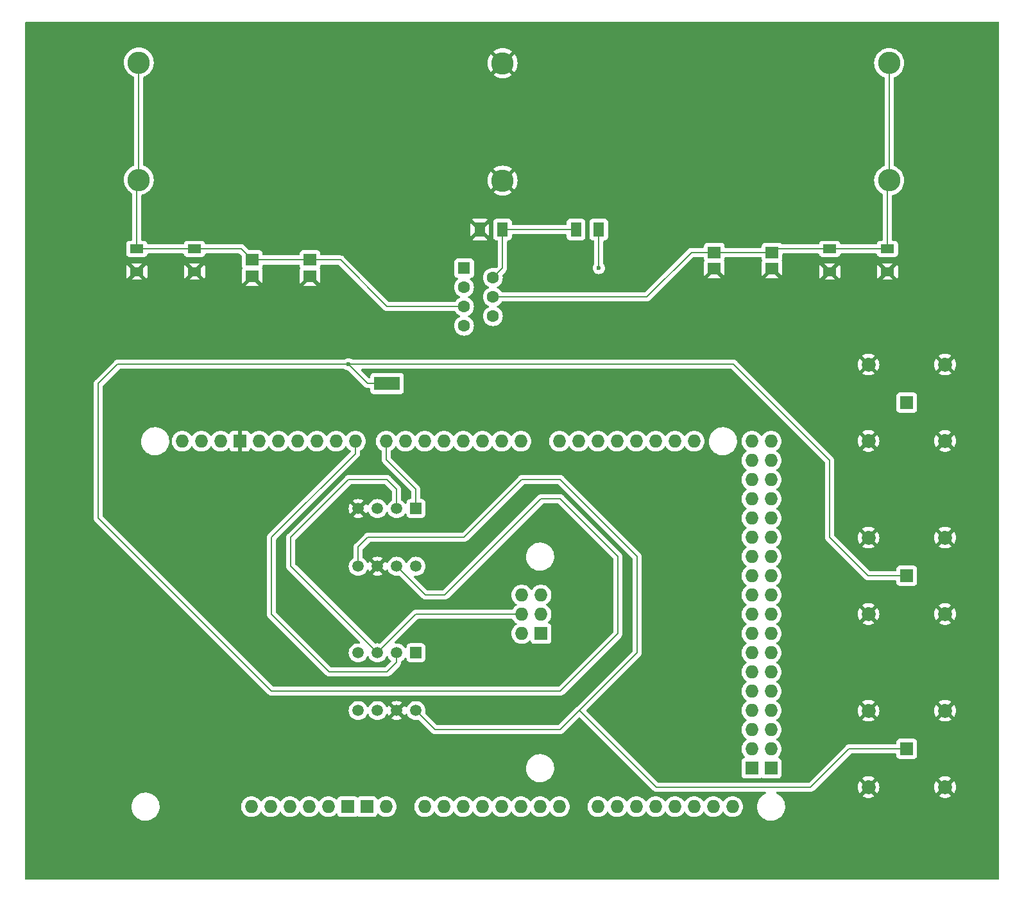
<source format=gbr>
%TF.GenerationSoftware,KiCad,Pcbnew,7.0.9*%
%TF.CreationDate,2024-01-29T17:49:06-08:00*%
%TF.ProjectId,V2_rampGen,56325f72-616d-4704-9765-6e2e6b696361,rev?*%
%TF.SameCoordinates,Original*%
%TF.FileFunction,Copper,L2,Bot*%
%TF.FilePolarity,Positive*%
%FSLAX46Y46*%
G04 Gerber Fmt 4.6, Leading zero omitted, Abs format (unit mm)*
G04 Created by KiCad (PCBNEW 7.0.9) date 2024-01-29 17:49:06*
%MOMM*%
%LPD*%
G01*
G04 APERTURE LIST*
%TA.AperFunction,SMDPad,CuDef*%
%ADD10R,1.800000X1.150000*%
%TD*%
%TA.AperFunction,ComponentPad*%
%ADD11C,2.950000*%
%TD*%
%TA.AperFunction,SMDPad,CuDef*%
%ADD12R,1.706200X1.553950*%
%TD*%
%TA.AperFunction,ComponentPad*%
%ADD13R,1.700000X1.700000*%
%TD*%
%TA.AperFunction,ComponentPad*%
%ADD14C,1.850000*%
%TD*%
%TA.AperFunction,ComponentPad*%
%ADD15C,1.600000*%
%TD*%
%TA.AperFunction,ComponentPad*%
%ADD16R,1.600000X1.600000*%
%TD*%
%TA.AperFunction,ComponentPad*%
%ADD17O,1.727200X1.727200*%
%TD*%
%TA.AperFunction,ComponentPad*%
%ADD18R,1.727200X1.727200*%
%TD*%
%TA.AperFunction,ComponentPad*%
%ADD19R,1.500000X1.500000*%
%TD*%
%TA.AperFunction,ComponentPad*%
%ADD20C,1.500000*%
%TD*%
%TA.AperFunction,ComponentPad*%
%ADD21R,1.498600X1.498600*%
%TD*%
%TA.AperFunction,ComponentPad*%
%ADD22C,1.498600*%
%TD*%
%TA.AperFunction,SMDPad,CuDef*%
%ADD23R,1.455740X1.858220*%
%TD*%
%TA.AperFunction,SMDPad,CuDef*%
%ADD24R,3.430000X1.780000*%
%TD*%
%TA.AperFunction,ViaPad*%
%ADD25C,0.600000*%
%TD*%
%TA.AperFunction,Conductor*%
%ADD26C,0.200000*%
%TD*%
G04 APERTURE END LIST*
D10*
%TO.P,C3,1,1*%
%TO.N,GND*%
X165100000Y-71579990D03*
%TO.P,C3,2,2*%
%TO.N,70V*%
X165100000Y-68580000D03*
%TD*%
D11*
%TO.P,J8,1,1*%
%TO.N,GND*%
X114300000Y-44063333D03*
X114300000Y-59563333D03*
%TD*%
D12*
%TO.P,C1,1,1*%
%TO.N,70V*%
X142240000Y-69039990D03*
%TO.P,C1,2,2*%
%TO.N,GND*%
X142240000Y-71192230D03*
%TD*%
D11*
%TO.P,J9,1,1*%
%TO.N,-10V*%
X66297223Y-43970904D03*
X66297223Y-59470904D03*
%TD*%
D12*
%TO.P,C8,1,1*%
%TO.N,-10V*%
X88900000Y-70043910D03*
%TO.P,C8,2,2*%
%TO.N,GND*%
X88900000Y-72196150D03*
%TD*%
D13*
%TO.P,J7,1,1*%
%TO.N,/DAC_Pass*%
X167640000Y-134620000D03*
D14*
%TO.P,J7,2,MNT_1*%
%TO.N,GND*%
X162590020Y-129570020D03*
%TO.P,J7,3,MNT_2*%
X172689980Y-129570020D03*
%TO.P,J7,4,MNT_3*%
X162590020Y-139670030D03*
%TO.P,J7,5,MNT_4*%
X172689980Y-139670030D03*
%TD*%
D13*
%TO.P,J6,1,1*%
%TO.N,/Dig_Pot_Pass*%
X167640000Y-111760000D03*
D14*
%TO.P,J6,2,MNT_1*%
%TO.N,GND*%
X162590020Y-106710020D03*
%TO.P,J6,3,MNT_2*%
X172689980Y-106710020D03*
%TO.P,J6,4,MNT_3*%
X162590020Y-116810030D03*
%TO.P,J6,5,MNT_4*%
X172689980Y-116810030D03*
%TD*%
D11*
%TO.P,J5,1,1*%
%TO.N,70V*%
X165317927Y-44035314D03*
X165317927Y-59535314D03*
%TD*%
D12*
%TO.P,C2,1,1*%
%TO.N,70V*%
X149860000Y-69039990D03*
%TO.P,C2,2,2*%
%TO.N,GND*%
X149860000Y-71192230D03*
%TD*%
D10*
%TO.P,C4,2,2*%
%TO.N,70V*%
X157480000Y-68580000D03*
%TO.P,C4,1,1*%
%TO.N,GND*%
X157480000Y-71579990D03*
%TD*%
%TO.P,C6,1,1*%
%TO.N,GND*%
X73660000Y-71579990D03*
%TO.P,C6,2,2*%
%TO.N,-10V*%
X73660000Y-68580000D03*
%TD*%
D15*
%TO.P,U1,7,FLAG*%
%TO.N,unconnected-(U1-FLAG-Pad7)*%
X109220000Y-78740000D03*
%TO.P,U1,6,VO*%
%TO.N,Net-(U1-VO)*%
X113030000Y-77470000D03*
%TO.P,U1,5,V+*%
%TO.N,-10V*%
X109220000Y-76200000D03*
%TO.P,U1,4,V-*%
%TO.N,70V*%
X113030000Y-74930000D03*
%TO.P,U1,3,NC*%
%TO.N,unconnected-(U1-NC-Pad3)*%
X109220000Y-73660000D03*
%TO.P,U1,2,VIN-*%
%TO.N,Net-(U1-VIN-)*%
X113030000Y-72390000D03*
D16*
%TO.P,U1,1,VIN+*%
%TO.N,/Dig_Pot_Pass*%
X109220000Y-71120000D03*
%TD*%
D10*
%TO.P,C5,1,1*%
%TO.N,GND*%
X66040000Y-71579990D03*
%TO.P,C5,2,2*%
%TO.N,-10V*%
X66040000Y-68580000D03*
%TD*%
D12*
%TO.P,C7,1,1*%
%TO.N,-10V*%
X81280000Y-70043910D03*
%TO.P,C7,2,2*%
%TO.N,GND*%
X81280000Y-72196150D03*
%TD*%
D17*
%TO.P,A1,*%
%TO.N,*%
X81153000Y-142240000D03*
%TO.P,A1,3V3,3.3V*%
%TO.N,unconnected-(A1-3.3V-Pad3V3)*%
X88773000Y-142240000D03*
%TO.P,A1,5V1,5V*%
%TO.N,/Arduino +5V*%
X91313000Y-142240000D03*
%TO.P,A1,5V2,SPI_5V*%
%TO.N,unconnected-(A1-SPI_5V-Pad5V2)*%
X119380000Y-114300000D03*
%TO.P,A1,5V3,5V*%
%TO.N,unconnected-(A1-5V-Pad5V3)*%
X147193000Y-93980000D03*
%TO.P,A1,5V4,5V*%
%TO.N,unconnected-(A1-5V-Pad5V4)*%
X149733000Y-93980000D03*
%TO.P,A1,A0,A0*%
%TO.N,unconnected-(A1-PadA0)*%
X104013000Y-142240000D03*
%TO.P,A1,A1,A1*%
%TO.N,unconnected-(A1-PadA1)*%
X106553000Y-142240000D03*
%TO.P,A1,A2,A2*%
%TO.N,unconnected-(A1-PadA2)*%
X109093000Y-142240000D03*
%TO.P,A1,A3,A3*%
%TO.N,unconnected-(A1-PadA3)*%
X111633000Y-142240000D03*
%TO.P,A1,A4,A4*%
%TO.N,unconnected-(A1-PadA4)*%
X114173000Y-142240000D03*
%TO.P,A1,A5,A5*%
%TO.N,unconnected-(A1-PadA5)*%
X116713000Y-142240000D03*
%TO.P,A1,A6,A6*%
%TO.N,unconnected-(A1-PadA6)*%
X119253000Y-142240000D03*
%TO.P,A1,A7,A7*%
%TO.N,unconnected-(A1-PadA7)*%
X121793000Y-142240000D03*
%TO.P,A1,A8,A8*%
%TO.N,unconnected-(A1-PadA8)*%
X126873000Y-142240000D03*
%TO.P,A1,A9,A9*%
%TO.N,unconnected-(A1-PadA9)*%
X129413000Y-142240000D03*
%TO.P,A1,A10,A10*%
%TO.N,unconnected-(A1-PadA10)*%
X131953000Y-142240000D03*
%TO.P,A1,A11,A11*%
%TO.N,unconnected-(A1-PadA11)*%
X134493000Y-142240000D03*
%TO.P,A1,AREF,AREF*%
%TO.N,unconnected-(A1-PadAREF)*%
X77089000Y-93980000D03*
%TO.P,A1,CANR,CANRX*%
%TO.N,unconnected-(A1-CANRX-PadCANR)*%
X142113000Y-142240000D03*
%TO.P,A1,CANT,CANTX*%
%TO.N,unconnected-(A1-CANTX-PadCANT)*%
X144653000Y-142240000D03*
%TO.P,A1,D0,D0/RX0*%
%TO.N,unconnected-(A1-D0{slash}RX0-PadD0)*%
X116713000Y-93980000D03*
%TO.P,A1,D1,D1/TX0*%
%TO.N,unconnected-(A1-D1{slash}TX0-PadD1)*%
X114173000Y-93980000D03*
%TO.P,A1,D2,D2*%
%TO.N,unconnected-(A1-PadD2)*%
X111633000Y-93980000D03*
%TO.P,A1,D3,D3*%
%TO.N,unconnected-(A1-PadD3)*%
X109093000Y-93980000D03*
%TO.P,A1,D4,D4_CS1*%
%TO.N,unconnected-(A1-D4_CS1-PadD4)*%
X106553000Y-93980000D03*
%TO.P,A1,D5,D5*%
%TO.N,unconnected-(A1-PadD5)*%
X104013000Y-93980000D03*
%TO.P,A1,D6,D6*%
%TO.N,unconnected-(A1-PadD6)*%
X101473000Y-93980000D03*
%TO.P,A1,D7,D7*%
%TO.N,/POT CS*%
X98933000Y-93980000D03*
%TO.P,A1,D8,D8*%
%TO.N,/DAC CS*%
X94869000Y-93980000D03*
%TO.P,A1,D9,D9*%
%TO.N,unconnected-(A1-PadD9)*%
X92329000Y-93980000D03*
%TO.P,A1,D10,D10_CS0*%
%TO.N,unconnected-(A1-D10_CS0-PadD10)*%
X89789000Y-93980000D03*
%TO.P,A1,D11,D11*%
%TO.N,unconnected-(A1-PadD11)*%
X87249000Y-93980000D03*
%TO.P,A1,D12,D12*%
%TO.N,unconnected-(A1-PadD12)*%
X84709000Y-93980000D03*
%TO.P,A1,D13,D13*%
%TO.N,unconnected-(A1-PadD13)*%
X82169000Y-93980000D03*
%TO.P,A1,D14,D14/TX3*%
%TO.N,unconnected-(A1-D14{slash}TX3-PadD14)*%
X121793000Y-93980000D03*
%TO.P,A1,D15,D15/RX3*%
%TO.N,unconnected-(A1-D15{slash}RX3-PadD15)*%
X124333000Y-93980000D03*
%TO.P,A1,D16,D16/TX2*%
%TO.N,unconnected-(A1-D16{slash}TX2-PadD16)*%
X126873000Y-93980000D03*
%TO.P,A1,D17,D17/RX2*%
%TO.N,unconnected-(A1-D17{slash}RX2-PadD17)*%
X129413000Y-93980000D03*
%TO.P,A1,D18,D18/TX1*%
%TO.N,unconnected-(A1-D18{slash}TX1-PadD18)*%
X131953000Y-93980000D03*
%TO.P,A1,D19,D19/RX1*%
%TO.N,unconnected-(A1-D19{slash}RX1-PadD19)*%
X134493000Y-93980000D03*
%TO.P,A1,D20,D20/SDA*%
%TO.N,unconnected-(A1-D20{slash}SDA-PadD20)*%
X137033000Y-93980000D03*
%TO.P,A1,D21,D21/SCL*%
%TO.N,unconnected-(A1-D21{slash}SCL-PadD21)*%
X139573000Y-93980000D03*
%TO.P,A1,D22,D22*%
%TO.N,unconnected-(A1-PadD22)*%
X147193000Y-96520000D03*
%TO.P,A1,D23,D23*%
%TO.N,unconnected-(A1-PadD23)*%
X149733000Y-96520000D03*
%TO.P,A1,D24,D24*%
%TO.N,unconnected-(A1-PadD24)*%
X147193000Y-99060000D03*
%TO.P,A1,D25,D25*%
%TO.N,unconnected-(A1-PadD25)*%
X149733000Y-99060000D03*
%TO.P,A1,D26,D26*%
%TO.N,unconnected-(A1-PadD26)*%
X147193000Y-101600000D03*
%TO.P,A1,D27,D27*%
%TO.N,unconnected-(A1-PadD27)*%
X149733000Y-101600000D03*
%TO.P,A1,D28,D28*%
%TO.N,unconnected-(A1-PadD28)*%
X147193000Y-104140000D03*
%TO.P,A1,D29,D29*%
%TO.N,unconnected-(A1-PadD29)*%
X149733000Y-104140000D03*
%TO.P,A1,D30,D30*%
%TO.N,unconnected-(A1-PadD30)*%
X147193000Y-106680000D03*
%TO.P,A1,D31,D31*%
%TO.N,unconnected-(A1-PadD31)*%
X149733000Y-106680000D03*
%TO.P,A1,D32,D32*%
%TO.N,unconnected-(A1-PadD32)*%
X147193000Y-109220000D03*
%TO.P,A1,D33,D33*%
%TO.N,unconnected-(A1-PadD33)*%
X149733000Y-109220000D03*
%TO.P,A1,D34,D34*%
%TO.N,unconnected-(A1-PadD34)*%
X147193000Y-111760000D03*
%TO.P,A1,D35,D35*%
%TO.N,unconnected-(A1-PadD35)*%
X149733000Y-111760000D03*
%TO.P,A1,D36,D36*%
%TO.N,unconnected-(A1-PadD36)*%
X147193000Y-114300000D03*
%TO.P,A1,D37,D37*%
%TO.N,unconnected-(A1-PadD37)*%
X149733000Y-114300000D03*
%TO.P,A1,D38,D38*%
%TO.N,unconnected-(A1-PadD38)*%
X147193000Y-116840000D03*
%TO.P,A1,D39,D39*%
%TO.N,unconnected-(A1-PadD39)*%
X149733000Y-116840000D03*
%TO.P,A1,D40,D40*%
%TO.N,unconnected-(A1-PadD40)*%
X147193000Y-119380000D03*
%TO.P,A1,D41,D41*%
%TO.N,unconnected-(A1-PadD41)*%
X149733000Y-119380000D03*
%TO.P,A1,D42,D42*%
%TO.N,unconnected-(A1-PadD42)*%
X147193000Y-121920000D03*
%TO.P,A1,D43,D43*%
%TO.N,unconnected-(A1-PadD43)*%
X149733000Y-121920000D03*
%TO.P,A1,D44,D44*%
%TO.N,unconnected-(A1-PadD44)*%
X147193000Y-124460000D03*
%TO.P,A1,D45,D45*%
%TO.N,unconnected-(A1-PadD45)*%
X149733000Y-124460000D03*
%TO.P,A1,D46,D46*%
%TO.N,unconnected-(A1-PadD46)*%
X147193000Y-127000000D03*
%TO.P,A1,D47,D47*%
%TO.N,unconnected-(A1-PadD47)*%
X149733000Y-127000000D03*
%TO.P,A1,D48,D48*%
%TO.N,unconnected-(A1-PadD48)*%
X147193000Y-129540000D03*
%TO.P,A1,D49,D49*%
%TO.N,unconnected-(A1-PadD49)*%
X149733000Y-129540000D03*
%TO.P,A1,D50,D50*%
%TO.N,unconnected-(A1-PadD50)*%
X147193000Y-132080000D03*
%TO.P,A1,D51,D51*%
%TO.N,unconnected-(A1-PadD51)*%
X149733000Y-132080000D03*
%TO.P,A1,D52,D52_CS2*%
%TO.N,unconnected-(A1-D52_CS2-PadD52)*%
X147193000Y-134620000D03*
%TO.P,A1,D53,D53*%
%TO.N,unconnected-(A1-PadD53)*%
X149733000Y-134620000D03*
%TO.P,A1,DAC0,DAC0*%
%TO.N,unconnected-(A1-PadDAC0)*%
X137033000Y-142240000D03*
%TO.P,A1,DAC1,DAC1*%
%TO.N,unconnected-(A1-PadDAC1)*%
X139573000Y-142240000D03*
D18*
%TO.P,A1,GND1,GND*%
%TO.N,GND*%
X79629000Y-93980000D03*
%TO.P,A1,GND2,GND*%
%TO.N,unconnected-(A1-GND-PadGND2)*%
X93853000Y-142240000D03*
%TO.P,A1,GND3,GND*%
%TO.N,unconnected-(A1-GND-PadGND3)*%
X96393000Y-142240000D03*
%TO.P,A1,GND4,SPI_GND*%
%TO.N,unconnected-(A1-SPI_GND-PadGND4)*%
X119380000Y-119380000D03*
%TO.P,A1,GND5,GND*%
%TO.N,unconnected-(A1-GND-PadGND5)*%
X147193000Y-137160000D03*
%TO.P,A1,GND6,GND*%
%TO.N,unconnected-(A1-GND-PadGND6)*%
X149733000Y-137160000D03*
D17*
%TO.P,A1,IORF,IOREF*%
%TO.N,unconnected-(A1-IOREF-PadIORF)*%
X83693000Y-142240000D03*
%TO.P,A1,MISO,SPI_MISO*%
%TO.N,unconnected-(A1-SPI_MISO-PadMISO)*%
X116840000Y-114300000D03*
%TO.P,A1,MOSI,SPI_MOSI*%
%TO.N,/SPI COPI*%
X119380000Y-116840000D03*
%TO.P,A1,RST1,RESET*%
%TO.N,unconnected-(A1-RESET-PadRST1)*%
X86233000Y-142240000D03*
%TO.P,A1,RST2,SPI_RESET*%
%TO.N,unconnected-(A1-SPI_RESET-PadRST2)*%
X116840000Y-119380000D03*
%TO.P,A1,SCK,SPI_SCK*%
%TO.N,/SPI CLK*%
X116840000Y-116840000D03*
%TO.P,A1,SCL1,SCL1*%
%TO.N,unconnected-(A1-PadSCL1)*%
X72009000Y-93980000D03*
%TO.P,A1,SDA1,SDA1*%
%TO.N,unconnected-(A1-PadSDA1)*%
X74549000Y-93980000D03*
%TO.P,A1,VIN,VIN*%
%TO.N,unconnected-(A1-PadVIN)*%
X98933000Y-142240000D03*
%TD*%
D13*
%TO.P,J4,1,1*%
%TO.N,Net-(U1-VO)*%
X167640000Y-88899990D03*
D14*
%TO.P,J4,2,MNT_1*%
%TO.N,GND*%
X162590020Y-83850010D03*
%TO.P,J4,3,MNT_2*%
X172689980Y-83850010D03*
%TO.P,J4,4,MNT_3*%
X162590020Y-93950020D03*
%TO.P,J4,5,MNT_4*%
X172689980Y-93950020D03*
%TD*%
D19*
%TO.P,U2,1,VDD*%
%TO.N,/Arduino +5V*%
X102870000Y-121920000D03*
D20*
%TO.P,U2,2,~{CS}*%
%TO.N,/DAC CS*%
X100330000Y-121920000D03*
%TO.P,U2,3,SCK*%
%TO.N,/SPI CLK*%
X97790000Y-121920000D03*
%TO.P,U2,4,SDI*%
%TO.N,/SPI COPI*%
X95250000Y-121920000D03*
%TO.P,U2,5,~{LDAC}*%
%TO.N,unconnected-(U2-~{LDAC}-Pad5)*%
X95250000Y-129540000D03*
%TO.P,U2,6,VREF*%
%TO.N,/Arduino +5V*%
X97790000Y-129540000D03*
%TO.P,U2,7,VSS*%
%TO.N,GND*%
X100330000Y-129540000D03*
%TO.P,U2,8,VOUT*%
%TO.N,/DAC_Pass*%
X102870000Y-129540000D03*
%TD*%
D21*
%TO.P,U3,1,~CS*%
%TO.N,/POT CS*%
X102870000Y-102870000D03*
D22*
%TO.P,U3,2,SCK*%
%TO.N,/SPI CLK*%
X100330000Y-102870000D03*
%TO.P,U3,3,SDI/SDO*%
%TO.N,/SPI COPI*%
X97790000Y-102870000D03*
%TO.P,U3,4,VSS*%
%TO.N,GND*%
X95250000Y-102870000D03*
%TO.P,U3,5,P0A*%
%TO.N,/DAC_Pass*%
X95250000Y-110490000D03*
%TO.P,U3,6,P0W*%
%TO.N,GND*%
X97790000Y-110490000D03*
%TO.P,U3,7,P0B*%
%TO.N,/Dig_Pot_Pass*%
X100330000Y-110490000D03*
%TO.P,U3,8,VDD*%
%TO.N,/Arduino +5V*%
X102870000Y-110490000D03*
%TD*%
D23*
%TO.P,R2,2,2*%
%TO.N,Net-(U1-VIN-)*%
X114300000Y-66040000D03*
%TO.P,R2,1,1*%
%TO.N,GND*%
X111297510Y-66040000D03*
%TD*%
D24*
%TO.P,J1,1,1*%
%TO.N,/Dig_Pot_Pass*%
X99060000Y-86360000D03*
%TD*%
D23*
%TO.P,R1,2,2*%
%TO.N,Net-(U1-VO)*%
X127000000Y-66040000D03*
%TO.P,R1,1,1*%
%TO.N,Net-(U1-VIN-)*%
X123997510Y-66040000D03*
%TD*%
D25*
%TO.N,Net-(U1-VO)*%
X127000000Y-71120000D03*
%TO.N,/Dig_Pot_Pass*%
X93980000Y-83820000D03*
%TD*%
D26*
%TO.N,70V*%
X165317927Y-44035314D02*
X165317927Y-59535314D01*
%TO.N,-10V*%
X66297223Y-43970904D02*
X66297223Y-59470904D01*
%TO.N,/Dig_Pot_Pass*%
X162560000Y-111760000D02*
X167640000Y-111760000D01*
X160020000Y-109220000D02*
X162560000Y-111760000D01*
%TO.N,/DAC_Pass*%
X154940000Y-139700000D02*
X160020000Y-134620000D01*
X160020000Y-134620000D02*
X167640000Y-134620000D01*
X124460000Y-129540000D02*
X134620000Y-139700000D01*
X134620000Y-139700000D02*
X154940000Y-139700000D01*
X124460000Y-129540000D02*
X121920000Y-132080000D01*
X132080000Y-121920000D02*
X124460000Y-129540000D01*
%TO.N,/Dig_Pot_Pass*%
X157480000Y-106680000D02*
X160019990Y-109219990D01*
X144780000Y-83820000D02*
X157480000Y-96520000D01*
X93980000Y-83820000D02*
X144780000Y-83820000D01*
X157480000Y-96520000D02*
X157480000Y-106680000D01*
%TO.N,Net-(U1-VIN-)*%
X114300000Y-71120000D02*
X113030000Y-72390000D01*
X114300000Y-66040000D02*
X114300000Y-71120000D01*
X123997510Y-66040000D02*
X114300000Y-66040000D01*
%TO.N,Net-(U1-VO)*%
X127000000Y-66040000D02*
X127000000Y-71120000D01*
%TO.N,/Dig_Pot_Pass*%
X63500000Y-83820000D02*
X93980000Y-83820000D01*
X60960000Y-86360000D02*
X63500000Y-83820000D01*
X60960000Y-104140000D02*
X60960000Y-86360000D01*
X83820000Y-127000000D02*
X60960000Y-104140000D01*
X129540000Y-119380000D02*
X121920000Y-127000000D01*
X129540000Y-109220000D02*
X129540000Y-119380000D01*
X121920000Y-127000000D02*
X83820000Y-127000000D01*
X119380000Y-101600000D02*
X121920000Y-101600000D01*
X106680000Y-114300000D02*
X119380000Y-101600000D01*
X104140000Y-114300000D02*
X106680000Y-114300000D01*
X100330000Y-110490000D02*
X104140000Y-114300000D01*
X121920000Y-101600000D02*
X129540000Y-109220000D01*
X96520000Y-86360000D02*
X93980000Y-83820000D01*
X99060000Y-86360000D02*
X96520000Y-86360000D01*
%TO.N,/DAC_Pass*%
X105410000Y-132080000D02*
X102870000Y-129540000D01*
X121920000Y-132080000D02*
X105410000Y-132080000D01*
X132080000Y-109220000D02*
X132080000Y-121920000D01*
X121920000Y-99060000D02*
X132080000Y-109220000D01*
X96520000Y-106680000D02*
X109220000Y-106680000D01*
X95250000Y-107950000D02*
X96520000Y-106680000D01*
X109220000Y-106680000D02*
X116840000Y-99060000D01*
X95250000Y-110490000D02*
X95250000Y-107950000D01*
X116840000Y-99060000D02*
X121920000Y-99060000D01*
%TO.N,/POT CS*%
X102870000Y-100330000D02*
X102870000Y-102870000D01*
X98933000Y-96393000D02*
X102870000Y-100330000D01*
X98933000Y-93980000D02*
X98933000Y-96393000D01*
%TO.N,/DAC CS*%
X100330000Y-123190000D02*
X100330000Y-121920000D01*
X99060000Y-124460000D02*
X100330000Y-123190000D01*
X91440000Y-124460000D02*
X99060000Y-124460000D01*
X83820000Y-116840000D02*
X91440000Y-124460000D01*
X83820000Y-106680000D02*
X83820000Y-116840000D01*
X94869000Y-95631000D02*
X83820000Y-106680000D01*
X94869000Y-93980000D02*
X94869000Y-95631000D01*
%TO.N,70V*%
X139240010Y-69039990D02*
X133350000Y-74930000D01*
X133350000Y-74930000D02*
X113030000Y-74930000D01*
X142240000Y-69039990D02*
X139240010Y-69039990D01*
X149860000Y-69039990D02*
X142240000Y-69039990D01*
X150319990Y-68580000D02*
X149860000Y-69039990D01*
X157480000Y-68580000D02*
X150319990Y-68580000D01*
X165100000Y-68580000D02*
X157480000Y-68580000D01*
X165100000Y-68580000D02*
X165100000Y-58680000D01*
%TO.N,-10V*%
X99060000Y-76200000D02*
X109220000Y-76200000D01*
X92903910Y-70043910D02*
X99060000Y-76200000D01*
X88900000Y-70043910D02*
X92903910Y-70043910D01*
X81280000Y-70043910D02*
X88900000Y-70043910D01*
X79816090Y-68580000D02*
X81280000Y-70043910D01*
X73660000Y-68580000D02*
X79816090Y-68580000D01*
X66040000Y-68580000D02*
X73660000Y-68580000D01*
X66040000Y-58979970D02*
X66339970Y-58680000D01*
X66040000Y-68580000D02*
X66040000Y-58979970D01*
%TO.N,/SPI CLK*%
X86360000Y-110490000D02*
X86360000Y-106680000D01*
X93980000Y-99060000D02*
X99060000Y-99060000D01*
X99060000Y-99060000D02*
X100330000Y-100330000D01*
X102870000Y-116840000D02*
X97790000Y-121920000D01*
X86360000Y-106680000D02*
X93980000Y-99060000D01*
X116967000Y-116840000D02*
X102870000Y-116840000D01*
X97790000Y-121920000D02*
X86360000Y-110490000D01*
X100330000Y-100330000D02*
X100330000Y-102870000D01*
%TD*%
%TA.AperFunction,Conductor*%
%TO.N,GND*%
G36*
X179782539Y-38620185D02*
G01*
X179828294Y-38672989D01*
X179839500Y-38724500D01*
X179839500Y-151775500D01*
X179819815Y-151842539D01*
X179767011Y-151888294D01*
X179715500Y-151899500D01*
X51424500Y-151899500D01*
X51357461Y-151879815D01*
X51311706Y-151827011D01*
X51300500Y-151775500D01*
X51300500Y-142307763D01*
X65328787Y-142307763D01*
X65358413Y-142577013D01*
X65358415Y-142577024D01*
X65401166Y-142740548D01*
X65426928Y-142839088D01*
X65532870Y-143088390D01*
X65629691Y-143247036D01*
X65673979Y-143319605D01*
X65673986Y-143319615D01*
X65847253Y-143527819D01*
X65847259Y-143527824D01*
X65932389Y-143604100D01*
X66048998Y-143708582D01*
X66274910Y-143858044D01*
X66520176Y-143973020D01*
X66520183Y-143973022D01*
X66520185Y-143973023D01*
X66779557Y-144051057D01*
X66779564Y-144051058D01*
X66779569Y-144051060D01*
X67047561Y-144090500D01*
X67047566Y-144090500D01*
X67250636Y-144090500D01*
X67302133Y-144086730D01*
X67453156Y-144075677D01*
X67565758Y-144050593D01*
X67717546Y-144016782D01*
X67717548Y-144016781D01*
X67717553Y-144016780D01*
X67970558Y-143920014D01*
X68206777Y-143787441D01*
X68421177Y-143621888D01*
X68609186Y-143426881D01*
X68766799Y-143206579D01*
X68840787Y-143062669D01*
X68890649Y-142965690D01*
X68890651Y-142965684D01*
X68890656Y-142965675D01*
X68978118Y-142709305D01*
X69027319Y-142442933D01*
X69034735Y-142240006D01*
X79784225Y-142240006D01*
X79802892Y-142465289D01*
X79858388Y-142684439D01*
X79949198Y-142891466D01*
X80072842Y-143080716D01*
X80072850Y-143080727D01*
X80225950Y-143247036D01*
X80225954Y-143247040D01*
X80404351Y-143385893D01*
X80603169Y-143493488D01*
X80603172Y-143493489D01*
X80816982Y-143566890D01*
X80816984Y-143566890D01*
X80816986Y-143566891D01*
X81039967Y-143604100D01*
X81039968Y-143604100D01*
X81266032Y-143604100D01*
X81266033Y-143604100D01*
X81489014Y-143566891D01*
X81702831Y-143493488D01*
X81901649Y-143385893D01*
X82080046Y-143247040D01*
X82179832Y-143138643D01*
X82233149Y-143080727D01*
X82233149Y-143080726D01*
X82233156Y-143080719D01*
X82319193Y-142949028D01*
X82372338Y-142903675D01*
X82441569Y-142894251D01*
X82504905Y-142923753D01*
X82526804Y-142949025D01*
X82612844Y-143080719D01*
X82612849Y-143080724D01*
X82612850Y-143080727D01*
X82765950Y-143247036D01*
X82765954Y-143247040D01*
X82944351Y-143385893D01*
X83143169Y-143493488D01*
X83143172Y-143493489D01*
X83356982Y-143566890D01*
X83356984Y-143566890D01*
X83356986Y-143566891D01*
X83579967Y-143604100D01*
X83579968Y-143604100D01*
X83806032Y-143604100D01*
X83806033Y-143604100D01*
X84029014Y-143566891D01*
X84242831Y-143493488D01*
X84441649Y-143385893D01*
X84620046Y-143247040D01*
X84719832Y-143138643D01*
X84773149Y-143080727D01*
X84773149Y-143080726D01*
X84773156Y-143080719D01*
X84859193Y-142949028D01*
X84912338Y-142903675D01*
X84981569Y-142894251D01*
X85044905Y-142923753D01*
X85066804Y-142949025D01*
X85152844Y-143080719D01*
X85152849Y-143080724D01*
X85152850Y-143080727D01*
X85305950Y-143247036D01*
X85305954Y-143247040D01*
X85484351Y-143385893D01*
X85683169Y-143493488D01*
X85683172Y-143493489D01*
X85896982Y-143566890D01*
X85896984Y-143566890D01*
X85896986Y-143566891D01*
X86119967Y-143604100D01*
X86119968Y-143604100D01*
X86346032Y-143604100D01*
X86346033Y-143604100D01*
X86569014Y-143566891D01*
X86782831Y-143493488D01*
X86981649Y-143385893D01*
X87160046Y-143247040D01*
X87259832Y-143138643D01*
X87313149Y-143080727D01*
X87313149Y-143080726D01*
X87313156Y-143080719D01*
X87399193Y-142949028D01*
X87452338Y-142903675D01*
X87521569Y-142894251D01*
X87584905Y-142923753D01*
X87606804Y-142949025D01*
X87692844Y-143080719D01*
X87692849Y-143080724D01*
X87692850Y-143080727D01*
X87845950Y-143247036D01*
X87845954Y-143247040D01*
X88024351Y-143385893D01*
X88223169Y-143493488D01*
X88223172Y-143493489D01*
X88436982Y-143566890D01*
X88436984Y-143566890D01*
X88436986Y-143566891D01*
X88659967Y-143604100D01*
X88659968Y-143604100D01*
X88886032Y-143604100D01*
X88886033Y-143604100D01*
X89109014Y-143566891D01*
X89322831Y-143493488D01*
X89521649Y-143385893D01*
X89700046Y-143247040D01*
X89799832Y-143138643D01*
X89853149Y-143080727D01*
X89853149Y-143080726D01*
X89853156Y-143080719D01*
X89939193Y-142949028D01*
X89992338Y-142903675D01*
X90061569Y-142894251D01*
X90124905Y-142923753D01*
X90146804Y-142949025D01*
X90232844Y-143080719D01*
X90232849Y-143080724D01*
X90232850Y-143080727D01*
X90385950Y-143247036D01*
X90385954Y-143247040D01*
X90564351Y-143385893D01*
X90763169Y-143493488D01*
X90763172Y-143493489D01*
X90976982Y-143566890D01*
X90976984Y-143566890D01*
X90976986Y-143566891D01*
X91199967Y-143604100D01*
X91199968Y-143604100D01*
X91426032Y-143604100D01*
X91426033Y-143604100D01*
X91649014Y-143566891D01*
X91862831Y-143493488D01*
X92061649Y-143385893D01*
X92240046Y-143247040D01*
X92294435Y-143187957D01*
X92354320Y-143151969D01*
X92424158Y-143154069D01*
X92481774Y-143193593D01*
X92501845Y-143228609D01*
X92545602Y-143345928D01*
X92545606Y-143345935D01*
X92631852Y-143461144D01*
X92631855Y-143461147D01*
X92747064Y-143547393D01*
X92747071Y-143547397D01*
X92881917Y-143597691D01*
X92881916Y-143597691D01*
X92888844Y-143598435D01*
X92941527Y-143604100D01*
X94764472Y-143604099D01*
X94824083Y-143597691D01*
X94958931Y-143547396D01*
X95048689Y-143480202D01*
X95114153Y-143455786D01*
X95182426Y-143470637D01*
X95197311Y-143480203D01*
X95287069Y-143547396D01*
X95287071Y-143547397D01*
X95421917Y-143597691D01*
X95421916Y-143597691D01*
X95428844Y-143598435D01*
X95481527Y-143604100D01*
X97304472Y-143604099D01*
X97364083Y-143597691D01*
X97498931Y-143547396D01*
X97614146Y-143461146D01*
X97700396Y-143345931D01*
X97737280Y-143247040D01*
X97744154Y-143228610D01*
X97786025Y-143172676D01*
X97851489Y-143148258D01*
X97919762Y-143163109D01*
X97951564Y-143187957D01*
X98005954Y-143247040D01*
X98184351Y-143385893D01*
X98383169Y-143493488D01*
X98383172Y-143493489D01*
X98596982Y-143566890D01*
X98596984Y-143566890D01*
X98596986Y-143566891D01*
X98819967Y-143604100D01*
X98819968Y-143604100D01*
X99046032Y-143604100D01*
X99046033Y-143604100D01*
X99269014Y-143566891D01*
X99482831Y-143493488D01*
X99681649Y-143385893D01*
X99860046Y-143247040D01*
X99959832Y-143138643D01*
X100013149Y-143080727D01*
X100013151Y-143080724D01*
X100013156Y-143080719D01*
X100136802Y-142891465D01*
X100227611Y-142684441D01*
X100283107Y-142465293D01*
X100301775Y-142240006D01*
X102644225Y-142240006D01*
X102662892Y-142465289D01*
X102718388Y-142684439D01*
X102809198Y-142891466D01*
X102932842Y-143080716D01*
X102932850Y-143080727D01*
X103085950Y-143247036D01*
X103085954Y-143247040D01*
X103264351Y-143385893D01*
X103463169Y-143493488D01*
X103463172Y-143493489D01*
X103676982Y-143566890D01*
X103676984Y-143566890D01*
X103676986Y-143566891D01*
X103899967Y-143604100D01*
X103899968Y-143604100D01*
X104126032Y-143604100D01*
X104126033Y-143604100D01*
X104349014Y-143566891D01*
X104562831Y-143493488D01*
X104761649Y-143385893D01*
X104940046Y-143247040D01*
X105039832Y-143138643D01*
X105093149Y-143080727D01*
X105093149Y-143080726D01*
X105093156Y-143080719D01*
X105179193Y-142949028D01*
X105232338Y-142903675D01*
X105301569Y-142894251D01*
X105364905Y-142923753D01*
X105386804Y-142949025D01*
X105472844Y-143080719D01*
X105472849Y-143080724D01*
X105472850Y-143080727D01*
X105625950Y-143247036D01*
X105625954Y-143247040D01*
X105804351Y-143385893D01*
X106003169Y-143493488D01*
X106003172Y-143493489D01*
X106216982Y-143566890D01*
X106216984Y-143566890D01*
X106216986Y-143566891D01*
X106439967Y-143604100D01*
X106439968Y-143604100D01*
X106666032Y-143604100D01*
X106666033Y-143604100D01*
X106889014Y-143566891D01*
X107102831Y-143493488D01*
X107301649Y-143385893D01*
X107480046Y-143247040D01*
X107579832Y-143138643D01*
X107633149Y-143080727D01*
X107633149Y-143080726D01*
X107633156Y-143080719D01*
X107719193Y-142949028D01*
X107772338Y-142903675D01*
X107841569Y-142894251D01*
X107904905Y-142923753D01*
X107926804Y-142949025D01*
X108012844Y-143080719D01*
X108012849Y-143080724D01*
X108012850Y-143080727D01*
X108165950Y-143247036D01*
X108165954Y-143247040D01*
X108344351Y-143385893D01*
X108543169Y-143493488D01*
X108543172Y-143493489D01*
X108756982Y-143566890D01*
X108756984Y-143566890D01*
X108756986Y-143566891D01*
X108979967Y-143604100D01*
X108979968Y-143604100D01*
X109206032Y-143604100D01*
X109206033Y-143604100D01*
X109429014Y-143566891D01*
X109642831Y-143493488D01*
X109841649Y-143385893D01*
X110020046Y-143247040D01*
X110119832Y-143138643D01*
X110173149Y-143080727D01*
X110173149Y-143080726D01*
X110173156Y-143080719D01*
X110259193Y-142949028D01*
X110312338Y-142903675D01*
X110381569Y-142894251D01*
X110444905Y-142923753D01*
X110466804Y-142949025D01*
X110552844Y-143080719D01*
X110552849Y-143080724D01*
X110552850Y-143080727D01*
X110705950Y-143247036D01*
X110705954Y-143247040D01*
X110884351Y-143385893D01*
X111083169Y-143493488D01*
X111083172Y-143493489D01*
X111296982Y-143566890D01*
X111296984Y-143566890D01*
X111296986Y-143566891D01*
X111519967Y-143604100D01*
X111519968Y-143604100D01*
X111746032Y-143604100D01*
X111746033Y-143604100D01*
X111969014Y-143566891D01*
X112182831Y-143493488D01*
X112381649Y-143385893D01*
X112560046Y-143247040D01*
X112659832Y-143138643D01*
X112713149Y-143080727D01*
X112713149Y-143080726D01*
X112713156Y-143080719D01*
X112799193Y-142949028D01*
X112852338Y-142903675D01*
X112921569Y-142894251D01*
X112984905Y-142923753D01*
X113006804Y-142949025D01*
X113092844Y-143080719D01*
X113092849Y-143080724D01*
X113092850Y-143080727D01*
X113245950Y-143247036D01*
X113245954Y-143247040D01*
X113424351Y-143385893D01*
X113623169Y-143493488D01*
X113623172Y-143493489D01*
X113836982Y-143566890D01*
X113836984Y-143566890D01*
X113836986Y-143566891D01*
X114059967Y-143604100D01*
X114059968Y-143604100D01*
X114286032Y-143604100D01*
X114286033Y-143604100D01*
X114509014Y-143566891D01*
X114722831Y-143493488D01*
X114921649Y-143385893D01*
X115100046Y-143247040D01*
X115199832Y-143138643D01*
X115253149Y-143080727D01*
X115253149Y-143080726D01*
X115253156Y-143080719D01*
X115339193Y-142949028D01*
X115392338Y-142903675D01*
X115461569Y-142894251D01*
X115524905Y-142923753D01*
X115546804Y-142949025D01*
X115632844Y-143080719D01*
X115632849Y-143080724D01*
X115632850Y-143080727D01*
X115785950Y-143247036D01*
X115785954Y-143247040D01*
X115964351Y-143385893D01*
X116163169Y-143493488D01*
X116163172Y-143493489D01*
X116376982Y-143566890D01*
X116376984Y-143566890D01*
X116376986Y-143566891D01*
X116599967Y-143604100D01*
X116599968Y-143604100D01*
X116826032Y-143604100D01*
X116826033Y-143604100D01*
X117049014Y-143566891D01*
X117262831Y-143493488D01*
X117461649Y-143385893D01*
X117640046Y-143247040D01*
X117739832Y-143138643D01*
X117793149Y-143080727D01*
X117793149Y-143080726D01*
X117793156Y-143080719D01*
X117879193Y-142949028D01*
X117932338Y-142903675D01*
X118001569Y-142894251D01*
X118064905Y-142923753D01*
X118086804Y-142949025D01*
X118172844Y-143080719D01*
X118172849Y-143080724D01*
X118172850Y-143080727D01*
X118325950Y-143247036D01*
X118325954Y-143247040D01*
X118504351Y-143385893D01*
X118703169Y-143493488D01*
X118703172Y-143493489D01*
X118916982Y-143566890D01*
X118916984Y-143566890D01*
X118916986Y-143566891D01*
X119139967Y-143604100D01*
X119139968Y-143604100D01*
X119366032Y-143604100D01*
X119366033Y-143604100D01*
X119589014Y-143566891D01*
X119802831Y-143493488D01*
X120001649Y-143385893D01*
X120180046Y-143247040D01*
X120279832Y-143138643D01*
X120333149Y-143080727D01*
X120333149Y-143080726D01*
X120333156Y-143080719D01*
X120419193Y-142949028D01*
X120472338Y-142903675D01*
X120541569Y-142894251D01*
X120604905Y-142923753D01*
X120626804Y-142949025D01*
X120712844Y-143080719D01*
X120712849Y-143080724D01*
X120712850Y-143080727D01*
X120865950Y-143247036D01*
X120865954Y-143247040D01*
X121044351Y-143385893D01*
X121243169Y-143493488D01*
X121243172Y-143493489D01*
X121456982Y-143566890D01*
X121456984Y-143566890D01*
X121456986Y-143566891D01*
X121679967Y-143604100D01*
X121679968Y-143604100D01*
X121906032Y-143604100D01*
X121906033Y-143604100D01*
X122129014Y-143566891D01*
X122342831Y-143493488D01*
X122541649Y-143385893D01*
X122720046Y-143247040D01*
X122819832Y-143138643D01*
X122873149Y-143080727D01*
X122873151Y-143080724D01*
X122873156Y-143080719D01*
X122996802Y-142891465D01*
X123087611Y-142684441D01*
X123143107Y-142465293D01*
X123161775Y-142240006D01*
X125504225Y-142240006D01*
X125522892Y-142465289D01*
X125578388Y-142684439D01*
X125669198Y-142891466D01*
X125792842Y-143080716D01*
X125792850Y-143080727D01*
X125945950Y-143247036D01*
X125945954Y-143247040D01*
X126124351Y-143385893D01*
X126323169Y-143493488D01*
X126323172Y-143493489D01*
X126536982Y-143566890D01*
X126536984Y-143566890D01*
X126536986Y-143566891D01*
X126759967Y-143604100D01*
X126759968Y-143604100D01*
X126986032Y-143604100D01*
X126986033Y-143604100D01*
X127209014Y-143566891D01*
X127422831Y-143493488D01*
X127621649Y-143385893D01*
X127800046Y-143247040D01*
X127899832Y-143138643D01*
X127953149Y-143080727D01*
X127953149Y-143080726D01*
X127953156Y-143080719D01*
X128039193Y-142949028D01*
X128092338Y-142903675D01*
X128161569Y-142894251D01*
X128224905Y-142923753D01*
X128246804Y-142949025D01*
X128332844Y-143080719D01*
X128332849Y-143080724D01*
X128332850Y-143080727D01*
X128485950Y-143247036D01*
X128485954Y-143247040D01*
X128664351Y-143385893D01*
X128863169Y-143493488D01*
X128863172Y-143493489D01*
X129076982Y-143566890D01*
X129076984Y-143566890D01*
X129076986Y-143566891D01*
X129299967Y-143604100D01*
X129299968Y-143604100D01*
X129526032Y-143604100D01*
X129526033Y-143604100D01*
X129749014Y-143566891D01*
X129962831Y-143493488D01*
X130161649Y-143385893D01*
X130340046Y-143247040D01*
X130439832Y-143138643D01*
X130493149Y-143080727D01*
X130493149Y-143080726D01*
X130493156Y-143080719D01*
X130579193Y-142949028D01*
X130632338Y-142903675D01*
X130701569Y-142894251D01*
X130764905Y-142923753D01*
X130786804Y-142949025D01*
X130872844Y-143080719D01*
X130872849Y-143080724D01*
X130872850Y-143080727D01*
X131025950Y-143247036D01*
X131025954Y-143247040D01*
X131204351Y-143385893D01*
X131403169Y-143493488D01*
X131403172Y-143493489D01*
X131616982Y-143566890D01*
X131616984Y-143566890D01*
X131616986Y-143566891D01*
X131839967Y-143604100D01*
X131839968Y-143604100D01*
X132066032Y-143604100D01*
X132066033Y-143604100D01*
X132289014Y-143566891D01*
X132502831Y-143493488D01*
X132701649Y-143385893D01*
X132880046Y-143247040D01*
X132979832Y-143138643D01*
X133033149Y-143080727D01*
X133033149Y-143080726D01*
X133033156Y-143080719D01*
X133119193Y-142949028D01*
X133172338Y-142903675D01*
X133241569Y-142894251D01*
X133304905Y-142923753D01*
X133326804Y-142949025D01*
X133412844Y-143080719D01*
X133412849Y-143080724D01*
X133412850Y-143080727D01*
X133565950Y-143247036D01*
X133565954Y-143247040D01*
X133744351Y-143385893D01*
X133943169Y-143493488D01*
X133943172Y-143493489D01*
X134156982Y-143566890D01*
X134156984Y-143566890D01*
X134156986Y-143566891D01*
X134379967Y-143604100D01*
X134379968Y-143604100D01*
X134606032Y-143604100D01*
X134606033Y-143604100D01*
X134829014Y-143566891D01*
X135042831Y-143493488D01*
X135241649Y-143385893D01*
X135420046Y-143247040D01*
X135519832Y-143138643D01*
X135573149Y-143080727D01*
X135573149Y-143080726D01*
X135573156Y-143080719D01*
X135659193Y-142949028D01*
X135712338Y-142903675D01*
X135781569Y-142894251D01*
X135844905Y-142923753D01*
X135866804Y-142949025D01*
X135952844Y-143080719D01*
X135952849Y-143080724D01*
X135952850Y-143080727D01*
X136105950Y-143247036D01*
X136105954Y-143247040D01*
X136284351Y-143385893D01*
X136483169Y-143493488D01*
X136483172Y-143493489D01*
X136696982Y-143566890D01*
X136696984Y-143566890D01*
X136696986Y-143566891D01*
X136919967Y-143604100D01*
X136919968Y-143604100D01*
X137146032Y-143604100D01*
X137146033Y-143604100D01*
X137369014Y-143566891D01*
X137582831Y-143493488D01*
X137781649Y-143385893D01*
X137960046Y-143247040D01*
X138059832Y-143138643D01*
X138113149Y-143080727D01*
X138113149Y-143080726D01*
X138113156Y-143080719D01*
X138199193Y-142949028D01*
X138252338Y-142903675D01*
X138321569Y-142894251D01*
X138384905Y-142923753D01*
X138406804Y-142949025D01*
X138492844Y-143080719D01*
X138492849Y-143080724D01*
X138492850Y-143080727D01*
X138645950Y-143247036D01*
X138645954Y-143247040D01*
X138824351Y-143385893D01*
X139023169Y-143493488D01*
X139023172Y-143493489D01*
X139236982Y-143566890D01*
X139236984Y-143566890D01*
X139236986Y-143566891D01*
X139459967Y-143604100D01*
X139459968Y-143604100D01*
X139686032Y-143604100D01*
X139686033Y-143604100D01*
X139909014Y-143566891D01*
X140122831Y-143493488D01*
X140321649Y-143385893D01*
X140500046Y-143247040D01*
X140599832Y-143138643D01*
X140653149Y-143080727D01*
X140653149Y-143080726D01*
X140653156Y-143080719D01*
X140739193Y-142949028D01*
X140792338Y-142903675D01*
X140861569Y-142894251D01*
X140924905Y-142923753D01*
X140946804Y-142949025D01*
X141032844Y-143080719D01*
X141032849Y-143080724D01*
X141032850Y-143080727D01*
X141185950Y-143247036D01*
X141185954Y-143247040D01*
X141364351Y-143385893D01*
X141563169Y-143493488D01*
X141563172Y-143493489D01*
X141776982Y-143566890D01*
X141776984Y-143566890D01*
X141776986Y-143566891D01*
X141999967Y-143604100D01*
X141999968Y-143604100D01*
X142226032Y-143604100D01*
X142226033Y-143604100D01*
X142449014Y-143566891D01*
X142662831Y-143493488D01*
X142861649Y-143385893D01*
X143040046Y-143247040D01*
X143139832Y-143138643D01*
X143193149Y-143080727D01*
X143193149Y-143080726D01*
X143193156Y-143080719D01*
X143279193Y-142949028D01*
X143332338Y-142903675D01*
X143401569Y-142894251D01*
X143464905Y-142923753D01*
X143486804Y-142949025D01*
X143572844Y-143080719D01*
X143572849Y-143080724D01*
X143572850Y-143080727D01*
X143725950Y-143247036D01*
X143725954Y-143247040D01*
X143904351Y-143385893D01*
X144103169Y-143493488D01*
X144103172Y-143493489D01*
X144316982Y-143566890D01*
X144316984Y-143566890D01*
X144316986Y-143566891D01*
X144539967Y-143604100D01*
X144539968Y-143604100D01*
X144766032Y-143604100D01*
X144766033Y-143604100D01*
X144989014Y-143566891D01*
X145202831Y-143493488D01*
X145401649Y-143385893D01*
X145580046Y-143247040D01*
X145679832Y-143138643D01*
X145733149Y-143080727D01*
X145733151Y-143080724D01*
X145733156Y-143080719D01*
X145856802Y-142891465D01*
X145947611Y-142684441D01*
X146003107Y-142465293D01*
X146021775Y-142240000D01*
X146021775Y-142239993D01*
X146003107Y-142014710D01*
X146003107Y-142014707D01*
X145947611Y-141795559D01*
X145856802Y-141588535D01*
X145733156Y-141399281D01*
X145733153Y-141399278D01*
X145733149Y-141399272D01*
X145580049Y-141232963D01*
X145580048Y-141232962D01*
X145580046Y-141232960D01*
X145401649Y-141094107D01*
X145375390Y-141079896D01*
X145202832Y-140986512D01*
X145202827Y-140986510D01*
X144989017Y-140913109D01*
X144804434Y-140882308D01*
X144766033Y-140875900D01*
X144539967Y-140875900D01*
X144501566Y-140882308D01*
X144316982Y-140913109D01*
X144103172Y-140986510D01*
X144103167Y-140986512D01*
X143904352Y-141094106D01*
X143725955Y-141232959D01*
X143725950Y-141232963D01*
X143572850Y-141399272D01*
X143572842Y-141399283D01*
X143486808Y-141530968D01*
X143433662Y-141576325D01*
X143364430Y-141585748D01*
X143301095Y-141556246D01*
X143279192Y-141530968D01*
X143193157Y-141399283D01*
X143193149Y-141399272D01*
X143040049Y-141232963D01*
X143040048Y-141232962D01*
X143040046Y-141232960D01*
X142861649Y-141094107D01*
X142835390Y-141079896D01*
X142662832Y-140986512D01*
X142662827Y-140986510D01*
X142449017Y-140913109D01*
X142264434Y-140882308D01*
X142226033Y-140875900D01*
X141999967Y-140875900D01*
X141961566Y-140882308D01*
X141776982Y-140913109D01*
X141563172Y-140986510D01*
X141563167Y-140986512D01*
X141364352Y-141094106D01*
X141185955Y-141232959D01*
X141185950Y-141232963D01*
X141032850Y-141399272D01*
X141032842Y-141399283D01*
X140946808Y-141530968D01*
X140893662Y-141576325D01*
X140824430Y-141585748D01*
X140761095Y-141556246D01*
X140739192Y-141530968D01*
X140653157Y-141399283D01*
X140653149Y-141399272D01*
X140500049Y-141232963D01*
X140500048Y-141232962D01*
X140500046Y-141232960D01*
X140321649Y-141094107D01*
X140295390Y-141079896D01*
X140122832Y-140986512D01*
X140122827Y-140986510D01*
X139909017Y-140913109D01*
X139724434Y-140882308D01*
X139686033Y-140875900D01*
X139459967Y-140875900D01*
X139421566Y-140882308D01*
X139236982Y-140913109D01*
X139023172Y-140986510D01*
X139023167Y-140986512D01*
X138824352Y-141094106D01*
X138645955Y-141232959D01*
X138645950Y-141232963D01*
X138492850Y-141399272D01*
X138492842Y-141399283D01*
X138406808Y-141530968D01*
X138353662Y-141576325D01*
X138284430Y-141585748D01*
X138221095Y-141556246D01*
X138199192Y-141530968D01*
X138113157Y-141399283D01*
X138113149Y-141399272D01*
X137960049Y-141232963D01*
X137960048Y-141232962D01*
X137960046Y-141232960D01*
X137781649Y-141094107D01*
X137755390Y-141079896D01*
X137582832Y-140986512D01*
X137582827Y-140986510D01*
X137369017Y-140913109D01*
X137184434Y-140882308D01*
X137146033Y-140875900D01*
X136919967Y-140875900D01*
X136881566Y-140882308D01*
X136696982Y-140913109D01*
X136483172Y-140986510D01*
X136483167Y-140986512D01*
X136284352Y-141094106D01*
X136105955Y-141232959D01*
X136105950Y-141232963D01*
X135952850Y-141399272D01*
X135952842Y-141399283D01*
X135866808Y-141530968D01*
X135813662Y-141576325D01*
X135744430Y-141585748D01*
X135681095Y-141556246D01*
X135659192Y-141530968D01*
X135573157Y-141399283D01*
X135573149Y-141399272D01*
X135420049Y-141232963D01*
X135420048Y-141232962D01*
X135420046Y-141232960D01*
X135241649Y-141094107D01*
X135215390Y-141079896D01*
X135042832Y-140986512D01*
X135042827Y-140986510D01*
X134829017Y-140913109D01*
X134644434Y-140882308D01*
X134606033Y-140875900D01*
X134379967Y-140875900D01*
X134341566Y-140882308D01*
X134156982Y-140913109D01*
X133943172Y-140986510D01*
X133943167Y-140986512D01*
X133744352Y-141094106D01*
X133565955Y-141232959D01*
X133565950Y-141232963D01*
X133412850Y-141399272D01*
X133412842Y-141399283D01*
X133326808Y-141530968D01*
X133273662Y-141576325D01*
X133204430Y-141585748D01*
X133141095Y-141556246D01*
X133119192Y-141530968D01*
X133033157Y-141399283D01*
X133033149Y-141399272D01*
X132880049Y-141232963D01*
X132880048Y-141232962D01*
X132880046Y-141232960D01*
X132701649Y-141094107D01*
X132675390Y-141079896D01*
X132502832Y-140986512D01*
X132502827Y-140986510D01*
X132289017Y-140913109D01*
X132104434Y-140882308D01*
X132066033Y-140875900D01*
X131839967Y-140875900D01*
X131801566Y-140882308D01*
X131616982Y-140913109D01*
X131403172Y-140986510D01*
X131403167Y-140986512D01*
X131204352Y-141094106D01*
X131025955Y-141232959D01*
X131025950Y-141232963D01*
X130872850Y-141399272D01*
X130872842Y-141399283D01*
X130786808Y-141530968D01*
X130733662Y-141576325D01*
X130664430Y-141585748D01*
X130601095Y-141556246D01*
X130579192Y-141530968D01*
X130493157Y-141399283D01*
X130493149Y-141399272D01*
X130340049Y-141232963D01*
X130340048Y-141232962D01*
X130340046Y-141232960D01*
X130161649Y-141094107D01*
X130135390Y-141079896D01*
X129962832Y-140986512D01*
X129962827Y-140986510D01*
X129749017Y-140913109D01*
X129564434Y-140882308D01*
X129526033Y-140875900D01*
X129299967Y-140875900D01*
X129261566Y-140882308D01*
X129076982Y-140913109D01*
X128863172Y-140986510D01*
X128863167Y-140986512D01*
X128664352Y-141094106D01*
X128485955Y-141232959D01*
X128485950Y-141232963D01*
X128332850Y-141399272D01*
X128332842Y-141399283D01*
X128246808Y-141530968D01*
X128193662Y-141576325D01*
X128124430Y-141585748D01*
X128061095Y-141556246D01*
X128039192Y-141530968D01*
X127953157Y-141399283D01*
X127953149Y-141399272D01*
X127800049Y-141232963D01*
X127800048Y-141232962D01*
X127800046Y-141232960D01*
X127621649Y-141094107D01*
X127595390Y-141079896D01*
X127422832Y-140986512D01*
X127422827Y-140986510D01*
X127209017Y-140913109D01*
X127024434Y-140882308D01*
X126986033Y-140875900D01*
X126759967Y-140875900D01*
X126721566Y-140882308D01*
X126536982Y-140913109D01*
X126323172Y-140986510D01*
X126323167Y-140986512D01*
X126124352Y-141094106D01*
X125945955Y-141232959D01*
X125945950Y-141232963D01*
X125792850Y-141399272D01*
X125792842Y-141399283D01*
X125669198Y-141588533D01*
X125578388Y-141795560D01*
X125522892Y-142014710D01*
X125504225Y-142239993D01*
X125504225Y-142240006D01*
X123161775Y-142240006D01*
X123161775Y-142240000D01*
X123161775Y-142239993D01*
X123143107Y-142014710D01*
X123143107Y-142014707D01*
X123087611Y-141795559D01*
X122996802Y-141588535D01*
X122873156Y-141399281D01*
X122873153Y-141399278D01*
X122873149Y-141399272D01*
X122720049Y-141232963D01*
X122720048Y-141232962D01*
X122720046Y-141232960D01*
X122541649Y-141094107D01*
X122515390Y-141079896D01*
X122342832Y-140986512D01*
X122342827Y-140986510D01*
X122129017Y-140913109D01*
X121944434Y-140882308D01*
X121906033Y-140875900D01*
X121679967Y-140875900D01*
X121641566Y-140882308D01*
X121456982Y-140913109D01*
X121243172Y-140986510D01*
X121243167Y-140986512D01*
X121044352Y-141094106D01*
X120865955Y-141232959D01*
X120865950Y-141232963D01*
X120712850Y-141399272D01*
X120712842Y-141399283D01*
X120626808Y-141530968D01*
X120573662Y-141576325D01*
X120504430Y-141585748D01*
X120441095Y-141556246D01*
X120419192Y-141530968D01*
X120333157Y-141399283D01*
X120333149Y-141399272D01*
X120180049Y-141232963D01*
X120180048Y-141232962D01*
X120180046Y-141232960D01*
X120001649Y-141094107D01*
X119975390Y-141079896D01*
X119802832Y-140986512D01*
X119802827Y-140986510D01*
X119589017Y-140913109D01*
X119404434Y-140882308D01*
X119366033Y-140875900D01*
X119139967Y-140875900D01*
X119101566Y-140882308D01*
X118916982Y-140913109D01*
X118703172Y-140986510D01*
X118703167Y-140986512D01*
X118504352Y-141094106D01*
X118325955Y-141232959D01*
X118325950Y-141232963D01*
X118172850Y-141399272D01*
X118172842Y-141399283D01*
X118086808Y-141530968D01*
X118033662Y-141576325D01*
X117964430Y-141585748D01*
X117901095Y-141556246D01*
X117879192Y-141530968D01*
X117793157Y-141399283D01*
X117793149Y-141399272D01*
X117640049Y-141232963D01*
X117640048Y-141232962D01*
X117640046Y-141232960D01*
X117461649Y-141094107D01*
X117435390Y-141079896D01*
X117262832Y-140986512D01*
X117262827Y-140986510D01*
X117049017Y-140913109D01*
X116864434Y-140882308D01*
X116826033Y-140875900D01*
X116599967Y-140875900D01*
X116561566Y-140882308D01*
X116376982Y-140913109D01*
X116163172Y-140986510D01*
X116163167Y-140986512D01*
X115964352Y-141094106D01*
X115785955Y-141232959D01*
X115785950Y-141232963D01*
X115632850Y-141399272D01*
X115632842Y-141399283D01*
X115546808Y-141530968D01*
X115493662Y-141576325D01*
X115424430Y-141585748D01*
X115361095Y-141556246D01*
X115339192Y-141530968D01*
X115253157Y-141399283D01*
X115253149Y-141399272D01*
X115100049Y-141232963D01*
X115100048Y-141232962D01*
X115100046Y-141232960D01*
X114921649Y-141094107D01*
X114895390Y-141079896D01*
X114722832Y-140986512D01*
X114722827Y-140986510D01*
X114509017Y-140913109D01*
X114324434Y-140882308D01*
X114286033Y-140875900D01*
X114059967Y-140875900D01*
X114021566Y-140882308D01*
X113836982Y-140913109D01*
X113623172Y-140986510D01*
X113623167Y-140986512D01*
X113424352Y-141094106D01*
X113245955Y-141232959D01*
X113245950Y-141232963D01*
X113092850Y-141399272D01*
X113092842Y-141399283D01*
X113006808Y-141530968D01*
X112953662Y-141576325D01*
X112884430Y-141585748D01*
X112821095Y-141556246D01*
X112799192Y-141530968D01*
X112713157Y-141399283D01*
X112713149Y-141399272D01*
X112560049Y-141232963D01*
X112560048Y-141232962D01*
X112560046Y-141232960D01*
X112381649Y-141094107D01*
X112355390Y-141079896D01*
X112182832Y-140986512D01*
X112182827Y-140986510D01*
X111969017Y-140913109D01*
X111784434Y-140882308D01*
X111746033Y-140875900D01*
X111519967Y-140875900D01*
X111481566Y-140882308D01*
X111296982Y-140913109D01*
X111083172Y-140986510D01*
X111083167Y-140986512D01*
X110884352Y-141094106D01*
X110705955Y-141232959D01*
X110705950Y-141232963D01*
X110552850Y-141399272D01*
X110552842Y-141399283D01*
X110466808Y-141530968D01*
X110413662Y-141576325D01*
X110344430Y-141585748D01*
X110281095Y-141556246D01*
X110259192Y-141530968D01*
X110173157Y-141399283D01*
X110173149Y-141399272D01*
X110020049Y-141232963D01*
X110020048Y-141232962D01*
X110020046Y-141232960D01*
X109841649Y-141094107D01*
X109815390Y-141079896D01*
X109642832Y-140986512D01*
X109642827Y-140986510D01*
X109429017Y-140913109D01*
X109244434Y-140882308D01*
X109206033Y-140875900D01*
X108979967Y-140875900D01*
X108941566Y-140882308D01*
X108756982Y-140913109D01*
X108543172Y-140986510D01*
X108543167Y-140986512D01*
X108344352Y-141094106D01*
X108165955Y-141232959D01*
X108165950Y-141232963D01*
X108012850Y-141399272D01*
X108012842Y-141399283D01*
X107926808Y-141530968D01*
X107873662Y-141576325D01*
X107804430Y-141585748D01*
X107741095Y-141556246D01*
X107719192Y-141530968D01*
X107633157Y-141399283D01*
X107633149Y-141399272D01*
X107480049Y-141232963D01*
X107480048Y-141232962D01*
X107480046Y-141232960D01*
X107301649Y-141094107D01*
X107275390Y-141079896D01*
X107102832Y-140986512D01*
X107102827Y-140986510D01*
X106889017Y-140913109D01*
X106704434Y-140882308D01*
X106666033Y-140875900D01*
X106439967Y-140875900D01*
X106401566Y-140882308D01*
X106216982Y-140913109D01*
X106003172Y-140986510D01*
X106003167Y-140986512D01*
X105804352Y-141094106D01*
X105625955Y-141232959D01*
X105625950Y-141232963D01*
X105472850Y-141399272D01*
X105472842Y-141399283D01*
X105386808Y-141530968D01*
X105333662Y-141576325D01*
X105264430Y-141585748D01*
X105201095Y-141556246D01*
X105179192Y-141530968D01*
X105093157Y-141399283D01*
X105093149Y-141399272D01*
X104940049Y-141232963D01*
X104940048Y-141232962D01*
X104940046Y-141232960D01*
X104761649Y-141094107D01*
X104735390Y-141079896D01*
X104562832Y-140986512D01*
X104562827Y-140986510D01*
X104349017Y-140913109D01*
X104164434Y-140882308D01*
X104126033Y-140875900D01*
X103899967Y-140875900D01*
X103861566Y-140882308D01*
X103676982Y-140913109D01*
X103463172Y-140986510D01*
X103463167Y-140986512D01*
X103264352Y-141094106D01*
X103085955Y-141232959D01*
X103085950Y-141232963D01*
X102932850Y-141399272D01*
X102932842Y-141399283D01*
X102809198Y-141588533D01*
X102718388Y-141795560D01*
X102662892Y-142014710D01*
X102644225Y-142239993D01*
X102644225Y-142240006D01*
X100301775Y-142240006D01*
X100301775Y-142240000D01*
X100301775Y-142239993D01*
X100283107Y-142014710D01*
X100283107Y-142014707D01*
X100227611Y-141795559D01*
X100136802Y-141588535D01*
X100013156Y-141399281D01*
X100013153Y-141399278D01*
X100013149Y-141399272D01*
X99860049Y-141232963D01*
X99860048Y-141232962D01*
X99860046Y-141232960D01*
X99681649Y-141094107D01*
X99655390Y-141079896D01*
X99482832Y-140986512D01*
X99482827Y-140986510D01*
X99269017Y-140913109D01*
X99084434Y-140882308D01*
X99046033Y-140875900D01*
X98819967Y-140875900D01*
X98781566Y-140882308D01*
X98596982Y-140913109D01*
X98383172Y-140986510D01*
X98383167Y-140986512D01*
X98184352Y-141094106D01*
X98005955Y-141232958D01*
X97951565Y-141292041D01*
X97891677Y-141328031D01*
X97821839Y-141325930D01*
X97764223Y-141286405D01*
X97744154Y-141251390D01*
X97700397Y-141134071D01*
X97700393Y-141134064D01*
X97614147Y-141018855D01*
X97614144Y-141018852D01*
X97498935Y-140932606D01*
X97498928Y-140932602D01*
X97364082Y-140882308D01*
X97364083Y-140882308D01*
X97304483Y-140875901D01*
X97304481Y-140875900D01*
X97304473Y-140875900D01*
X97304464Y-140875900D01*
X95481529Y-140875900D01*
X95481523Y-140875901D01*
X95421916Y-140882308D01*
X95287071Y-140932602D01*
X95287069Y-140932603D01*
X95197311Y-140999797D01*
X95131847Y-141024214D01*
X95063574Y-141009363D01*
X95048689Y-140999797D01*
X95021542Y-140979475D01*
X94985081Y-140952180D01*
X94958930Y-140932603D01*
X94958928Y-140932602D01*
X94824082Y-140882308D01*
X94824083Y-140882308D01*
X94764483Y-140875901D01*
X94764481Y-140875900D01*
X94764473Y-140875900D01*
X94764464Y-140875900D01*
X92941529Y-140875900D01*
X92941523Y-140875901D01*
X92881916Y-140882308D01*
X92747071Y-140932602D01*
X92747064Y-140932606D01*
X92631855Y-141018852D01*
X92631852Y-141018855D01*
X92545606Y-141134064D01*
X92545603Y-141134069D01*
X92501845Y-141251391D01*
X92459973Y-141307324D01*
X92394509Y-141331741D01*
X92326236Y-141316889D01*
X92294434Y-141292040D01*
X92240049Y-141232963D01*
X92240048Y-141232962D01*
X92240046Y-141232960D01*
X92061649Y-141094107D01*
X92035390Y-141079896D01*
X91862832Y-140986512D01*
X91862827Y-140986510D01*
X91649017Y-140913109D01*
X91464434Y-140882308D01*
X91426033Y-140875900D01*
X91199967Y-140875900D01*
X91161566Y-140882308D01*
X90976982Y-140913109D01*
X90763172Y-140986510D01*
X90763167Y-140986512D01*
X90564352Y-141094106D01*
X90385955Y-141232959D01*
X90385950Y-141232963D01*
X90232850Y-141399272D01*
X90232842Y-141399283D01*
X90146808Y-141530968D01*
X90093662Y-141576325D01*
X90024430Y-141585748D01*
X89961095Y-141556246D01*
X89939192Y-141530968D01*
X89853157Y-141399283D01*
X89853149Y-141399272D01*
X89700049Y-141232963D01*
X89700048Y-141232962D01*
X89700046Y-141232960D01*
X89521649Y-141094107D01*
X89495390Y-141079896D01*
X89322832Y-140986512D01*
X89322827Y-140986510D01*
X89109017Y-140913109D01*
X88924434Y-140882308D01*
X88886033Y-140875900D01*
X88659967Y-140875900D01*
X88621566Y-140882308D01*
X88436982Y-140913109D01*
X88223172Y-140986510D01*
X88223167Y-140986512D01*
X88024352Y-141094106D01*
X87845955Y-141232959D01*
X87845950Y-141232963D01*
X87692850Y-141399272D01*
X87692842Y-141399283D01*
X87606808Y-141530968D01*
X87553662Y-141576325D01*
X87484430Y-141585748D01*
X87421095Y-141556246D01*
X87399192Y-141530968D01*
X87313157Y-141399283D01*
X87313149Y-141399272D01*
X87160049Y-141232963D01*
X87160048Y-141232962D01*
X87160046Y-141232960D01*
X86981649Y-141094107D01*
X86955390Y-141079896D01*
X86782832Y-140986512D01*
X86782827Y-140986510D01*
X86569017Y-140913109D01*
X86384434Y-140882308D01*
X86346033Y-140875900D01*
X86119967Y-140875900D01*
X86081566Y-140882308D01*
X85896982Y-140913109D01*
X85683172Y-140986510D01*
X85683167Y-140986512D01*
X85484352Y-141094106D01*
X85305955Y-141232959D01*
X85305950Y-141232963D01*
X85152850Y-141399272D01*
X85152842Y-141399283D01*
X85066808Y-141530968D01*
X85013662Y-141576325D01*
X84944430Y-141585748D01*
X84881095Y-141556246D01*
X84859192Y-141530968D01*
X84773157Y-141399283D01*
X84773149Y-141399272D01*
X84620049Y-141232963D01*
X84620048Y-141232962D01*
X84620046Y-141232960D01*
X84441649Y-141094107D01*
X84415390Y-141079896D01*
X84242832Y-140986512D01*
X84242827Y-140986510D01*
X84029017Y-140913109D01*
X83844434Y-140882308D01*
X83806033Y-140875900D01*
X83579967Y-140875900D01*
X83541566Y-140882308D01*
X83356982Y-140913109D01*
X83143172Y-140986510D01*
X83143167Y-140986512D01*
X82944352Y-141094106D01*
X82765955Y-141232959D01*
X82765950Y-141232963D01*
X82612850Y-141399272D01*
X82612842Y-141399283D01*
X82526808Y-141530968D01*
X82473662Y-141576325D01*
X82404430Y-141585748D01*
X82341095Y-141556246D01*
X82319192Y-141530968D01*
X82233157Y-141399283D01*
X82233149Y-141399272D01*
X82080049Y-141232963D01*
X82080048Y-141232962D01*
X82080046Y-141232960D01*
X81901649Y-141094107D01*
X81875390Y-141079896D01*
X81702832Y-140986512D01*
X81702827Y-140986510D01*
X81489017Y-140913109D01*
X81304434Y-140882308D01*
X81266033Y-140875900D01*
X81039967Y-140875900D01*
X81001566Y-140882308D01*
X80816982Y-140913109D01*
X80603172Y-140986510D01*
X80603167Y-140986512D01*
X80404352Y-141094106D01*
X80225955Y-141232959D01*
X80225950Y-141232963D01*
X80072850Y-141399272D01*
X80072842Y-141399283D01*
X79949198Y-141588533D01*
X79858388Y-141795560D01*
X79802892Y-142014710D01*
X79784225Y-142239993D01*
X79784225Y-142240006D01*
X69034735Y-142240006D01*
X69037212Y-142172235D01*
X69007586Y-141902982D01*
X68939072Y-141640912D01*
X68833130Y-141391610D01*
X68692018Y-141160390D01*
X68670114Y-141134069D01*
X68518746Y-140952180D01*
X68518740Y-140952175D01*
X68317002Y-140771418D01*
X68091092Y-140621957D01*
X68091090Y-140621956D01*
X67845824Y-140506980D01*
X67845819Y-140506978D01*
X67845814Y-140506976D01*
X67586442Y-140428942D01*
X67586428Y-140428939D01*
X67470791Y-140411921D01*
X67318439Y-140389500D01*
X67115369Y-140389500D01*
X67115364Y-140389500D01*
X66912844Y-140404323D01*
X66912831Y-140404325D01*
X66648453Y-140463217D01*
X66648446Y-140463220D01*
X66395439Y-140559987D01*
X66159226Y-140692557D01*
X65944822Y-140858112D01*
X65756822Y-141053109D01*
X65756816Y-141053116D01*
X65599202Y-141273419D01*
X65599199Y-141273424D01*
X65475350Y-141514309D01*
X65475343Y-141514327D01*
X65387884Y-141770685D01*
X65387881Y-141770699D01*
X65338681Y-142037068D01*
X65338680Y-142037075D01*
X65328787Y-142307763D01*
X51300500Y-142307763D01*
X51300500Y-137227763D01*
X117398787Y-137227763D01*
X117428413Y-137497013D01*
X117428415Y-137497024D01*
X117496926Y-137759082D01*
X117496928Y-137759088D01*
X117602870Y-138008390D01*
X117674998Y-138126575D01*
X117743979Y-138239605D01*
X117743986Y-138239615D01*
X117917253Y-138447819D01*
X117917259Y-138447824D01*
X118002389Y-138524100D01*
X118118998Y-138628582D01*
X118344910Y-138778044D01*
X118590176Y-138893020D01*
X118590183Y-138893022D01*
X118590185Y-138893023D01*
X118849557Y-138971057D01*
X118849564Y-138971058D01*
X118849569Y-138971060D01*
X119117561Y-139010500D01*
X119117566Y-139010500D01*
X119320636Y-139010500D01*
X119372133Y-139006730D01*
X119523156Y-138995677D01*
X119635758Y-138970593D01*
X119787546Y-138936782D01*
X119787548Y-138936781D01*
X119787553Y-138936780D01*
X120040558Y-138840014D01*
X120276777Y-138707441D01*
X120491177Y-138541888D01*
X120679186Y-138346881D01*
X120836799Y-138126579D01*
X120910787Y-137982669D01*
X120960649Y-137885690D01*
X120960651Y-137885684D01*
X120960656Y-137885675D01*
X121048118Y-137629305D01*
X121097319Y-137362933D01*
X121107212Y-137092235D01*
X121077586Y-136822982D01*
X121009072Y-136560912D01*
X120903130Y-136311610D01*
X120762018Y-136080390D01*
X120740114Y-136054069D01*
X120588746Y-135872180D01*
X120588740Y-135872175D01*
X120387002Y-135691418D01*
X120161092Y-135541957D01*
X120161090Y-135541956D01*
X119915824Y-135426980D01*
X119915819Y-135426978D01*
X119915814Y-135426976D01*
X119656442Y-135348942D01*
X119656428Y-135348939D01*
X119540791Y-135331921D01*
X119388439Y-135309500D01*
X119185369Y-135309500D01*
X119185364Y-135309500D01*
X118982844Y-135324323D01*
X118982831Y-135324325D01*
X118718453Y-135383217D01*
X118718446Y-135383220D01*
X118465439Y-135479987D01*
X118229226Y-135612557D01*
X118229224Y-135612558D01*
X118229223Y-135612559D01*
X118201281Y-135634135D01*
X118014822Y-135778112D01*
X117826822Y-135973109D01*
X117826816Y-135973116D01*
X117669202Y-136193419D01*
X117669199Y-136193424D01*
X117545350Y-136434309D01*
X117545343Y-136434327D01*
X117457884Y-136690685D01*
X117457881Y-136690699D01*
X117408681Y-136957068D01*
X117408680Y-136957075D01*
X117398787Y-137227763D01*
X51300500Y-137227763D01*
X51300500Y-104140000D01*
X60354318Y-104140000D01*
X60359500Y-104179360D01*
X60374955Y-104296760D01*
X60374956Y-104296762D01*
X60403342Y-104365293D01*
X60435464Y-104442841D01*
X60531718Y-104568282D01*
X60559995Y-104589980D01*
X60566085Y-104595320D01*
X71970037Y-115999272D01*
X83364669Y-127393904D01*
X83370020Y-127400005D01*
X83391718Y-127428282D01*
X83517159Y-127524536D01*
X83663238Y-127585044D01*
X83741619Y-127595363D01*
X83819999Y-127605682D01*
X83820000Y-127605682D01*
X83855329Y-127601030D01*
X83863428Y-127600500D01*
X121876572Y-127600500D01*
X121884670Y-127601030D01*
X121920000Y-127605682D01*
X121920001Y-127605682D01*
X121972254Y-127598802D01*
X122076762Y-127585044D01*
X122222841Y-127524536D01*
X122348282Y-127428282D01*
X122369983Y-127399999D01*
X122375311Y-127393922D01*
X129933922Y-119835311D01*
X129939999Y-119829983D01*
X129968282Y-119808282D01*
X130064536Y-119682841D01*
X130125044Y-119536762D01*
X130140500Y-119419361D01*
X130145682Y-119380000D01*
X130141030Y-119344669D01*
X130140500Y-119336571D01*
X130140500Y-109263428D01*
X130141031Y-109255326D01*
X130141077Y-109254981D01*
X130145682Y-109220000D01*
X130125044Y-109063238D01*
X130064536Y-108917159D01*
X130038311Y-108882982D01*
X129968282Y-108791718D01*
X129940005Y-108770020D01*
X129933904Y-108764669D01*
X126316271Y-105147036D01*
X122375320Y-101206085D01*
X122369979Y-101199994D01*
X122348282Y-101171718D01*
X122222841Y-101075464D01*
X122076762Y-101014956D01*
X122076760Y-101014955D01*
X121959361Y-100999500D01*
X121920000Y-100994318D01*
X121884670Y-100998969D01*
X121876572Y-100999500D01*
X119423428Y-100999500D01*
X119415329Y-100998969D01*
X119380000Y-100994318D01*
X119340639Y-100999500D01*
X119223239Y-101014955D01*
X119223237Y-101014956D01*
X119077157Y-101075464D01*
X118951719Y-101171716D01*
X118930019Y-101199994D01*
X118924670Y-101206094D01*
X112687545Y-107443220D01*
X106467584Y-113663181D01*
X106406261Y-113696666D01*
X106379903Y-113699500D01*
X104440097Y-113699500D01*
X104373058Y-113679815D01*
X104352416Y-113663181D01*
X102632890Y-111943655D01*
X102599405Y-111882332D01*
X102604389Y-111812640D01*
X102646261Y-111756707D01*
X102711725Y-111732290D01*
X102731378Y-111732445D01*
X102796835Y-111738172D01*
X102869999Y-111744574D01*
X102870000Y-111744574D01*
X102870001Y-111744574D01*
X102906309Y-111741397D01*
X103087854Y-111725514D01*
X103299090Y-111668914D01*
X103497287Y-111576493D01*
X103676425Y-111451059D01*
X103831059Y-111296425D01*
X103956493Y-111117287D01*
X104048914Y-110919090D01*
X104105514Y-110707854D01*
X104124574Y-110490000D01*
X104105514Y-110272146D01*
X104048914Y-110060910D01*
X103956493Y-109862713D01*
X103831059Y-109683575D01*
X103676425Y-109528941D01*
X103523375Y-109421774D01*
X103497286Y-109403506D01*
X103398188Y-109357296D01*
X103299090Y-109311086D01*
X103299086Y-109311085D01*
X103299082Y-109311083D01*
X103087859Y-109254487D01*
X103087849Y-109254485D01*
X102870001Y-109235426D01*
X102869999Y-109235426D01*
X102652150Y-109254485D01*
X102652140Y-109254487D01*
X102440917Y-109311083D01*
X102440908Y-109311087D01*
X102242713Y-109403506D01*
X102180060Y-109447377D01*
X102063575Y-109528941D01*
X102063573Y-109528942D01*
X102063570Y-109528945D01*
X101908945Y-109683570D01*
X101908942Y-109683573D01*
X101908941Y-109683575D01*
X101904929Y-109689305D01*
X101783506Y-109862713D01*
X101712382Y-110015241D01*
X101666210Y-110067680D01*
X101599016Y-110086832D01*
X101532135Y-110066616D01*
X101487618Y-110015241D01*
X101455177Y-109945672D01*
X101416493Y-109862713D01*
X101291059Y-109683575D01*
X101136425Y-109528941D01*
X100983375Y-109421774D01*
X100957286Y-109403506D01*
X100858188Y-109357296D01*
X100759090Y-109311086D01*
X100759086Y-109311085D01*
X100759082Y-109311083D01*
X100547859Y-109254487D01*
X100547849Y-109254485D01*
X100330001Y-109235426D01*
X100329999Y-109235426D01*
X100112150Y-109254485D01*
X100112140Y-109254487D01*
X99900917Y-109311083D01*
X99900908Y-109311087D01*
X99702713Y-109403506D01*
X99640060Y-109447377D01*
X99523575Y-109528941D01*
X99523573Y-109528942D01*
X99523570Y-109528945D01*
X99368945Y-109683570D01*
X99368942Y-109683573D01*
X99368941Y-109683575D01*
X99364929Y-109689305D01*
X99243506Y-109862713D01*
X99172105Y-110015833D01*
X99125932Y-110068272D01*
X99058738Y-110087424D01*
X98991857Y-110067208D01*
X98947341Y-110015832D01*
X98876057Y-109862963D01*
X98876056Y-109862961D01*
X98832622Y-109800930D01*
X98832621Y-109800929D01*
X98269289Y-110364261D01*
X98245173Y-110282129D01*
X98168172Y-110162312D01*
X98060533Y-110069043D01*
X97930977Y-110009876D01*
X97918382Y-110008065D01*
X98479069Y-109447377D01*
X98479068Y-109447376D01*
X98417039Y-109403944D01*
X98218919Y-109311559D01*
X98218910Y-109311555D01*
X98007771Y-109254981D01*
X98007761Y-109254979D01*
X97790002Y-109235928D01*
X97789998Y-109235928D01*
X97572238Y-109254979D01*
X97572228Y-109254981D01*
X97361089Y-109311555D01*
X97361080Y-109311559D01*
X97162964Y-109403942D01*
X97100930Y-109447377D01*
X97661618Y-110008065D01*
X97649023Y-110009876D01*
X97519467Y-110069043D01*
X97411828Y-110162312D01*
X97334827Y-110282129D01*
X97310709Y-110364262D01*
X96747377Y-109800930D01*
X96703942Y-109862964D01*
X96632658Y-110015833D01*
X96586486Y-110068272D01*
X96519292Y-110087424D01*
X96452411Y-110067208D01*
X96407894Y-110015833D01*
X96375177Y-109945672D01*
X96336493Y-109862713D01*
X96211059Y-109683575D01*
X96056425Y-109528941D01*
X95903376Y-109421774D01*
X95859751Y-109367197D01*
X95850500Y-109320200D01*
X95850500Y-108250097D01*
X95870185Y-108183058D01*
X95886819Y-108162416D01*
X96732416Y-107316819D01*
X96793739Y-107283334D01*
X96820097Y-107280500D01*
X109176572Y-107280500D01*
X109184670Y-107281030D01*
X109220000Y-107285682D01*
X109220001Y-107285682D01*
X109272254Y-107278802D01*
X109376762Y-107265044D01*
X109522841Y-107204536D01*
X109648282Y-107108282D01*
X109669984Y-107079998D01*
X109675310Y-107073923D01*
X117052416Y-99696819D01*
X117113739Y-99663334D01*
X117140097Y-99660500D01*
X121619903Y-99660500D01*
X121686942Y-99680185D01*
X121707584Y-99696819D01*
X131443181Y-109432416D01*
X131476666Y-109493739D01*
X131479500Y-109520097D01*
X131479500Y-121619902D01*
X131459815Y-121686941D01*
X131443181Y-121707583D01*
X124066095Y-129084668D01*
X124059993Y-129090020D01*
X124031718Y-129111717D01*
X124010022Y-129139990D01*
X124004670Y-129146092D01*
X122266828Y-130883937D01*
X121707584Y-131443181D01*
X121646261Y-131476666D01*
X121619903Y-131479500D01*
X105710098Y-131479500D01*
X105643059Y-131459815D01*
X105622417Y-131443181D01*
X104121117Y-129941881D01*
X104087632Y-129880558D01*
X104089023Y-129822106D01*
X104106207Y-129757977D01*
X104122971Y-129566357D01*
X104125277Y-129540002D01*
X104125277Y-129539997D01*
X104117606Y-129452318D01*
X104106207Y-129322023D01*
X104057431Y-129139990D01*
X104049577Y-129110677D01*
X104049576Y-129110676D01*
X104049575Y-129110670D01*
X103957102Y-128912362D01*
X103957099Y-128912358D01*
X103957099Y-128912357D01*
X103831599Y-128733124D01*
X103797747Y-128699272D01*
X103676877Y-128578402D01*
X103538978Y-128481844D01*
X103497638Y-128452897D01*
X103398484Y-128406661D01*
X103299330Y-128360425D01*
X103299326Y-128360424D01*
X103299322Y-128360422D01*
X103087977Y-128303793D01*
X102870002Y-128284723D01*
X102869998Y-128284723D01*
X102724682Y-128297436D01*
X102652023Y-128303793D01*
X102652020Y-128303793D01*
X102440677Y-128360422D01*
X102440668Y-128360426D01*
X102242361Y-128452898D01*
X102242357Y-128452900D01*
X102063121Y-128578402D01*
X101908402Y-128733121D01*
X101782900Y-128912357D01*
X101782900Y-128912358D01*
X101782898Y-128912361D01*
X101782898Y-128912362D01*
X101782779Y-128912617D01*
X101712105Y-129064176D01*
X101665932Y-129116615D01*
X101598738Y-129135766D01*
X101531857Y-129115550D01*
X101487341Y-129064174D01*
X101416669Y-128912617D01*
X101373123Y-128850428D01*
X100774449Y-129449101D01*
X100773673Y-129438735D01*
X100724113Y-129312459D01*
X100639535Y-129206401D01*
X100527453Y-129129984D01*
X100419700Y-129096747D01*
X101019572Y-128496875D01*
X101019571Y-128496873D01*
X100957391Y-128453335D01*
X100759159Y-128360898D01*
X100759150Y-128360894D01*
X100547894Y-128304289D01*
X100547884Y-128304287D01*
X100330001Y-128285225D01*
X100329999Y-128285225D01*
X100112115Y-128304287D01*
X100112105Y-128304289D01*
X99900849Y-128360894D01*
X99900840Y-128360898D01*
X99702614Y-128453332D01*
X99702612Y-128453333D01*
X99640428Y-128496875D01*
X99640427Y-128496875D01*
X100241768Y-129098215D01*
X100195862Y-129105135D01*
X100073643Y-129163993D01*
X99974202Y-129256260D01*
X99906375Y-129373740D01*
X99888500Y-129452052D01*
X99286875Y-128850427D01*
X99286875Y-128850428D01*
X99243333Y-128912612D01*
X99243332Y-128912614D01*
X99172658Y-129064175D01*
X99126485Y-129116614D01*
X99059292Y-129135766D01*
X98992411Y-129115550D01*
X98947894Y-129064175D01*
X98911190Y-128985464D01*
X98877102Y-128912362D01*
X98877099Y-128912358D01*
X98877099Y-128912357D01*
X98751599Y-128733124D01*
X98717747Y-128699272D01*
X98596877Y-128578402D01*
X98458978Y-128481844D01*
X98417638Y-128452897D01*
X98318484Y-128406661D01*
X98219330Y-128360425D01*
X98219326Y-128360424D01*
X98219322Y-128360422D01*
X98007977Y-128303793D01*
X97790002Y-128284723D01*
X97789998Y-128284723D01*
X97644682Y-128297436D01*
X97572023Y-128303793D01*
X97572020Y-128303793D01*
X97360677Y-128360422D01*
X97360668Y-128360426D01*
X97162361Y-128452898D01*
X97162357Y-128452900D01*
X96983121Y-128578402D01*
X96828402Y-128733121D01*
X96702900Y-128912357D01*
X96702898Y-128912361D01*
X96632382Y-129063583D01*
X96586209Y-129116022D01*
X96519016Y-129135174D01*
X96452135Y-129114958D01*
X96407618Y-129063583D01*
X96371190Y-128985464D01*
X96337102Y-128912362D01*
X96337099Y-128912358D01*
X96337099Y-128912357D01*
X96211599Y-128733124D01*
X96177747Y-128699272D01*
X96056877Y-128578402D01*
X95918978Y-128481844D01*
X95877638Y-128452897D01*
X95778484Y-128406661D01*
X95679330Y-128360425D01*
X95679326Y-128360424D01*
X95679322Y-128360422D01*
X95467977Y-128303793D01*
X95250002Y-128284723D01*
X95249998Y-128284723D01*
X95104682Y-128297436D01*
X95032023Y-128303793D01*
X95032020Y-128303793D01*
X94820677Y-128360422D01*
X94820668Y-128360426D01*
X94622361Y-128452898D01*
X94622357Y-128452900D01*
X94443121Y-128578402D01*
X94288402Y-128733121D01*
X94162900Y-128912357D01*
X94162898Y-128912361D01*
X94070426Y-129110668D01*
X94070422Y-129110677D01*
X94013793Y-129322020D01*
X94013793Y-129322024D01*
X93994723Y-129539997D01*
X93994723Y-129540002D01*
X93997029Y-129566357D01*
X94013792Y-129757971D01*
X94013793Y-129757975D01*
X94013793Y-129757979D01*
X94070422Y-129969322D01*
X94070424Y-129969326D01*
X94070425Y-129969330D01*
X94116661Y-130068484D01*
X94162897Y-130167638D01*
X94162898Y-130167639D01*
X94288402Y-130346877D01*
X94443123Y-130501598D01*
X94622361Y-130627102D01*
X94820670Y-130719575D01*
X95032023Y-130776207D01*
X95202450Y-130791117D01*
X95249998Y-130795277D01*
X95250000Y-130795277D01*
X95250002Y-130795277D01*
X95278254Y-130792805D01*
X95467977Y-130776207D01*
X95679330Y-130719575D01*
X95877639Y-130627102D01*
X96056877Y-130501598D01*
X96211598Y-130346877D01*
X96337102Y-130167639D01*
X96407618Y-130016414D01*
X96453790Y-129963977D01*
X96520984Y-129944825D01*
X96587865Y-129965041D01*
X96632381Y-130016414D01*
X96702898Y-130167639D01*
X96828402Y-130346877D01*
X96983123Y-130501598D01*
X97162361Y-130627102D01*
X97360670Y-130719575D01*
X97572023Y-130776207D01*
X97742450Y-130791117D01*
X97789998Y-130795277D01*
X97790000Y-130795277D01*
X97790002Y-130795277D01*
X97818254Y-130792805D01*
X98007977Y-130776207D01*
X98219330Y-130719575D01*
X98417639Y-130627102D01*
X98596877Y-130501598D01*
X98751598Y-130346877D01*
X98877102Y-130167639D01*
X98947895Y-130015822D01*
X98994066Y-129963385D01*
X99061260Y-129944233D01*
X99128141Y-129964449D01*
X99172658Y-130015824D01*
X99243335Y-130167391D01*
X99286873Y-130229571D01*
X99286875Y-130229572D01*
X99885550Y-129630896D01*
X99886327Y-129641265D01*
X99935887Y-129767541D01*
X100020465Y-129873599D01*
X100132547Y-129950016D01*
X100240299Y-129983253D01*
X99640426Y-130583124D01*
X99702611Y-130626666D01*
X99702613Y-130626667D01*
X99900840Y-130719101D01*
X99900849Y-130719105D01*
X100112105Y-130775710D01*
X100112115Y-130775712D01*
X100329999Y-130794775D01*
X100330001Y-130794775D01*
X100547884Y-130775712D01*
X100547894Y-130775710D01*
X100759150Y-130719105D01*
X100759159Y-130719101D01*
X100957387Y-130626666D01*
X101019572Y-130583124D01*
X100418232Y-129981784D01*
X100464138Y-129974865D01*
X100586357Y-129916007D01*
X100685798Y-129823740D01*
X100753625Y-129706260D01*
X100771499Y-129627946D01*
X101373124Y-130229572D01*
X101416667Y-130167386D01*
X101416668Y-130167384D01*
X101487341Y-130015825D01*
X101533513Y-129963385D01*
X101600706Y-129944233D01*
X101667587Y-129964448D01*
X101712105Y-130015824D01*
X101782897Y-130167638D01*
X101782898Y-130167639D01*
X101908402Y-130346877D01*
X102063123Y-130501598D01*
X102242361Y-130627102D01*
X102440670Y-130719575D01*
X102652023Y-130776207D01*
X102822450Y-130791117D01*
X102869998Y-130795277D01*
X102870000Y-130795277D01*
X102870002Y-130795277D01*
X102924494Y-130790509D01*
X103087977Y-130776207D01*
X103152107Y-130759023D01*
X103221956Y-130760686D01*
X103271881Y-130791117D01*
X104954681Y-132473917D01*
X104960026Y-132480013D01*
X104981718Y-132508282D01*
X105002777Y-132524441D01*
X105011909Y-132531448D01*
X105011927Y-132531463D01*
X105107157Y-132604535D01*
X105107158Y-132604535D01*
X105107159Y-132604536D01*
X105253238Y-132665044D01*
X105331619Y-132675363D01*
X105409999Y-132685682D01*
X105410000Y-132685682D01*
X105445329Y-132681030D01*
X105453428Y-132680500D01*
X121876572Y-132680500D01*
X121884670Y-132681030D01*
X121920000Y-132685682D01*
X121920001Y-132685682D01*
X121972254Y-132678802D01*
X122076762Y-132665044D01*
X122222841Y-132604536D01*
X122348282Y-132508282D01*
X122369984Y-132479998D01*
X122375310Y-132473923D01*
X124372322Y-130476912D01*
X124433641Y-130443430D01*
X124503333Y-130448414D01*
X124547680Y-130476915D01*
X134164669Y-140093904D01*
X134170020Y-140100005D01*
X134191718Y-140128282D01*
X134317159Y-140224536D01*
X134463238Y-140285044D01*
X134541619Y-140295363D01*
X134619999Y-140305682D01*
X134620000Y-140305682D01*
X134655329Y-140301030D01*
X134663428Y-140300500D01*
X148952570Y-140300500D01*
X149019609Y-140320185D01*
X149065364Y-140372989D01*
X149075308Y-140442147D01*
X149046283Y-140505703D01*
X148996868Y-140540317D01*
X148960599Y-140554188D01*
X148945439Y-140559987D01*
X148709226Y-140692557D01*
X148494822Y-140858112D01*
X148306822Y-141053109D01*
X148306816Y-141053116D01*
X148149202Y-141273419D01*
X148149199Y-141273424D01*
X148025350Y-141514309D01*
X148025343Y-141514327D01*
X147937884Y-141770685D01*
X147937881Y-141770699D01*
X147888681Y-142037068D01*
X147888680Y-142037075D01*
X147878787Y-142307763D01*
X147908413Y-142577013D01*
X147908415Y-142577024D01*
X147951166Y-142740548D01*
X147976928Y-142839088D01*
X148082870Y-143088390D01*
X148179691Y-143247036D01*
X148223979Y-143319605D01*
X148223986Y-143319615D01*
X148397253Y-143527819D01*
X148397259Y-143527824D01*
X148482389Y-143604100D01*
X148598998Y-143708582D01*
X148824910Y-143858044D01*
X149070176Y-143973020D01*
X149070183Y-143973022D01*
X149070185Y-143973023D01*
X149329557Y-144051057D01*
X149329564Y-144051058D01*
X149329569Y-144051060D01*
X149597561Y-144090500D01*
X149597566Y-144090500D01*
X149800636Y-144090500D01*
X149852133Y-144086730D01*
X150003156Y-144075677D01*
X150115758Y-144050593D01*
X150267546Y-144016782D01*
X150267548Y-144016781D01*
X150267553Y-144016780D01*
X150520558Y-143920014D01*
X150756777Y-143787441D01*
X150971177Y-143621888D01*
X151159186Y-143426881D01*
X151316799Y-143206579D01*
X151390787Y-143062669D01*
X151440649Y-142965690D01*
X151440651Y-142965684D01*
X151440656Y-142965675D01*
X151528118Y-142709305D01*
X151577319Y-142442933D01*
X151587212Y-142172235D01*
X151557586Y-141902982D01*
X151489072Y-141640912D01*
X151383130Y-141391610D01*
X151242018Y-141160390D01*
X151220114Y-141134069D01*
X151068746Y-140952180D01*
X151068740Y-140952175D01*
X150867002Y-140771418D01*
X150641092Y-140621957D01*
X150641090Y-140621956D01*
X150459381Y-140536774D01*
X150407038Y-140490497D01*
X150388022Y-140423265D01*
X150408374Y-140356425D01*
X150461631Y-140311198D01*
X150512016Y-140300500D01*
X154896572Y-140300500D01*
X154904670Y-140301030D01*
X154940000Y-140305682D01*
X154940001Y-140305682D01*
X154992254Y-140298802D01*
X155096762Y-140285044D01*
X155242841Y-140224536D01*
X155368282Y-140128282D01*
X155389984Y-140099998D01*
X155395310Y-140093923D01*
X155819198Y-139670035D01*
X161160136Y-139670035D01*
X161179637Y-139905377D01*
X161237611Y-140134313D01*
X161332474Y-140350579D01*
X161420769Y-140485725D01*
X162027246Y-139879249D01*
X162065921Y-139972618D01*
X162162095Y-140097955D01*
X162287432Y-140194129D01*
X162380799Y-140232802D01*
X161773406Y-140840195D01*
X161773406Y-140840197D01*
X161807939Y-140867075D01*
X161807945Y-140867079D01*
X162015641Y-140979479D01*
X162015649Y-140979482D01*
X162239001Y-141056159D01*
X162471941Y-141095030D01*
X162708099Y-141095030D01*
X162941038Y-141056159D01*
X163164390Y-140979482D01*
X163164408Y-140979475D01*
X163372086Y-140867084D01*
X163372095Y-140867078D01*
X163406632Y-140840196D01*
X163406633Y-140840195D01*
X162799240Y-140232802D01*
X162892608Y-140194129D01*
X163017945Y-140097955D01*
X163114119Y-139972619D01*
X163152792Y-139879250D01*
X163759268Y-140485726D01*
X163847564Y-140350581D01*
X163942428Y-140134313D01*
X164000402Y-139905377D01*
X164019904Y-139670035D01*
X171260096Y-139670035D01*
X171279597Y-139905377D01*
X171337571Y-140134313D01*
X171432434Y-140350579D01*
X171520729Y-140485725D01*
X172127206Y-139879249D01*
X172165881Y-139972618D01*
X172262055Y-140097955D01*
X172387392Y-140194129D01*
X172480759Y-140232802D01*
X171873366Y-140840195D01*
X171873366Y-140840197D01*
X171907899Y-140867075D01*
X171907905Y-140867079D01*
X172115601Y-140979479D01*
X172115609Y-140979482D01*
X172338961Y-141056159D01*
X172571901Y-141095030D01*
X172808059Y-141095030D01*
X173040998Y-141056159D01*
X173264350Y-140979482D01*
X173264368Y-140979475D01*
X173472046Y-140867084D01*
X173472055Y-140867078D01*
X173506592Y-140840196D01*
X173506593Y-140840195D01*
X172899200Y-140232802D01*
X172992568Y-140194129D01*
X173117905Y-140097955D01*
X173214079Y-139972619D01*
X173252752Y-139879250D01*
X173859228Y-140485726D01*
X173947524Y-140350581D01*
X174042388Y-140134313D01*
X174100362Y-139905377D01*
X174119864Y-139670035D01*
X174119864Y-139670024D01*
X174100362Y-139434682D01*
X174042388Y-139205746D01*
X173947526Y-138989483D01*
X173859228Y-138854332D01*
X173252752Y-139460808D01*
X173214079Y-139367442D01*
X173117905Y-139242105D01*
X172992568Y-139145931D01*
X172899200Y-139107257D01*
X173506592Y-138499863D01*
X173506592Y-138499861D01*
X173472060Y-138472984D01*
X173472054Y-138472980D01*
X173264358Y-138360580D01*
X173264350Y-138360577D01*
X173040998Y-138283900D01*
X172808059Y-138245030D01*
X172571901Y-138245030D01*
X172338961Y-138283900D01*
X172115609Y-138360577D01*
X172115601Y-138360580D01*
X171907902Y-138472982D01*
X171873366Y-138499861D01*
X171873365Y-138499863D01*
X172480759Y-139107257D01*
X172387392Y-139145931D01*
X172262055Y-139242105D01*
X172165881Y-139367441D01*
X172127206Y-139460809D01*
X171520729Y-138854332D01*
X171432434Y-138989480D01*
X171337571Y-139205746D01*
X171279597Y-139434682D01*
X171260096Y-139670024D01*
X171260096Y-139670035D01*
X164019904Y-139670035D01*
X164019904Y-139670024D01*
X164000402Y-139434682D01*
X163942428Y-139205746D01*
X163847566Y-138989483D01*
X163759268Y-138854332D01*
X163152792Y-139460808D01*
X163114119Y-139367442D01*
X163017945Y-139242105D01*
X162892608Y-139145931D01*
X162799240Y-139107257D01*
X163406632Y-138499863D01*
X163406632Y-138499861D01*
X163372100Y-138472984D01*
X163372094Y-138472980D01*
X163164398Y-138360580D01*
X163164390Y-138360577D01*
X162941038Y-138283900D01*
X162708099Y-138245030D01*
X162471941Y-138245030D01*
X162239001Y-138283900D01*
X162015649Y-138360577D01*
X162015641Y-138360580D01*
X161807942Y-138472982D01*
X161773406Y-138499861D01*
X161773405Y-138499863D01*
X162380799Y-139107257D01*
X162287432Y-139145931D01*
X162162095Y-139242105D01*
X162065921Y-139367441D01*
X162027247Y-139460809D01*
X161420769Y-138854332D01*
X161332474Y-138989480D01*
X161237611Y-139205746D01*
X161179637Y-139434682D01*
X161160136Y-139670024D01*
X161160136Y-139670035D01*
X155819198Y-139670035D01*
X160232416Y-135256819D01*
X160293739Y-135223334D01*
X160320097Y-135220500D01*
X166165501Y-135220500D01*
X166232540Y-135240185D01*
X166278295Y-135292989D01*
X166289501Y-135344500D01*
X166289501Y-135517876D01*
X166295908Y-135577483D01*
X166346202Y-135712328D01*
X166346206Y-135712335D01*
X166432452Y-135827544D01*
X166432455Y-135827547D01*
X166547664Y-135913793D01*
X166547671Y-135913797D01*
X166682517Y-135964091D01*
X166682516Y-135964091D01*
X166689444Y-135964835D01*
X166742127Y-135970500D01*
X168537872Y-135970499D01*
X168597483Y-135964091D01*
X168732331Y-135913796D01*
X168847546Y-135827546D01*
X168933796Y-135712331D01*
X168984091Y-135577483D01*
X168990500Y-135517873D01*
X168990499Y-133722128D01*
X168984091Y-133662517D01*
X168965607Y-133612960D01*
X168933797Y-133527671D01*
X168933793Y-133527664D01*
X168847547Y-133412455D01*
X168847544Y-133412452D01*
X168732335Y-133326206D01*
X168732328Y-133326202D01*
X168597482Y-133275908D01*
X168597483Y-133275908D01*
X168537883Y-133269501D01*
X168537881Y-133269500D01*
X168537873Y-133269500D01*
X168537864Y-133269500D01*
X166742129Y-133269500D01*
X166742123Y-133269501D01*
X166682516Y-133275908D01*
X166547671Y-133326202D01*
X166547664Y-133326206D01*
X166432455Y-133412452D01*
X166432452Y-133412455D01*
X166346206Y-133527664D01*
X166346202Y-133527671D01*
X166295908Y-133662517D01*
X166289501Y-133722116D01*
X166289501Y-133722123D01*
X166289500Y-133722135D01*
X166289500Y-133895500D01*
X166269815Y-133962539D01*
X166217011Y-134008294D01*
X166165500Y-134019500D01*
X160063428Y-134019500D01*
X160055329Y-134018969D01*
X160020000Y-134014318D01*
X159980639Y-134019500D01*
X159863239Y-134034955D01*
X159863237Y-134034956D01*
X159717157Y-134095464D01*
X159591719Y-134191716D01*
X159570019Y-134219994D01*
X159564668Y-134226096D01*
X154727584Y-139063181D01*
X154666261Y-139096666D01*
X154639903Y-139099500D01*
X134920097Y-139099500D01*
X134853058Y-139079815D01*
X134832416Y-139063181D01*
X130389241Y-134620006D01*
X145824225Y-134620006D01*
X145842892Y-134845289D01*
X145898388Y-135064439D01*
X145989198Y-135271466D01*
X146112842Y-135460716D01*
X146112850Y-135460727D01*
X146249879Y-135609578D01*
X146280802Y-135672232D01*
X146272942Y-135741658D01*
X146228795Y-135795814D01*
X146201983Y-135809743D01*
X146087071Y-135852602D01*
X146087064Y-135852606D01*
X145971855Y-135938852D01*
X145971852Y-135938855D01*
X145885606Y-136054064D01*
X145885602Y-136054071D01*
X145835308Y-136188917D01*
X145828901Y-136248516D01*
X145828901Y-136248523D01*
X145828900Y-136248535D01*
X145828900Y-138071470D01*
X145828901Y-138071476D01*
X145835308Y-138131083D01*
X145885602Y-138265928D01*
X145885606Y-138265935D01*
X145971852Y-138381144D01*
X145971855Y-138381147D01*
X146087064Y-138467393D01*
X146087071Y-138467397D01*
X146221917Y-138517691D01*
X146221916Y-138517691D01*
X146228844Y-138518435D01*
X146281527Y-138524100D01*
X148104472Y-138524099D01*
X148164083Y-138517691D01*
X148298931Y-138467396D01*
X148388689Y-138400202D01*
X148454153Y-138375786D01*
X148522426Y-138390637D01*
X148537311Y-138400203D01*
X148627069Y-138467396D01*
X148627071Y-138467397D01*
X148761917Y-138517691D01*
X148761916Y-138517691D01*
X148768844Y-138518435D01*
X148821527Y-138524100D01*
X150644472Y-138524099D01*
X150704083Y-138517691D01*
X150838931Y-138467396D01*
X150954146Y-138381146D01*
X151040396Y-138265931D01*
X151090691Y-138131083D01*
X151097100Y-138071473D01*
X151097099Y-136248528D01*
X151091899Y-136200157D01*
X151090691Y-136188916D01*
X151040397Y-136054071D01*
X151040393Y-136054064D01*
X150954147Y-135938855D01*
X150954144Y-135938852D01*
X150838935Y-135852606D01*
X150838928Y-135852602D01*
X150724016Y-135809743D01*
X150668082Y-135767872D01*
X150643665Y-135702408D01*
X150658517Y-135634135D01*
X150676113Y-135609586D01*
X150813156Y-135460719D01*
X150936802Y-135271465D01*
X151027611Y-135064441D01*
X151083107Y-134845293D01*
X151101775Y-134620000D01*
X151101775Y-134619993D01*
X151083107Y-134394710D01*
X151083107Y-134394707D01*
X151027611Y-134175559D01*
X150936802Y-133968535D01*
X150813156Y-133779281D01*
X150813153Y-133779278D01*
X150813149Y-133779272D01*
X150660049Y-133612963D01*
X150660048Y-133612962D01*
X150660046Y-133612960D01*
X150481649Y-133474107D01*
X150481647Y-133474106D01*
X150481646Y-133474105D01*
X150481639Y-133474100D01*
X150453836Y-133459055D01*
X150404244Y-133409837D01*
X150389135Y-133341620D01*
X150413306Y-133276064D01*
X150453836Y-133240945D01*
X150481639Y-133225899D01*
X150481642Y-133225896D01*
X150481649Y-133225893D01*
X150660046Y-133087040D01*
X150813156Y-132920719D01*
X150936802Y-132731465D01*
X151027611Y-132524441D01*
X151083107Y-132305293D01*
X151101775Y-132080000D01*
X151101775Y-132079993D01*
X151083107Y-131854710D01*
X151083107Y-131854707D01*
X151027611Y-131635559D01*
X150936802Y-131428535D01*
X150813156Y-131239281D01*
X150813153Y-131239278D01*
X150813149Y-131239272D01*
X150660049Y-131072963D01*
X150660048Y-131072962D01*
X150660046Y-131072960D01*
X150481649Y-130934107D01*
X150481647Y-130934106D01*
X150481646Y-130934105D01*
X150481639Y-130934100D01*
X150453836Y-130919055D01*
X150404244Y-130869837D01*
X150389135Y-130801620D01*
X150413306Y-130736064D01*
X150453836Y-130700945D01*
X150481639Y-130685899D01*
X150481642Y-130685896D01*
X150481649Y-130685893D01*
X150660046Y-130547040D01*
X150759832Y-130438643D01*
X150813149Y-130380727D01*
X150813151Y-130380724D01*
X150813156Y-130380719D01*
X150936802Y-130191465D01*
X151027611Y-129984441D01*
X151083107Y-129765293D01*
X151099287Y-129570025D01*
X161160136Y-129570025D01*
X161179637Y-129805367D01*
X161237611Y-130034303D01*
X161332474Y-130250569D01*
X161420769Y-130385715D01*
X162027246Y-129779239D01*
X162065921Y-129872608D01*
X162162095Y-129997945D01*
X162287432Y-130094119D01*
X162380799Y-130132792D01*
X161773406Y-130740185D01*
X161773406Y-130740187D01*
X161807939Y-130767065D01*
X161807945Y-130767069D01*
X162015641Y-130879469D01*
X162015649Y-130879472D01*
X162239001Y-130956149D01*
X162471941Y-130995020D01*
X162708099Y-130995020D01*
X162941038Y-130956149D01*
X163164390Y-130879472D01*
X163164408Y-130879465D01*
X163372086Y-130767074D01*
X163372095Y-130767068D01*
X163406632Y-130740186D01*
X163406633Y-130740185D01*
X162799240Y-130132792D01*
X162892608Y-130094119D01*
X163017945Y-129997945D01*
X163114119Y-129872609D01*
X163152792Y-129779240D01*
X163759268Y-130385716D01*
X163847564Y-130250571D01*
X163942428Y-130034303D01*
X164000402Y-129805367D01*
X164019904Y-129570025D01*
X171260096Y-129570025D01*
X171279597Y-129805367D01*
X171337571Y-130034303D01*
X171432434Y-130250569D01*
X171520729Y-130385715D01*
X172127206Y-129779239D01*
X172165881Y-129872608D01*
X172262055Y-129997945D01*
X172387392Y-130094119D01*
X172480759Y-130132792D01*
X171873366Y-130740185D01*
X171873366Y-130740187D01*
X171907899Y-130767065D01*
X171907905Y-130767069D01*
X172115601Y-130879469D01*
X172115609Y-130879472D01*
X172338961Y-130956149D01*
X172571901Y-130995020D01*
X172808059Y-130995020D01*
X173040998Y-130956149D01*
X173264350Y-130879472D01*
X173264368Y-130879465D01*
X173472046Y-130767074D01*
X173472055Y-130767068D01*
X173506592Y-130740186D01*
X173506593Y-130740185D01*
X172899200Y-130132792D01*
X172992568Y-130094119D01*
X173117905Y-129997945D01*
X173214079Y-129872609D01*
X173252752Y-129779240D01*
X173859228Y-130385716D01*
X173947524Y-130250571D01*
X174042388Y-130034303D01*
X174100362Y-129805367D01*
X174119864Y-129570025D01*
X174119864Y-129570014D01*
X174100362Y-129334672D01*
X174042388Y-129105736D01*
X173947526Y-128889473D01*
X173859228Y-128754322D01*
X173252752Y-129360798D01*
X173214079Y-129267432D01*
X173117905Y-129142095D01*
X172992568Y-129045921D01*
X172899200Y-129007247D01*
X173506592Y-128399853D01*
X173506592Y-128399851D01*
X173472060Y-128372974D01*
X173472054Y-128372970D01*
X173264358Y-128260570D01*
X173264350Y-128260567D01*
X173040998Y-128183890D01*
X172808059Y-128145020D01*
X172571901Y-128145020D01*
X172338961Y-128183890D01*
X172115609Y-128260567D01*
X172115601Y-128260570D01*
X171907902Y-128372972D01*
X171873366Y-128399851D01*
X171873365Y-128399853D01*
X172480759Y-129007247D01*
X172387392Y-129045921D01*
X172262055Y-129142095D01*
X172165881Y-129267431D01*
X172127206Y-129360799D01*
X171520729Y-128754322D01*
X171432434Y-128889470D01*
X171337571Y-129105736D01*
X171279597Y-129334672D01*
X171260096Y-129570014D01*
X171260096Y-129570025D01*
X164019904Y-129570025D01*
X164019904Y-129570014D01*
X164000402Y-129334672D01*
X163942428Y-129105736D01*
X163847566Y-128889473D01*
X163759268Y-128754322D01*
X163152792Y-129360798D01*
X163114119Y-129267432D01*
X163017945Y-129142095D01*
X162892608Y-129045921D01*
X162799240Y-129007247D01*
X163406632Y-128399853D01*
X163406632Y-128399851D01*
X163372100Y-128372974D01*
X163372094Y-128372970D01*
X163164398Y-128260570D01*
X163164390Y-128260567D01*
X162941038Y-128183890D01*
X162708099Y-128145020D01*
X162471941Y-128145020D01*
X162239001Y-128183890D01*
X162015649Y-128260567D01*
X162015641Y-128260570D01*
X161807942Y-128372972D01*
X161773406Y-128399851D01*
X161773405Y-128399853D01*
X162380799Y-129007247D01*
X162287432Y-129045921D01*
X162162095Y-129142095D01*
X162065921Y-129267431D01*
X162027247Y-129360799D01*
X161420769Y-128754322D01*
X161332474Y-128889470D01*
X161237611Y-129105736D01*
X161179637Y-129334672D01*
X161160136Y-129570014D01*
X161160136Y-129570025D01*
X151099287Y-129570025D01*
X151101775Y-129540006D01*
X151101775Y-129539993D01*
X151083107Y-129314710D01*
X151083107Y-129314707D01*
X151027611Y-129095559D01*
X150936802Y-128888535D01*
X150911905Y-128850428D01*
X150813157Y-128699283D01*
X150813149Y-128699272D01*
X150660049Y-128532963D01*
X150660048Y-128532962D01*
X150660046Y-128532960D01*
X150481649Y-128394107D01*
X150481647Y-128394106D01*
X150481646Y-128394105D01*
X150481639Y-128394100D01*
X150453836Y-128379055D01*
X150404244Y-128329837D01*
X150389135Y-128261620D01*
X150413306Y-128196064D01*
X150453836Y-128160945D01*
X150481639Y-128145899D01*
X150481642Y-128145896D01*
X150481649Y-128145893D01*
X150660046Y-128007040D01*
X150813156Y-127840719D01*
X150936802Y-127651465D01*
X151027611Y-127444441D01*
X151083107Y-127225293D01*
X151101775Y-127000000D01*
X151101775Y-126999993D01*
X151083107Y-126774710D01*
X151083107Y-126774707D01*
X151027611Y-126555559D01*
X150936802Y-126348535D01*
X150813156Y-126159281D01*
X150813153Y-126159278D01*
X150813149Y-126159272D01*
X150660049Y-125992963D01*
X150660048Y-125992962D01*
X150660046Y-125992960D01*
X150481649Y-125854107D01*
X150481647Y-125854106D01*
X150481646Y-125854105D01*
X150481639Y-125854100D01*
X150453836Y-125839055D01*
X150404244Y-125789837D01*
X150389135Y-125721620D01*
X150413306Y-125656064D01*
X150453836Y-125620945D01*
X150481639Y-125605899D01*
X150481642Y-125605896D01*
X150481649Y-125605893D01*
X150660046Y-125467040D01*
X150813156Y-125300719D01*
X150936802Y-125111465D01*
X151027611Y-124904441D01*
X151083107Y-124685293D01*
X151101775Y-124460000D01*
X151101775Y-124459993D01*
X151083107Y-124234710D01*
X151083107Y-124234707D01*
X151027611Y-124015559D01*
X150936802Y-123808535D01*
X150813156Y-123619281D01*
X150813153Y-123619278D01*
X150813149Y-123619272D01*
X150660049Y-123452963D01*
X150660048Y-123452962D01*
X150660046Y-123452960D01*
X150481649Y-123314107D01*
X150481647Y-123314106D01*
X150481646Y-123314105D01*
X150481639Y-123314100D01*
X150453836Y-123299055D01*
X150404244Y-123249837D01*
X150389135Y-123181620D01*
X150413306Y-123116064D01*
X150453836Y-123080945D01*
X150481639Y-123065899D01*
X150481642Y-123065896D01*
X150481649Y-123065893D01*
X150660046Y-122927040D01*
X150797724Y-122777483D01*
X150813149Y-122760727D01*
X150813151Y-122760724D01*
X150813156Y-122760719D01*
X150936802Y-122571465D01*
X151027611Y-122364441D01*
X151083107Y-122145293D01*
X151101775Y-121920000D01*
X151101775Y-121919997D01*
X151101775Y-121919993D01*
X151083107Y-121694710D01*
X151083107Y-121694707D01*
X151027611Y-121475559D01*
X150936802Y-121268535D01*
X150813156Y-121079281D01*
X150813153Y-121079278D01*
X150813149Y-121079272D01*
X150660049Y-120912963D01*
X150660048Y-120912962D01*
X150660046Y-120912960D01*
X150481649Y-120774107D01*
X150481647Y-120774106D01*
X150481646Y-120774105D01*
X150481639Y-120774100D01*
X150453836Y-120759055D01*
X150404244Y-120709837D01*
X150389135Y-120641620D01*
X150413306Y-120576064D01*
X150453836Y-120540945D01*
X150481639Y-120525899D01*
X150481642Y-120525896D01*
X150481649Y-120525893D01*
X150660046Y-120387040D01*
X150813156Y-120220719D01*
X150936802Y-120031465D01*
X151027611Y-119824441D01*
X151083107Y-119605293D01*
X151101775Y-119380000D01*
X151101775Y-119379999D01*
X151101775Y-119379993D01*
X151083107Y-119154710D01*
X151083107Y-119154707D01*
X151027611Y-118935559D01*
X150936802Y-118728535D01*
X150813156Y-118539281D01*
X150813153Y-118539278D01*
X150813149Y-118539272D01*
X150660049Y-118372963D01*
X150660048Y-118372962D01*
X150660046Y-118372960D01*
X150481649Y-118234107D01*
X150481647Y-118234106D01*
X150481646Y-118234105D01*
X150481639Y-118234100D01*
X150453836Y-118219055D01*
X150404244Y-118169837D01*
X150389135Y-118101620D01*
X150413306Y-118036064D01*
X150453836Y-118000945D01*
X150481639Y-117985899D01*
X150481642Y-117985896D01*
X150481649Y-117985893D01*
X150660046Y-117847040D01*
X150813156Y-117680719D01*
X150936802Y-117491465D01*
X151027611Y-117284441D01*
X151083107Y-117065293D01*
X151101775Y-116840000D01*
X151101775Y-116839999D01*
X151101775Y-116839993D01*
X151099293Y-116810035D01*
X161160136Y-116810035D01*
X161179637Y-117045377D01*
X161237611Y-117274313D01*
X161332474Y-117490579D01*
X161420769Y-117625725D01*
X162027246Y-117019249D01*
X162065921Y-117112618D01*
X162162095Y-117237955D01*
X162287432Y-117334129D01*
X162380799Y-117372802D01*
X161773406Y-117980195D01*
X161773406Y-117980197D01*
X161807939Y-118007075D01*
X161807945Y-118007079D01*
X162015641Y-118119479D01*
X162015649Y-118119482D01*
X162239001Y-118196159D01*
X162471941Y-118235030D01*
X162708099Y-118235030D01*
X162941038Y-118196159D01*
X163164390Y-118119482D01*
X163164408Y-118119475D01*
X163372086Y-118007084D01*
X163372095Y-118007078D01*
X163406632Y-117980196D01*
X163406633Y-117980195D01*
X162799240Y-117372802D01*
X162892608Y-117334129D01*
X163017945Y-117237955D01*
X163114119Y-117112619D01*
X163152792Y-117019250D01*
X163759268Y-117625726D01*
X163847564Y-117490581D01*
X163942428Y-117274313D01*
X164000402Y-117045377D01*
X164019904Y-116810035D01*
X171260096Y-116810035D01*
X171279597Y-117045377D01*
X171337571Y-117274313D01*
X171432434Y-117490579D01*
X171520729Y-117625725D01*
X172127206Y-117019249D01*
X172165881Y-117112618D01*
X172262055Y-117237955D01*
X172387392Y-117334129D01*
X172480759Y-117372802D01*
X171873366Y-117980195D01*
X171873366Y-117980197D01*
X171907899Y-118007075D01*
X171907905Y-118007079D01*
X172115601Y-118119479D01*
X172115609Y-118119482D01*
X172338961Y-118196159D01*
X172571901Y-118235030D01*
X172808059Y-118235030D01*
X173040998Y-118196159D01*
X173264350Y-118119482D01*
X173264368Y-118119475D01*
X173472046Y-118007084D01*
X173472055Y-118007078D01*
X173506592Y-117980196D01*
X173506593Y-117980195D01*
X172899200Y-117372802D01*
X172992568Y-117334129D01*
X173117905Y-117237955D01*
X173214079Y-117112619D01*
X173252752Y-117019250D01*
X173859228Y-117625726D01*
X173947524Y-117490581D01*
X174042388Y-117274313D01*
X174100362Y-117045377D01*
X174119864Y-116810035D01*
X174119864Y-116810024D01*
X174100362Y-116574682D01*
X174042388Y-116345746D01*
X173947526Y-116129483D01*
X173859228Y-115994332D01*
X173252752Y-116600808D01*
X173214079Y-116507442D01*
X173117905Y-116382105D01*
X172992568Y-116285931D01*
X172899200Y-116247257D01*
X173506592Y-115639863D01*
X173506592Y-115639861D01*
X173472060Y-115612984D01*
X173472054Y-115612980D01*
X173264358Y-115500580D01*
X173264350Y-115500577D01*
X173040998Y-115423900D01*
X172808059Y-115385030D01*
X172571901Y-115385030D01*
X172338961Y-115423900D01*
X172115609Y-115500577D01*
X172115601Y-115500580D01*
X171907902Y-115612982D01*
X171873366Y-115639861D01*
X171873365Y-115639863D01*
X172480759Y-116247257D01*
X172387392Y-116285931D01*
X172262055Y-116382105D01*
X172165881Y-116507441D01*
X172127206Y-116600809D01*
X171520729Y-115994332D01*
X171432434Y-116129480D01*
X171337571Y-116345746D01*
X171279597Y-116574682D01*
X171260096Y-116810024D01*
X171260096Y-116810035D01*
X164019904Y-116810035D01*
X164019904Y-116810024D01*
X164000402Y-116574682D01*
X163942428Y-116345746D01*
X163847566Y-116129483D01*
X163759268Y-115994332D01*
X163152792Y-116600808D01*
X163114119Y-116507442D01*
X163017945Y-116382105D01*
X162892608Y-116285931D01*
X162799240Y-116247257D01*
X163406632Y-115639863D01*
X163406632Y-115639861D01*
X163372100Y-115612984D01*
X163372094Y-115612980D01*
X163164398Y-115500580D01*
X163164390Y-115500577D01*
X162941038Y-115423900D01*
X162708099Y-115385030D01*
X162471941Y-115385030D01*
X162239001Y-115423900D01*
X162015649Y-115500577D01*
X162015641Y-115500580D01*
X161807942Y-115612982D01*
X161773406Y-115639861D01*
X161773405Y-115639863D01*
X162380799Y-116247257D01*
X162287432Y-116285931D01*
X162162095Y-116382105D01*
X162065921Y-116507441D01*
X162027247Y-116600809D01*
X161420769Y-115994332D01*
X161332474Y-116129480D01*
X161237611Y-116345746D01*
X161179637Y-116574682D01*
X161160136Y-116810024D01*
X161160136Y-116810035D01*
X151099293Y-116810035D01*
X151083107Y-116614710D01*
X151083107Y-116614707D01*
X151027611Y-116395559D01*
X150936802Y-116188535D01*
X150813156Y-115999281D01*
X150813153Y-115999278D01*
X150813149Y-115999272D01*
X150660049Y-115832963D01*
X150660048Y-115832962D01*
X150660046Y-115832960D01*
X150481649Y-115694107D01*
X150481647Y-115694106D01*
X150481646Y-115694105D01*
X150481639Y-115694100D01*
X150453836Y-115679055D01*
X150404244Y-115629837D01*
X150389135Y-115561620D01*
X150413306Y-115496064D01*
X150453836Y-115460945D01*
X150481639Y-115445899D01*
X150481642Y-115445896D01*
X150481649Y-115445893D01*
X150660046Y-115307040D01*
X150813156Y-115140719D01*
X150936802Y-114951465D01*
X151027611Y-114744441D01*
X151083107Y-114525293D01*
X151101775Y-114300000D01*
X151101775Y-114299993D01*
X151083107Y-114074710D01*
X151083107Y-114074707D01*
X151027611Y-113855559D01*
X150936802Y-113648535D01*
X150813156Y-113459281D01*
X150813153Y-113459278D01*
X150813149Y-113459272D01*
X150660049Y-113292963D01*
X150660048Y-113292962D01*
X150660046Y-113292960D01*
X150481649Y-113154107D01*
X150481647Y-113154106D01*
X150481646Y-113154105D01*
X150481639Y-113154100D01*
X150453836Y-113139055D01*
X150404244Y-113089837D01*
X150389135Y-113021620D01*
X150413306Y-112956064D01*
X150453836Y-112920945D01*
X150481639Y-112905899D01*
X150481642Y-112905896D01*
X150481649Y-112905893D01*
X150660046Y-112767040D01*
X150813156Y-112600719D01*
X150936802Y-112411465D01*
X151027611Y-112204441D01*
X151083107Y-111985293D01*
X151091638Y-111882332D01*
X151101775Y-111760006D01*
X151101775Y-111759993D01*
X151083107Y-111534710D01*
X151083107Y-111534707D01*
X151027611Y-111315559D01*
X150936802Y-111108535D01*
X150911952Y-111070500D01*
X150846373Y-110970124D01*
X150813156Y-110919281D01*
X150813153Y-110919278D01*
X150813149Y-110919272D01*
X150660049Y-110752963D01*
X150660048Y-110752962D01*
X150660046Y-110752960D01*
X150481649Y-110614107D01*
X150481647Y-110614106D01*
X150481646Y-110614105D01*
X150481639Y-110614100D01*
X150453836Y-110599055D01*
X150404244Y-110549837D01*
X150389135Y-110481620D01*
X150413306Y-110416064D01*
X150453836Y-110380945D01*
X150481639Y-110365899D01*
X150481642Y-110365896D01*
X150481649Y-110365893D01*
X150660046Y-110227040D01*
X150805493Y-110069043D01*
X150813149Y-110060727D01*
X150813151Y-110060724D01*
X150813156Y-110060719D01*
X150936802Y-109871465D01*
X151027611Y-109664441D01*
X151083107Y-109445293D01*
X151094189Y-109311555D01*
X151101775Y-109220006D01*
X151101775Y-109219993D01*
X151083107Y-108994710D01*
X151083107Y-108994707D01*
X151027611Y-108775559D01*
X150936802Y-108568535D01*
X150813156Y-108379281D01*
X150813153Y-108379278D01*
X150813149Y-108379272D01*
X150660049Y-108212963D01*
X150660048Y-108212962D01*
X150660046Y-108212960D01*
X150481649Y-108074107D01*
X150481647Y-108074106D01*
X150481646Y-108074105D01*
X150481639Y-108074100D01*
X150453836Y-108059055D01*
X150404244Y-108009837D01*
X150389135Y-107941620D01*
X150413306Y-107876064D01*
X150453836Y-107840945D01*
X150481639Y-107825899D01*
X150481642Y-107825896D01*
X150481649Y-107825893D01*
X150660046Y-107687040D01*
X150759832Y-107578643D01*
X150813149Y-107520727D01*
X150813151Y-107520724D01*
X150813156Y-107520719D01*
X150936802Y-107331465D01*
X151027611Y-107124441D01*
X151083107Y-106905293D01*
X151099287Y-106710025D01*
X151101775Y-106680006D01*
X151101775Y-106679993D01*
X151083107Y-106454710D01*
X151083107Y-106454707D01*
X151027611Y-106235559D01*
X150936802Y-106028535D01*
X150813156Y-105839281D01*
X150813153Y-105839278D01*
X150813149Y-105839272D01*
X150660049Y-105672963D01*
X150660048Y-105672962D01*
X150660046Y-105672960D01*
X150481649Y-105534107D01*
X150481647Y-105534106D01*
X150481646Y-105534105D01*
X150481639Y-105534100D01*
X150453836Y-105519055D01*
X150404244Y-105469837D01*
X150389135Y-105401620D01*
X150413306Y-105336064D01*
X150453836Y-105300945D01*
X150481639Y-105285899D01*
X150481642Y-105285896D01*
X150481649Y-105285893D01*
X150660046Y-105147040D01*
X150813156Y-104980719D01*
X150936802Y-104791465D01*
X151027611Y-104584441D01*
X151083107Y-104365293D01*
X151101775Y-104140000D01*
X151101775Y-104139999D01*
X151101775Y-104139993D01*
X151083107Y-103914710D01*
X151083107Y-103914707D01*
X151027611Y-103695559D01*
X150936802Y-103488535D01*
X150934421Y-103484891D01*
X150846373Y-103350124D01*
X150813156Y-103299281D01*
X150813153Y-103299278D01*
X150813149Y-103299272D01*
X150660049Y-103132963D01*
X150660048Y-103132962D01*
X150660046Y-103132960D01*
X150481649Y-102994107D01*
X150481647Y-102994106D01*
X150481646Y-102994105D01*
X150481639Y-102994100D01*
X150453836Y-102979055D01*
X150404244Y-102929837D01*
X150389135Y-102861620D01*
X150413306Y-102796064D01*
X150453836Y-102760945D01*
X150481639Y-102745899D01*
X150481642Y-102745896D01*
X150481649Y-102745893D01*
X150660046Y-102607040D01*
X150806748Y-102447680D01*
X150813149Y-102440727D01*
X150813151Y-102440724D01*
X150813156Y-102440719D01*
X150936802Y-102251465D01*
X151027611Y-102044441D01*
X151083107Y-101825293D01*
X151094189Y-101691555D01*
X151101775Y-101600006D01*
X151101775Y-101599993D01*
X151083107Y-101374710D01*
X151083107Y-101374707D01*
X151027611Y-101155559D01*
X150936802Y-100948535D01*
X150813156Y-100759281D01*
X150813153Y-100759278D01*
X150813149Y-100759272D01*
X150660049Y-100592963D01*
X150660048Y-100592962D01*
X150660046Y-100592960D01*
X150481649Y-100454107D01*
X150481647Y-100454106D01*
X150481646Y-100454105D01*
X150481639Y-100454100D01*
X150453836Y-100439055D01*
X150404244Y-100389837D01*
X150389135Y-100321620D01*
X150413306Y-100256064D01*
X150453836Y-100220945D01*
X150481639Y-100205899D01*
X150481642Y-100205896D01*
X150481649Y-100205893D01*
X150660046Y-100067040D01*
X150783241Y-99933215D01*
X150813149Y-99900727D01*
X150813151Y-99900724D01*
X150813156Y-99900719D01*
X150936802Y-99711465D01*
X151027611Y-99504441D01*
X151083107Y-99285293D01*
X151101775Y-99060000D01*
X151101775Y-99059993D01*
X151083107Y-98834710D01*
X151083107Y-98834707D01*
X151027611Y-98615559D01*
X150936802Y-98408535D01*
X150813156Y-98219281D01*
X150813153Y-98219278D01*
X150813149Y-98219272D01*
X150660049Y-98052963D01*
X150660048Y-98052962D01*
X150660046Y-98052960D01*
X150481649Y-97914107D01*
X150481647Y-97914106D01*
X150481646Y-97914105D01*
X150481639Y-97914100D01*
X150453836Y-97899055D01*
X150404244Y-97849837D01*
X150389135Y-97781620D01*
X150413306Y-97716064D01*
X150453836Y-97680945D01*
X150481639Y-97665899D01*
X150481642Y-97665896D01*
X150481649Y-97665893D01*
X150660046Y-97527040D01*
X150813156Y-97360719D01*
X150936802Y-97171465D01*
X151027611Y-96964441D01*
X151083107Y-96745293D01*
X151101775Y-96520000D01*
X151101775Y-96519998D01*
X151101775Y-96519993D01*
X151083107Y-96294710D01*
X151083107Y-96294707D01*
X151027611Y-96075559D01*
X150936802Y-95868535D01*
X150911952Y-95830500D01*
X150813157Y-95679283D01*
X150813149Y-95679272D01*
X150660049Y-95512963D01*
X150660048Y-95512962D01*
X150660046Y-95512960D01*
X150481649Y-95374107D01*
X150481647Y-95374106D01*
X150481646Y-95374105D01*
X150481639Y-95374100D01*
X150453836Y-95359055D01*
X150404244Y-95309837D01*
X150389135Y-95241620D01*
X150413306Y-95176064D01*
X150453836Y-95140945D01*
X150481639Y-95125899D01*
X150481642Y-95125896D01*
X150481649Y-95125893D01*
X150660046Y-94987040D01*
X150759832Y-94878643D01*
X150813149Y-94820727D01*
X150813151Y-94820724D01*
X150813156Y-94820719D01*
X150936802Y-94631465D01*
X151027611Y-94424441D01*
X151083107Y-94205293D01*
X151101775Y-93980000D01*
X151101775Y-93979993D01*
X151083107Y-93754710D01*
X151083107Y-93754707D01*
X151027611Y-93535559D01*
X150936802Y-93328535D01*
X150813156Y-93139281D01*
X150813153Y-93139278D01*
X150813149Y-93139272D01*
X150660049Y-92972963D01*
X150660048Y-92972962D01*
X150660046Y-92972960D01*
X150481649Y-92834107D01*
X150405910Y-92793119D01*
X150282832Y-92726512D01*
X150282827Y-92726510D01*
X150069017Y-92653109D01*
X149887388Y-92622801D01*
X149846033Y-92615900D01*
X149619967Y-92615900D01*
X149578612Y-92622801D01*
X149396982Y-92653109D01*
X149183172Y-92726510D01*
X149183167Y-92726512D01*
X148984352Y-92834106D01*
X148805955Y-92972959D01*
X148805950Y-92972963D01*
X148652850Y-93139272D01*
X148652842Y-93139283D01*
X148566808Y-93270968D01*
X148513662Y-93316325D01*
X148444430Y-93325748D01*
X148381095Y-93296246D01*
X148359192Y-93270968D01*
X148273157Y-93139283D01*
X148273149Y-93139272D01*
X148120049Y-92972963D01*
X148120048Y-92972962D01*
X148120046Y-92972960D01*
X147941649Y-92834107D01*
X147865910Y-92793119D01*
X147742832Y-92726512D01*
X147742827Y-92726510D01*
X147529017Y-92653109D01*
X147347388Y-92622801D01*
X147306033Y-92615900D01*
X147079967Y-92615900D01*
X147038612Y-92622801D01*
X146856982Y-92653109D01*
X146643172Y-92726510D01*
X146643167Y-92726512D01*
X146444352Y-92834106D01*
X146265955Y-92972959D01*
X146265950Y-92972963D01*
X146112850Y-93139272D01*
X146112842Y-93139283D01*
X145989198Y-93328533D01*
X145898388Y-93535560D01*
X145842892Y-93754710D01*
X145824225Y-93979993D01*
X145824225Y-93980006D01*
X145842892Y-94205289D01*
X145898388Y-94424439D01*
X145989198Y-94631466D01*
X146112842Y-94820716D01*
X146112850Y-94820727D01*
X146265950Y-94987036D01*
X146265954Y-94987040D01*
X146444351Y-95125893D01*
X146472165Y-95140945D01*
X146521755Y-95190165D01*
X146536863Y-95258382D01*
X146512692Y-95323937D01*
X146472165Y-95359055D01*
X146444352Y-95374106D01*
X146265955Y-95512959D01*
X146265950Y-95512963D01*
X146112850Y-95679272D01*
X146112842Y-95679283D01*
X145989198Y-95868533D01*
X145898388Y-96075560D01*
X145842892Y-96294710D01*
X145824225Y-96519993D01*
X145824225Y-96520006D01*
X145842892Y-96745289D01*
X145898388Y-96964439D01*
X145989198Y-97171466D01*
X146112842Y-97360716D01*
X146112850Y-97360727D01*
X146265950Y-97527036D01*
X146265954Y-97527040D01*
X146444351Y-97665893D01*
X146472165Y-97680945D01*
X146521755Y-97730165D01*
X146536863Y-97798382D01*
X146512692Y-97863937D01*
X146472165Y-97899055D01*
X146444352Y-97914106D01*
X146265955Y-98052959D01*
X146265950Y-98052963D01*
X146112850Y-98219272D01*
X146112842Y-98219283D01*
X145989198Y-98408533D01*
X145898388Y-98615560D01*
X145842892Y-98834710D01*
X145824225Y-99059993D01*
X145824225Y-99060006D01*
X145842892Y-99285289D01*
X145898388Y-99504439D01*
X145989198Y-99711466D01*
X146112842Y-99900716D01*
X146112850Y-99900727D01*
X146229244Y-100027163D01*
X146265954Y-100067040D01*
X146444351Y-100205893D01*
X146472165Y-100220945D01*
X146521755Y-100270165D01*
X146536863Y-100338382D01*
X146512692Y-100403937D01*
X146472165Y-100439055D01*
X146444352Y-100454106D01*
X146265955Y-100592959D01*
X146265950Y-100592963D01*
X146112850Y-100759272D01*
X146112842Y-100759283D01*
X145989198Y-100948533D01*
X145898388Y-101155560D01*
X145842892Y-101374710D01*
X145824225Y-101599993D01*
X145824225Y-101600006D01*
X145842892Y-101825289D01*
X145898388Y-102044439D01*
X145989198Y-102251466D01*
X146112842Y-102440716D01*
X146112850Y-102440727D01*
X146206367Y-102542312D01*
X146265954Y-102607040D01*
X146444351Y-102745893D01*
X146472165Y-102760945D01*
X146521755Y-102810165D01*
X146536863Y-102878382D01*
X146512692Y-102943937D01*
X146472165Y-102979055D01*
X146444352Y-102994106D01*
X146265955Y-103132959D01*
X146265950Y-103132963D01*
X146112850Y-103299272D01*
X146112842Y-103299283D01*
X145989198Y-103488533D01*
X145898388Y-103695560D01*
X145842892Y-103914710D01*
X145824225Y-104139993D01*
X145824225Y-104140006D01*
X145842892Y-104365289D01*
X145898388Y-104584439D01*
X145989198Y-104791466D01*
X146112842Y-104980716D01*
X146112850Y-104980727D01*
X146265950Y-105147036D01*
X146265954Y-105147040D01*
X146444351Y-105285893D01*
X146472165Y-105300945D01*
X146521755Y-105350165D01*
X146536863Y-105418382D01*
X146512692Y-105483937D01*
X146472165Y-105519055D01*
X146444352Y-105534106D01*
X146265955Y-105672959D01*
X146265950Y-105672963D01*
X146112850Y-105839272D01*
X146112842Y-105839283D01*
X145989198Y-106028533D01*
X145898388Y-106235560D01*
X145842892Y-106454710D01*
X145824225Y-106679993D01*
X145824225Y-106680006D01*
X145842892Y-106905289D01*
X145898388Y-107124439D01*
X145989198Y-107331466D01*
X146112842Y-107520716D01*
X146112850Y-107520727D01*
X146252621Y-107672557D01*
X146265954Y-107687040D01*
X146444351Y-107825893D01*
X146466930Y-107838112D01*
X146472165Y-107840945D01*
X146521755Y-107890165D01*
X146536863Y-107958382D01*
X146512692Y-108023937D01*
X146472165Y-108059055D01*
X146444352Y-108074106D01*
X146265955Y-108212959D01*
X146265950Y-108212963D01*
X146112850Y-108379272D01*
X146112842Y-108379283D01*
X145989198Y-108568533D01*
X145898388Y-108775560D01*
X145842892Y-108994710D01*
X145824225Y-109219993D01*
X145824225Y-109220006D01*
X145842892Y-109445289D01*
X145898388Y-109664439D01*
X145989198Y-109871466D01*
X146112842Y-110060716D01*
X146112850Y-110060727D01*
X146256031Y-110216261D01*
X146265954Y-110227040D01*
X146444351Y-110365893D01*
X146472165Y-110380945D01*
X146521755Y-110430165D01*
X146536863Y-110498382D01*
X146512692Y-110563937D01*
X146472165Y-110599055D01*
X146444352Y-110614106D01*
X146265955Y-110752959D01*
X146265950Y-110752963D01*
X146112850Y-110919272D01*
X146112842Y-110919283D01*
X145989198Y-111108533D01*
X145898388Y-111315560D01*
X145842892Y-111534710D01*
X145824225Y-111759993D01*
X145824225Y-111760006D01*
X145842892Y-111985289D01*
X145898388Y-112204439D01*
X145989198Y-112411466D01*
X146112842Y-112600716D01*
X146112850Y-112600727D01*
X146220332Y-112717482D01*
X146265954Y-112767040D01*
X146444351Y-112905893D01*
X146472165Y-112920945D01*
X146521755Y-112970165D01*
X146536863Y-113038382D01*
X146512692Y-113103937D01*
X146472165Y-113139055D01*
X146444352Y-113154106D01*
X146265955Y-113292959D01*
X146265950Y-113292963D01*
X146112850Y-113459272D01*
X146112842Y-113459283D01*
X145989198Y-113648533D01*
X145898388Y-113855560D01*
X145842892Y-114074710D01*
X145824225Y-114299993D01*
X145824225Y-114300006D01*
X145842892Y-114525289D01*
X145898388Y-114744439D01*
X145989198Y-114951466D01*
X146112842Y-115140716D01*
X146112850Y-115140727D01*
X146265950Y-115307036D01*
X146265954Y-115307040D01*
X146444351Y-115445893D01*
X146472165Y-115460945D01*
X146521755Y-115510165D01*
X146536863Y-115578382D01*
X146512692Y-115643937D01*
X146472165Y-115679055D01*
X146444352Y-115694106D01*
X146265955Y-115832959D01*
X146265950Y-115832963D01*
X146112850Y-115999272D01*
X146112842Y-115999283D01*
X145989198Y-116188533D01*
X145898388Y-116395560D01*
X145842892Y-116614710D01*
X145824225Y-116839993D01*
X145824225Y-116840006D01*
X145842892Y-117065289D01*
X145898388Y-117284439D01*
X145989198Y-117491466D01*
X146112842Y-117680716D01*
X146112850Y-117680727D01*
X146249878Y-117829577D01*
X146265954Y-117847040D01*
X146444351Y-117985893D01*
X146472165Y-118000945D01*
X146521755Y-118050165D01*
X146536863Y-118118382D01*
X146512692Y-118183937D01*
X146472165Y-118219055D01*
X146444352Y-118234106D01*
X146265955Y-118372959D01*
X146265950Y-118372963D01*
X146112850Y-118539272D01*
X146112842Y-118539283D01*
X145989198Y-118728533D01*
X145898388Y-118935560D01*
X145842892Y-119154710D01*
X145824225Y-119379993D01*
X145824225Y-119380006D01*
X145842892Y-119605289D01*
X145898388Y-119824439D01*
X145989198Y-120031466D01*
X146112842Y-120220716D01*
X146112850Y-120220727D01*
X146216752Y-120333593D01*
X146265954Y-120387040D01*
X146444351Y-120525893D01*
X146472165Y-120540945D01*
X146521755Y-120590165D01*
X146536863Y-120658382D01*
X146512692Y-120723937D01*
X146472165Y-120759055D01*
X146444352Y-120774106D01*
X146265955Y-120912959D01*
X146265950Y-120912963D01*
X146112850Y-121079272D01*
X146112842Y-121079283D01*
X145989198Y-121268533D01*
X145898388Y-121475560D01*
X145842892Y-121694710D01*
X145824225Y-121919993D01*
X145824225Y-121920006D01*
X145842892Y-122145289D01*
X145898388Y-122364439D01*
X145989198Y-122571466D01*
X146112842Y-122760716D01*
X146112850Y-122760727D01*
X146252413Y-122912331D01*
X146265954Y-122927040D01*
X146444351Y-123065893D01*
X146472165Y-123080945D01*
X146521755Y-123130165D01*
X146536863Y-123198382D01*
X146512692Y-123263937D01*
X146472165Y-123299055D01*
X146444352Y-123314106D01*
X146265955Y-123452959D01*
X146265950Y-123452963D01*
X146112850Y-123619272D01*
X146112842Y-123619283D01*
X145989198Y-123808533D01*
X145898388Y-124015560D01*
X145842892Y-124234710D01*
X145824225Y-124459993D01*
X145824225Y-124460006D01*
X145842892Y-124685289D01*
X145898388Y-124904439D01*
X145989198Y-125111466D01*
X146112842Y-125300716D01*
X146112850Y-125300727D01*
X146265950Y-125467036D01*
X146265954Y-125467040D01*
X146444351Y-125605893D01*
X146472165Y-125620945D01*
X146521755Y-125670165D01*
X146536863Y-125738382D01*
X146512692Y-125803937D01*
X146472165Y-125839055D01*
X146444352Y-125854106D01*
X146265955Y-125992959D01*
X146265950Y-125992963D01*
X146112850Y-126159272D01*
X146112842Y-126159283D01*
X145989198Y-126348533D01*
X145898388Y-126555560D01*
X145842892Y-126774710D01*
X145824225Y-126999993D01*
X145824225Y-127000006D01*
X145842892Y-127225289D01*
X145898388Y-127444439D01*
X145989198Y-127651466D01*
X146112842Y-127840716D01*
X146112850Y-127840727D01*
X146265950Y-128007036D01*
X146265954Y-128007040D01*
X146444351Y-128145893D01*
X146472165Y-128160945D01*
X146521755Y-128210165D01*
X146536863Y-128278382D01*
X146512692Y-128343937D01*
X146472165Y-128379055D01*
X146444352Y-128394106D01*
X146265955Y-128532959D01*
X146265950Y-128532963D01*
X146112850Y-128699272D01*
X146112842Y-128699283D01*
X145989198Y-128888533D01*
X145898388Y-129095560D01*
X145842892Y-129314710D01*
X145824225Y-129539993D01*
X145824225Y-129540006D01*
X145842892Y-129765289D01*
X145898388Y-129984439D01*
X145989198Y-130191466D01*
X146112842Y-130380716D01*
X146112850Y-130380727D01*
X146224121Y-130501598D01*
X146265954Y-130547040D01*
X146444351Y-130685893D01*
X146472165Y-130700945D01*
X146521755Y-130750165D01*
X146536863Y-130818382D01*
X146512692Y-130883937D01*
X146472165Y-130919055D01*
X146444352Y-130934106D01*
X146265955Y-131072959D01*
X146265950Y-131072963D01*
X146112850Y-131239272D01*
X146112842Y-131239283D01*
X145989198Y-131428533D01*
X145898388Y-131635560D01*
X145842892Y-131854710D01*
X145824225Y-132079993D01*
X145824225Y-132080006D01*
X145842892Y-132305289D01*
X145898388Y-132524439D01*
X145989198Y-132731466D01*
X146112842Y-132920716D01*
X146112850Y-132920727D01*
X146265950Y-133087036D01*
X146265954Y-133087040D01*
X146444351Y-133225893D01*
X146472165Y-133240945D01*
X146521755Y-133290165D01*
X146536863Y-133358382D01*
X146512692Y-133423937D01*
X146472165Y-133459055D01*
X146444352Y-133474106D01*
X146265955Y-133612959D01*
X146265950Y-133612963D01*
X146112850Y-133779272D01*
X146112842Y-133779283D01*
X145989198Y-133968533D01*
X145898388Y-134175560D01*
X145842892Y-134394710D01*
X145824225Y-134619993D01*
X145824225Y-134620006D01*
X130389241Y-134620006D01*
X125396915Y-129627680D01*
X125363430Y-129566357D01*
X125368414Y-129496665D01*
X125396911Y-129452323D01*
X132473923Y-122375310D01*
X132479998Y-122369984D01*
X132508282Y-122348282D01*
X132604536Y-122222841D01*
X132665044Y-122076762D01*
X132680500Y-121959361D01*
X132685682Y-121920000D01*
X132681030Y-121884669D01*
X132680500Y-121876571D01*
X132680500Y-109263427D01*
X132681031Y-109255326D01*
X132681077Y-109254981D01*
X132685682Y-109220000D01*
X132665044Y-109063238D01*
X132604536Y-108917159D01*
X132578311Y-108882982D01*
X132508282Y-108791718D01*
X132480005Y-108770020D01*
X132473904Y-108764669D01*
X127436017Y-103726782D01*
X122375320Y-98666085D01*
X122369979Y-98659994D01*
X122348282Y-98631718D01*
X122222841Y-98535464D01*
X122076762Y-98474956D01*
X122076760Y-98474955D01*
X121959361Y-98459500D01*
X121920000Y-98454318D01*
X121884670Y-98458969D01*
X121876572Y-98459500D01*
X116883428Y-98459500D01*
X116875329Y-98458969D01*
X116840000Y-98454318D01*
X116800639Y-98459500D01*
X116683239Y-98474955D01*
X116683237Y-98474956D01*
X116537157Y-98535464D01*
X116411719Y-98631716D01*
X116390019Y-98659994D01*
X116384668Y-98666096D01*
X109007584Y-106043181D01*
X108946261Y-106076666D01*
X108919903Y-106079500D01*
X96563428Y-106079500D01*
X96555329Y-106078969D01*
X96520000Y-106074318D01*
X96480639Y-106079500D01*
X96363239Y-106094955D01*
X96363237Y-106094956D01*
X96217160Y-106155463D01*
X96091714Y-106251721D01*
X96070024Y-106279990D01*
X96064671Y-106286094D01*
X94856096Y-107494668D01*
X94849994Y-107500019D01*
X94821720Y-107521715D01*
X94821718Y-107521718D01*
X94749188Y-107616241D01*
X94730983Y-107639966D01*
X94725463Y-107647160D01*
X94664956Y-107793237D01*
X94664955Y-107793239D01*
X94644318Y-107949998D01*
X94644318Y-107949999D01*
X94648969Y-107985326D01*
X94649500Y-107993428D01*
X94649500Y-109320200D01*
X94629815Y-109387239D01*
X94596624Y-109421774D01*
X94443574Y-109528941D01*
X94288945Y-109683570D01*
X94288942Y-109683573D01*
X94288941Y-109683575D01*
X94284929Y-109689305D01*
X94163506Y-109862713D01*
X94092382Y-110015241D01*
X94071177Y-110060716D01*
X94071087Y-110060908D01*
X94071083Y-110060917D01*
X94014487Y-110272140D01*
X94014485Y-110272150D01*
X93995426Y-110489999D01*
X93995426Y-110490000D01*
X94014485Y-110707849D01*
X94014487Y-110707859D01*
X94071083Y-110919082D01*
X94071085Y-110919086D01*
X94071086Y-110919090D01*
X94117296Y-111018188D01*
X94163506Y-111117286D01*
X94163507Y-111117287D01*
X94288941Y-111296425D01*
X94443575Y-111451059D01*
X94622713Y-111576493D01*
X94820910Y-111668914D01*
X95032146Y-111725514D01*
X95206429Y-111740762D01*
X95249999Y-111744574D01*
X95250000Y-111744574D01*
X95250001Y-111744574D01*
X95286309Y-111741397D01*
X95467854Y-111725514D01*
X95679090Y-111668914D01*
X95877287Y-111576493D01*
X96056425Y-111451059D01*
X96211059Y-111296425D01*
X96336493Y-111117287D01*
X96407895Y-110964164D01*
X96454066Y-110911727D01*
X96521260Y-110892575D01*
X96588141Y-110912791D01*
X96632658Y-110964166D01*
X96703944Y-111117039D01*
X96747376Y-111179068D01*
X96747377Y-111179069D01*
X97310709Y-110615736D01*
X97334827Y-110697871D01*
X97411828Y-110817688D01*
X97519467Y-110910957D01*
X97649023Y-110970124D01*
X97661617Y-110971934D01*
X97100929Y-111532621D01*
X97100930Y-111532622D01*
X97162960Y-111576055D01*
X97361080Y-111668440D01*
X97361089Y-111668444D01*
X97572228Y-111725018D01*
X97572238Y-111725020D01*
X97789998Y-111744072D01*
X97790002Y-111744072D01*
X98007761Y-111725020D01*
X98007771Y-111725018D01*
X98218910Y-111668444D01*
X98218919Y-111668440D01*
X98417035Y-111576057D01*
X98479069Y-111532621D01*
X97918382Y-110971934D01*
X97930977Y-110970124D01*
X98060533Y-110910957D01*
X98168172Y-110817688D01*
X98245173Y-110697871D01*
X98269289Y-110615737D01*
X98832621Y-111179069D01*
X98876058Y-111117034D01*
X98876059Y-111117032D01*
X98947341Y-110964167D01*
X98993513Y-110911727D01*
X99060706Y-110892575D01*
X99127587Y-110912790D01*
X99172105Y-110964166D01*
X99243506Y-111117286D01*
X99243507Y-111117287D01*
X99368941Y-111296425D01*
X99523575Y-111451059D01*
X99702713Y-111576493D01*
X99900910Y-111668914D01*
X100112146Y-111725514D01*
X100286429Y-111740762D01*
X100329999Y-111744574D01*
X100330000Y-111744574D01*
X100330001Y-111744574D01*
X100347527Y-111743040D01*
X100547854Y-111725514D01*
X100611533Y-111708451D01*
X100681383Y-111710112D01*
X100731309Y-111740544D01*
X103684669Y-114693904D01*
X103690020Y-114700005D01*
X103711718Y-114728282D01*
X103837159Y-114824536D01*
X103983238Y-114885044D01*
X104061619Y-114895363D01*
X104139999Y-114905682D01*
X104140000Y-114905682D01*
X104175329Y-114901030D01*
X104183428Y-114900500D01*
X106636572Y-114900500D01*
X106644670Y-114901030D01*
X106680000Y-114905682D01*
X106680001Y-114905682D01*
X106732254Y-114898802D01*
X106836762Y-114885044D01*
X106982841Y-114824536D01*
X107108282Y-114728282D01*
X107129984Y-114699998D01*
X107135310Y-114693923D01*
X112541471Y-109287763D01*
X117398787Y-109287763D01*
X117428413Y-109557013D01*
X117428415Y-109557024D01*
X117496926Y-109819082D01*
X117496928Y-109819088D01*
X117602870Y-110068390D01*
X117743979Y-110299605D01*
X117743986Y-110299615D01*
X117917253Y-110507819D01*
X117917259Y-110507824D01*
X118035879Y-110614107D01*
X118118998Y-110688582D01*
X118344910Y-110838044D01*
X118590176Y-110953020D01*
X118590183Y-110953022D01*
X118590185Y-110953023D01*
X118849557Y-111031057D01*
X118849564Y-111031058D01*
X118849569Y-111031060D01*
X119117561Y-111070500D01*
X119117566Y-111070500D01*
X119320636Y-111070500D01*
X119372133Y-111066730D01*
X119523156Y-111055677D01*
X119635758Y-111030593D01*
X119787546Y-110996782D01*
X119787548Y-110996781D01*
X119787553Y-110996780D01*
X120040558Y-110900014D01*
X120276777Y-110767441D01*
X120491177Y-110601888D01*
X120679186Y-110406881D01*
X120836799Y-110186579D01*
X120910787Y-110042669D01*
X120960649Y-109945690D01*
X120960651Y-109945684D01*
X120960656Y-109945675D01*
X121048118Y-109689305D01*
X121097319Y-109422933D01*
X121107212Y-109152235D01*
X121077586Y-108882982D01*
X121009072Y-108620912D01*
X120903130Y-108371610D01*
X120762018Y-108140390D01*
X120706857Y-108074107D01*
X120588746Y-107932180D01*
X120588740Y-107932175D01*
X120387002Y-107751418D01*
X120161092Y-107601957D01*
X120161090Y-107601956D01*
X119915824Y-107486980D01*
X119915819Y-107486978D01*
X119915814Y-107486976D01*
X119656442Y-107408942D01*
X119656428Y-107408939D01*
X119531601Y-107390569D01*
X119388439Y-107369500D01*
X119185369Y-107369500D01*
X119185364Y-107369500D01*
X118982844Y-107384323D01*
X118982831Y-107384325D01*
X118718453Y-107443217D01*
X118718446Y-107443220D01*
X118465439Y-107539987D01*
X118229226Y-107672557D01*
X118229224Y-107672558D01*
X118229223Y-107672559D01*
X118166893Y-107720688D01*
X118014822Y-107838112D01*
X117826822Y-108033109D01*
X117826816Y-108033116D01*
X117669202Y-108253419D01*
X117669199Y-108253424D01*
X117545350Y-108494309D01*
X117545343Y-108494327D01*
X117457884Y-108750685D01*
X117457881Y-108750699D01*
X117408681Y-109017068D01*
X117408680Y-109017075D01*
X117398787Y-109287763D01*
X112541471Y-109287763D01*
X119592416Y-102236819D01*
X119653739Y-102203334D01*
X119680097Y-102200500D01*
X121619903Y-102200500D01*
X121686942Y-102220185D01*
X121707584Y-102236819D01*
X128903181Y-109432416D01*
X128936666Y-109493739D01*
X128939500Y-109520097D01*
X128939500Y-119079903D01*
X128919815Y-119146942D01*
X128903181Y-119167584D01*
X121707584Y-126363181D01*
X121646261Y-126396666D01*
X121619903Y-126399500D01*
X84120097Y-126399500D01*
X84053058Y-126379815D01*
X84032416Y-126363181D01*
X61596819Y-103927584D01*
X61563334Y-103866261D01*
X61560500Y-103839903D01*
X61560500Y-94047763D01*
X66598787Y-94047763D01*
X66628413Y-94317013D01*
X66628415Y-94317024D01*
X66696926Y-94579082D01*
X66696928Y-94579088D01*
X66802870Y-94828390D01*
X66899691Y-94987036D01*
X66943979Y-95059605D01*
X66943986Y-95059615D01*
X67117253Y-95267819D01*
X67117259Y-95267824D01*
X67235879Y-95374107D01*
X67318998Y-95448582D01*
X67544910Y-95598044D01*
X67790176Y-95713020D01*
X67790183Y-95713022D01*
X67790185Y-95713023D01*
X68049557Y-95791057D01*
X68049564Y-95791058D01*
X68049569Y-95791060D01*
X68317561Y-95830500D01*
X68317566Y-95830500D01*
X68520636Y-95830500D01*
X68572133Y-95826730D01*
X68723156Y-95815677D01*
X68835758Y-95790593D01*
X68987546Y-95756782D01*
X68987548Y-95756781D01*
X68987553Y-95756780D01*
X69240558Y-95660014D01*
X69476777Y-95527441D01*
X69691177Y-95361888D01*
X69879186Y-95166881D01*
X70036799Y-94946579D01*
X70129787Y-94765716D01*
X70160649Y-94705690D01*
X70160651Y-94705684D01*
X70160656Y-94705675D01*
X70248118Y-94449305D01*
X70297319Y-94182933D01*
X70304735Y-93980006D01*
X70640225Y-93980006D01*
X70658892Y-94205289D01*
X70714388Y-94424439D01*
X70805198Y-94631466D01*
X70928842Y-94820716D01*
X70928850Y-94820727D01*
X71081950Y-94987036D01*
X71081954Y-94987040D01*
X71260351Y-95125893D01*
X71459169Y-95233488D01*
X71459172Y-95233489D01*
X71672982Y-95306890D01*
X71672984Y-95306890D01*
X71672986Y-95306891D01*
X71895967Y-95344100D01*
X71895968Y-95344100D01*
X72122032Y-95344100D01*
X72122033Y-95344100D01*
X72345014Y-95306891D01*
X72558831Y-95233488D01*
X72757649Y-95125893D01*
X72936046Y-94987040D01*
X73035832Y-94878643D01*
X73089149Y-94820727D01*
X73089149Y-94820726D01*
X73089156Y-94820719D01*
X73175193Y-94689028D01*
X73228338Y-94643675D01*
X73297569Y-94634251D01*
X73360905Y-94663753D01*
X73382804Y-94689025D01*
X73468844Y-94820719D01*
X73468849Y-94820724D01*
X73468850Y-94820727D01*
X73621950Y-94987036D01*
X73621954Y-94987040D01*
X73800351Y-95125893D01*
X73999169Y-95233488D01*
X73999172Y-95233489D01*
X74212982Y-95306890D01*
X74212984Y-95306890D01*
X74212986Y-95306891D01*
X74435967Y-95344100D01*
X74435968Y-95344100D01*
X74662032Y-95344100D01*
X74662033Y-95344100D01*
X74885014Y-95306891D01*
X75098831Y-95233488D01*
X75297649Y-95125893D01*
X75476046Y-94987040D01*
X75575832Y-94878643D01*
X75629149Y-94820727D01*
X75629149Y-94820726D01*
X75629156Y-94820719D01*
X75715193Y-94689028D01*
X75768338Y-94643675D01*
X75837569Y-94634251D01*
X75900905Y-94663753D01*
X75922804Y-94689025D01*
X76008844Y-94820719D01*
X76008849Y-94820724D01*
X76008850Y-94820727D01*
X76161950Y-94987036D01*
X76161954Y-94987040D01*
X76340351Y-95125893D01*
X76539169Y-95233488D01*
X76539172Y-95233489D01*
X76752982Y-95306890D01*
X76752984Y-95306890D01*
X76752986Y-95306891D01*
X76975967Y-95344100D01*
X76975968Y-95344100D01*
X77202032Y-95344100D01*
X77202033Y-95344100D01*
X77425014Y-95306891D01*
X77638831Y-95233488D01*
X77837649Y-95125893D01*
X78016046Y-94987040D01*
X78070815Y-94927545D01*
X78130699Y-94891557D01*
X78200537Y-94893657D01*
X78258153Y-94933180D01*
X78278224Y-94968196D01*
X78322046Y-95085688D01*
X78322049Y-95085693D01*
X78408209Y-95200787D01*
X78408212Y-95200790D01*
X78523306Y-95286950D01*
X78523313Y-95286954D01*
X78658020Y-95337196D01*
X78658027Y-95337198D01*
X78717555Y-95343599D01*
X78717572Y-95343600D01*
X79379000Y-95343600D01*
X79379000Y-94424297D01*
X79484408Y-94472435D01*
X79592666Y-94488000D01*
X79665334Y-94488000D01*
X79773592Y-94472435D01*
X79879000Y-94424297D01*
X79879000Y-95343600D01*
X80540428Y-95343600D01*
X80540444Y-95343599D01*
X80599972Y-95337198D01*
X80599979Y-95337196D01*
X80734686Y-95286954D01*
X80734693Y-95286950D01*
X80849787Y-95200790D01*
X80849790Y-95200787D01*
X80935950Y-95085693D01*
X80935954Y-95085686D01*
X80979775Y-94968197D01*
X81021646Y-94912263D01*
X81087110Y-94887846D01*
X81155383Y-94902698D01*
X81187186Y-94927547D01*
X81241950Y-94987036D01*
X81241954Y-94987040D01*
X81420351Y-95125893D01*
X81619169Y-95233488D01*
X81619172Y-95233489D01*
X81832982Y-95306890D01*
X81832984Y-95306890D01*
X81832986Y-95306891D01*
X82055967Y-95344100D01*
X82055968Y-95344100D01*
X82282032Y-95344100D01*
X82282033Y-95344100D01*
X82505014Y-95306891D01*
X82718831Y-95233488D01*
X82917649Y-95125893D01*
X83096046Y-94987040D01*
X83195832Y-94878643D01*
X83249149Y-94820727D01*
X83249149Y-94820726D01*
X83249156Y-94820719D01*
X83335193Y-94689028D01*
X83388338Y-94643675D01*
X83457569Y-94634251D01*
X83520905Y-94663753D01*
X83542804Y-94689025D01*
X83628844Y-94820719D01*
X83628849Y-94820724D01*
X83628850Y-94820727D01*
X83781950Y-94987036D01*
X83781954Y-94987040D01*
X83960351Y-95125893D01*
X84159169Y-95233488D01*
X84159172Y-95233489D01*
X84372982Y-95306890D01*
X84372984Y-95306890D01*
X84372986Y-95306891D01*
X84595967Y-95344100D01*
X84595968Y-95344100D01*
X84822032Y-95344100D01*
X84822033Y-95344100D01*
X85045014Y-95306891D01*
X85258831Y-95233488D01*
X85457649Y-95125893D01*
X85636046Y-94987040D01*
X85735832Y-94878643D01*
X85789149Y-94820727D01*
X85789149Y-94820726D01*
X85789156Y-94820719D01*
X85875193Y-94689028D01*
X85928338Y-94643675D01*
X85997569Y-94634251D01*
X86060905Y-94663753D01*
X86082804Y-94689025D01*
X86168844Y-94820719D01*
X86168849Y-94820724D01*
X86168850Y-94820727D01*
X86321950Y-94987036D01*
X86321954Y-94987040D01*
X86500351Y-95125893D01*
X86699169Y-95233488D01*
X86699172Y-95233489D01*
X86912982Y-95306890D01*
X86912984Y-95306890D01*
X86912986Y-95306891D01*
X87135967Y-95344100D01*
X87135968Y-95344100D01*
X87362032Y-95344100D01*
X87362033Y-95344100D01*
X87585014Y-95306891D01*
X87798831Y-95233488D01*
X87997649Y-95125893D01*
X88176046Y-94987040D01*
X88275832Y-94878643D01*
X88329149Y-94820727D01*
X88329149Y-94820726D01*
X88329156Y-94820719D01*
X88415193Y-94689028D01*
X88468338Y-94643675D01*
X88537569Y-94634251D01*
X88600905Y-94663753D01*
X88622804Y-94689025D01*
X88708844Y-94820719D01*
X88708849Y-94820724D01*
X88708850Y-94820727D01*
X88861950Y-94987036D01*
X88861954Y-94987040D01*
X89040351Y-95125893D01*
X89239169Y-95233488D01*
X89239172Y-95233489D01*
X89452982Y-95306890D01*
X89452984Y-95306890D01*
X89452986Y-95306891D01*
X89675967Y-95344100D01*
X89675968Y-95344100D01*
X89902032Y-95344100D01*
X89902033Y-95344100D01*
X90125014Y-95306891D01*
X90338831Y-95233488D01*
X90537649Y-95125893D01*
X90716046Y-94987040D01*
X90815832Y-94878643D01*
X90869149Y-94820727D01*
X90869149Y-94820726D01*
X90869156Y-94820719D01*
X90955193Y-94689028D01*
X91008338Y-94643675D01*
X91077569Y-94634251D01*
X91140905Y-94663753D01*
X91162804Y-94689025D01*
X91248844Y-94820719D01*
X91248849Y-94820724D01*
X91248850Y-94820727D01*
X91401950Y-94987036D01*
X91401954Y-94987040D01*
X91580351Y-95125893D01*
X91779169Y-95233488D01*
X91779172Y-95233489D01*
X91992982Y-95306890D01*
X91992984Y-95306890D01*
X91992986Y-95306891D01*
X92215967Y-95344100D01*
X92215968Y-95344100D01*
X92442032Y-95344100D01*
X92442033Y-95344100D01*
X92665014Y-95306891D01*
X92878831Y-95233488D01*
X93077649Y-95125893D01*
X93256046Y-94987040D01*
X93355832Y-94878643D01*
X93409149Y-94820727D01*
X93409149Y-94820726D01*
X93409156Y-94820719D01*
X93495193Y-94689028D01*
X93548338Y-94643675D01*
X93617569Y-94634251D01*
X93680905Y-94663753D01*
X93702804Y-94689025D01*
X93788844Y-94820719D01*
X93788849Y-94820724D01*
X93788850Y-94820727D01*
X93941950Y-94987036D01*
X93941954Y-94987040D01*
X94120351Y-95125893D01*
X94120353Y-95125894D01*
X94120356Y-95125896D01*
X94203517Y-95170900D01*
X94253108Y-95220119D01*
X94268500Y-95279955D01*
X94268500Y-95330902D01*
X94248815Y-95397941D01*
X94232181Y-95418583D01*
X83426096Y-106224668D01*
X83419994Y-106230019D01*
X83391716Y-106251719D01*
X83295464Y-106377157D01*
X83234956Y-106523237D01*
X83234955Y-106523239D01*
X83214319Y-106679993D01*
X83214318Y-106680000D01*
X83218270Y-106710021D01*
X83218969Y-106715326D01*
X83219500Y-106723428D01*
X83219500Y-116796571D01*
X83218969Y-116804669D01*
X83218263Y-116810035D01*
X83214318Y-116839999D01*
X83214318Y-116840000D01*
X83219500Y-116879360D01*
X83234955Y-116996760D01*
X83234956Y-116996762D01*
X83282945Y-117112619D01*
X83295464Y-117142841D01*
X83391718Y-117268282D01*
X83419995Y-117289980D01*
X83426085Y-117295320D01*
X87210037Y-121079272D01*
X90984669Y-124853904D01*
X90990020Y-124860005D01*
X91011718Y-124888282D01*
X91137159Y-124984536D01*
X91283238Y-125045044D01*
X91361619Y-125055363D01*
X91439999Y-125065682D01*
X91440000Y-125065682D01*
X91475329Y-125061030D01*
X91483428Y-125060500D01*
X99016572Y-125060500D01*
X99024670Y-125061030D01*
X99060000Y-125065682D01*
X99060001Y-125065682D01*
X99112254Y-125058802D01*
X99216762Y-125045044D01*
X99362841Y-124984536D01*
X99488282Y-124888282D01*
X99509983Y-124859999D01*
X99515311Y-124853922D01*
X100723922Y-123645311D01*
X100729999Y-123639983D01*
X100758282Y-123618282D01*
X100854536Y-123492841D01*
X100915044Y-123346762D01*
X100930500Y-123229361D01*
X100935682Y-123190000D01*
X100931030Y-123154669D01*
X100930500Y-123146571D01*
X100930500Y-123090655D01*
X100950185Y-123023616D01*
X100983373Y-122989082D01*
X101136877Y-122881598D01*
X101291598Y-122726877D01*
X101393928Y-122580734D01*
X101448502Y-122537112D01*
X101518000Y-122529918D01*
X101580355Y-122561441D01*
X101615769Y-122621670D01*
X101619500Y-122651858D01*
X101619500Y-122717869D01*
X101619501Y-122717876D01*
X101625908Y-122777483D01*
X101676202Y-122912328D01*
X101676206Y-122912335D01*
X101762452Y-123027544D01*
X101762455Y-123027547D01*
X101877664Y-123113793D01*
X101877671Y-123113797D01*
X102012517Y-123164091D01*
X102012516Y-123164091D01*
X102019444Y-123164835D01*
X102072127Y-123170500D01*
X103667872Y-123170499D01*
X103727483Y-123164091D01*
X103862331Y-123113796D01*
X103977546Y-123027546D01*
X104063796Y-122912331D01*
X104114091Y-122777483D01*
X104120500Y-122717873D01*
X104120499Y-121122128D01*
X104114091Y-121062517D01*
X104063796Y-120927669D01*
X104063795Y-120927668D01*
X104063793Y-120927664D01*
X103977547Y-120812455D01*
X103977544Y-120812452D01*
X103862335Y-120726206D01*
X103862328Y-120726202D01*
X103727482Y-120675908D01*
X103727483Y-120675908D01*
X103667883Y-120669501D01*
X103667881Y-120669500D01*
X103667873Y-120669500D01*
X103667864Y-120669500D01*
X102072129Y-120669500D01*
X102072123Y-120669501D01*
X102012516Y-120675908D01*
X101877671Y-120726202D01*
X101877664Y-120726206D01*
X101762455Y-120812452D01*
X101762452Y-120812455D01*
X101676206Y-120927664D01*
X101676202Y-120927671D01*
X101625908Y-121062517D01*
X101624106Y-121079283D01*
X101619501Y-121122123D01*
X101619500Y-121122135D01*
X101619500Y-121188138D01*
X101599815Y-121255177D01*
X101547011Y-121300932D01*
X101477853Y-121310876D01*
X101414297Y-121281851D01*
X101393925Y-121259261D01*
X101291599Y-121113124D01*
X101240991Y-121062516D01*
X101136877Y-120958402D01*
X100957639Y-120832898D01*
X100957640Y-120832898D01*
X100957638Y-120832897D01*
X100831546Y-120774100D01*
X100759330Y-120740425D01*
X100759326Y-120740424D01*
X100759322Y-120740422D01*
X100547977Y-120683793D01*
X100330002Y-120664723D01*
X100329998Y-120664723D01*
X100192147Y-120676783D01*
X100123647Y-120663016D01*
X100073464Y-120614401D01*
X100057531Y-120546372D01*
X100080907Y-120480529D01*
X100093652Y-120465581D01*
X103082416Y-117476819D01*
X103143739Y-117443334D01*
X103170097Y-117440500D01*
X115535795Y-117440500D01*
X115602834Y-117460185D01*
X115639603Y-117496678D01*
X115759842Y-117680716D01*
X115759850Y-117680727D01*
X115896878Y-117829577D01*
X115912954Y-117847040D01*
X116091351Y-117985893D01*
X116119165Y-118000945D01*
X116168755Y-118050165D01*
X116183863Y-118118382D01*
X116159692Y-118183937D01*
X116119165Y-118219055D01*
X116091352Y-118234106D01*
X115912955Y-118372959D01*
X115912950Y-118372963D01*
X115759850Y-118539272D01*
X115759842Y-118539283D01*
X115636198Y-118728533D01*
X115545388Y-118935560D01*
X115489892Y-119154710D01*
X115471225Y-119379993D01*
X115471225Y-119380006D01*
X115489892Y-119605289D01*
X115545388Y-119824439D01*
X115636198Y-120031466D01*
X115759842Y-120220716D01*
X115759850Y-120220727D01*
X115863752Y-120333593D01*
X115912954Y-120387040D01*
X116091351Y-120525893D01*
X116290169Y-120633488D01*
X116290172Y-120633489D01*
X116503982Y-120706890D01*
X116503984Y-120706890D01*
X116503986Y-120706891D01*
X116726967Y-120744100D01*
X116726968Y-120744100D01*
X116953032Y-120744100D01*
X116953033Y-120744100D01*
X117176014Y-120706891D01*
X117389831Y-120633488D01*
X117588649Y-120525893D01*
X117767046Y-120387040D01*
X117821435Y-120327957D01*
X117881320Y-120291969D01*
X117951158Y-120294069D01*
X118008774Y-120333593D01*
X118028845Y-120368609D01*
X118072602Y-120485928D01*
X118072606Y-120485935D01*
X118158852Y-120601144D01*
X118158855Y-120601147D01*
X118274064Y-120687393D01*
X118274071Y-120687397D01*
X118408917Y-120737691D01*
X118408916Y-120737691D01*
X118415844Y-120738435D01*
X118468527Y-120744100D01*
X120291472Y-120744099D01*
X120351083Y-120737691D01*
X120485931Y-120687396D01*
X120601146Y-120601146D01*
X120687396Y-120485931D01*
X120737691Y-120351083D01*
X120744100Y-120291473D01*
X120744099Y-118468528D01*
X120737691Y-118408917D01*
X120731154Y-118391391D01*
X120687397Y-118274071D01*
X120687393Y-118274064D01*
X120601147Y-118158855D01*
X120601144Y-118158852D01*
X120485935Y-118072606D01*
X120485928Y-118072602D01*
X120371016Y-118029743D01*
X120315082Y-117987872D01*
X120290665Y-117922408D01*
X120305517Y-117854135D01*
X120323113Y-117829586D01*
X120460156Y-117680719D01*
X120583802Y-117491465D01*
X120674611Y-117284441D01*
X120730107Y-117065293D01*
X120748775Y-116840000D01*
X120748775Y-116839999D01*
X120748775Y-116839993D01*
X120730107Y-116614710D01*
X120730107Y-116614707D01*
X120674611Y-116395559D01*
X120583802Y-116188535D01*
X120460156Y-115999281D01*
X120460153Y-115999278D01*
X120460149Y-115999272D01*
X120307049Y-115832963D01*
X120307048Y-115832962D01*
X120307046Y-115832960D01*
X120128649Y-115694107D01*
X120128647Y-115694106D01*
X120128646Y-115694105D01*
X120128639Y-115694100D01*
X120100836Y-115679055D01*
X120051244Y-115629837D01*
X120036135Y-115561620D01*
X120060306Y-115496064D01*
X120100836Y-115460945D01*
X120128639Y-115445899D01*
X120128642Y-115445896D01*
X120128649Y-115445893D01*
X120307046Y-115307040D01*
X120460156Y-115140719D01*
X120583802Y-114951465D01*
X120674611Y-114744441D01*
X120730107Y-114525293D01*
X120748775Y-114300000D01*
X120748775Y-114299993D01*
X120730107Y-114074710D01*
X120730107Y-114074707D01*
X120674611Y-113855559D01*
X120583802Y-113648535D01*
X120460156Y-113459281D01*
X120460153Y-113459278D01*
X120460149Y-113459272D01*
X120307049Y-113292963D01*
X120307048Y-113292962D01*
X120307046Y-113292960D01*
X120128649Y-113154107D01*
X120100835Y-113139055D01*
X119929832Y-113046512D01*
X119929827Y-113046510D01*
X119716017Y-112973109D01*
X119548778Y-112945202D01*
X119493033Y-112935900D01*
X119266967Y-112935900D01*
X119222370Y-112943341D01*
X119043982Y-112973109D01*
X118830172Y-113046510D01*
X118830167Y-113046512D01*
X118631352Y-113154106D01*
X118452955Y-113292959D01*
X118452950Y-113292963D01*
X118299850Y-113459272D01*
X118299842Y-113459283D01*
X118213808Y-113590968D01*
X118160662Y-113636325D01*
X118091430Y-113645748D01*
X118028095Y-113616246D01*
X118006192Y-113590968D01*
X117920157Y-113459283D01*
X117920149Y-113459272D01*
X117767049Y-113292963D01*
X117767048Y-113292962D01*
X117767046Y-113292960D01*
X117588649Y-113154107D01*
X117560835Y-113139055D01*
X117389832Y-113046512D01*
X117389827Y-113046510D01*
X117176017Y-112973109D01*
X117008778Y-112945202D01*
X116953033Y-112935900D01*
X116726967Y-112935900D01*
X116682370Y-112943341D01*
X116503982Y-112973109D01*
X116290172Y-113046510D01*
X116290167Y-113046512D01*
X116091352Y-113154106D01*
X115912955Y-113292959D01*
X115912950Y-113292963D01*
X115759850Y-113459272D01*
X115759842Y-113459283D01*
X115636198Y-113648533D01*
X115545388Y-113855560D01*
X115489892Y-114074710D01*
X115471225Y-114299993D01*
X115471225Y-114300006D01*
X115489892Y-114525289D01*
X115545388Y-114744439D01*
X115636198Y-114951466D01*
X115759842Y-115140716D01*
X115759850Y-115140727D01*
X115912950Y-115307036D01*
X115912954Y-115307040D01*
X116091351Y-115445893D01*
X116119165Y-115460945D01*
X116168755Y-115510165D01*
X116183863Y-115578382D01*
X116159692Y-115643937D01*
X116119165Y-115679055D01*
X116091352Y-115694106D01*
X115912955Y-115832959D01*
X115912950Y-115832963D01*
X115759850Y-115999272D01*
X115759842Y-115999283D01*
X115639603Y-116183322D01*
X115586457Y-116228679D01*
X115535795Y-116239500D01*
X102913428Y-116239500D01*
X102905329Y-116238969D01*
X102870000Y-116234318D01*
X102830639Y-116239500D01*
X102713239Y-116254955D01*
X102713237Y-116254956D01*
X102567157Y-116315464D01*
X102441719Y-116411716D01*
X102420019Y-116439994D01*
X102414668Y-116446096D01*
X98191881Y-120668882D01*
X98130558Y-120702367D01*
X98072108Y-120700976D01*
X98007984Y-120683795D01*
X98007986Y-120683795D01*
X98007977Y-120683793D01*
X98007973Y-120683792D01*
X98007970Y-120683792D01*
X97790002Y-120664723D01*
X97789998Y-120664723D01*
X97572029Y-120683792D01*
X97572011Y-120683795D01*
X97507889Y-120700976D01*
X97438039Y-120699312D01*
X97388117Y-120668882D01*
X86996819Y-110277584D01*
X86963334Y-110216261D01*
X86960500Y-110189903D01*
X86960500Y-106980097D01*
X86980185Y-106913058D01*
X86996819Y-106892416D01*
X94192416Y-99696819D01*
X94253739Y-99663334D01*
X94280097Y-99660500D01*
X98759903Y-99660500D01*
X98826942Y-99680185D01*
X98847584Y-99696819D01*
X99693181Y-100542416D01*
X99726666Y-100603739D01*
X99729500Y-100630097D01*
X99729500Y-101700200D01*
X99709815Y-101767239D01*
X99676624Y-101801774D01*
X99523574Y-101908941D01*
X99368945Y-102063570D01*
X99368942Y-102063573D01*
X99368941Y-102063575D01*
X99362457Y-102072835D01*
X99243506Y-102242713D01*
X99172382Y-102395241D01*
X99126210Y-102447680D01*
X99059016Y-102466832D01*
X98992135Y-102446616D01*
X98947618Y-102395241D01*
X98876493Y-102242713D01*
X98846935Y-102200500D01*
X98751059Y-102063575D01*
X98596425Y-101908941D01*
X98443375Y-101801774D01*
X98417286Y-101783506D01*
X98318188Y-101737296D01*
X98219090Y-101691086D01*
X98219086Y-101691085D01*
X98219082Y-101691083D01*
X98007859Y-101634487D01*
X98007849Y-101634485D01*
X97790001Y-101615426D01*
X97789999Y-101615426D01*
X97572150Y-101634485D01*
X97572140Y-101634487D01*
X97360917Y-101691083D01*
X97360908Y-101691087D01*
X97162713Y-101783506D01*
X97100060Y-101827377D01*
X96983575Y-101908941D01*
X96983573Y-101908942D01*
X96983570Y-101908945D01*
X96828945Y-102063570D01*
X96828942Y-102063573D01*
X96828941Y-102063575D01*
X96822457Y-102072835D01*
X96703506Y-102242713D01*
X96632105Y-102395833D01*
X96585932Y-102448272D01*
X96518738Y-102467424D01*
X96451857Y-102447208D01*
X96407341Y-102395832D01*
X96336057Y-102242963D01*
X96336056Y-102242961D01*
X96292622Y-102180930D01*
X96292621Y-102180929D01*
X95729289Y-102744261D01*
X95705173Y-102662129D01*
X95628172Y-102542312D01*
X95520533Y-102449043D01*
X95390977Y-102389876D01*
X95378382Y-102388065D01*
X95939069Y-101827377D01*
X95939068Y-101827376D01*
X95877039Y-101783944D01*
X95678919Y-101691559D01*
X95678910Y-101691555D01*
X95467771Y-101634981D01*
X95467761Y-101634979D01*
X95250002Y-101615928D01*
X95249998Y-101615928D01*
X95032238Y-101634979D01*
X95032228Y-101634981D01*
X94821089Y-101691555D01*
X94821080Y-101691559D01*
X94622964Y-101783942D01*
X94560930Y-101827377D01*
X95121618Y-102388065D01*
X95109023Y-102389876D01*
X94979467Y-102449043D01*
X94871828Y-102542312D01*
X94794827Y-102662129D01*
X94770709Y-102744262D01*
X94207377Y-102180930D01*
X94163942Y-102242964D01*
X94071559Y-102441080D01*
X94071555Y-102441089D01*
X94014981Y-102652228D01*
X94014979Y-102652238D01*
X93995928Y-102869998D01*
X93995928Y-102870001D01*
X94014979Y-103087761D01*
X94014981Y-103087771D01*
X94071555Y-103298910D01*
X94071559Y-103298919D01*
X94163944Y-103497039D01*
X94207376Y-103559068D01*
X94207377Y-103559069D01*
X94770709Y-102995736D01*
X94794827Y-103077871D01*
X94871828Y-103197688D01*
X94979467Y-103290957D01*
X95109023Y-103350124D01*
X95121617Y-103351934D01*
X94560929Y-103912621D01*
X94560930Y-103912622D01*
X94622960Y-103956055D01*
X94821080Y-104048440D01*
X94821089Y-104048444D01*
X95032228Y-104105018D01*
X95032238Y-104105020D01*
X95249998Y-104124072D01*
X95250002Y-104124072D01*
X95467761Y-104105020D01*
X95467771Y-104105018D01*
X95678910Y-104048444D01*
X95678919Y-104048440D01*
X95877035Y-103956057D01*
X95939069Y-103912621D01*
X95378382Y-103351934D01*
X95390977Y-103350124D01*
X95520533Y-103290957D01*
X95628172Y-103197688D01*
X95705173Y-103077871D01*
X95729289Y-102995737D01*
X96292621Y-103559069D01*
X96336058Y-103497034D01*
X96336059Y-103497032D01*
X96407341Y-103344167D01*
X96453513Y-103291727D01*
X96520706Y-103272575D01*
X96587587Y-103292790D01*
X96632105Y-103344166D01*
X96703506Y-103497286D01*
X96725374Y-103528516D01*
X96828941Y-103676425D01*
X96983575Y-103831059D01*
X97162713Y-103956493D01*
X97360910Y-104048914D01*
X97572146Y-104105514D01*
X97735411Y-104119798D01*
X97789999Y-104124574D01*
X97790000Y-104124574D01*
X97790001Y-104124574D01*
X97844566Y-104119800D01*
X98007854Y-104105514D01*
X98219090Y-104048914D01*
X98417287Y-103956493D01*
X98596425Y-103831059D01*
X98751059Y-103676425D01*
X98876493Y-103497287D01*
X98947619Y-103344756D01*
X98993790Y-103292319D01*
X99060984Y-103273167D01*
X99127865Y-103293383D01*
X99172380Y-103344756D01*
X99243507Y-103497287D01*
X99368941Y-103676425D01*
X99523575Y-103831059D01*
X99702713Y-103956493D01*
X99900910Y-104048914D01*
X100112146Y-104105514D01*
X100275411Y-104119798D01*
X100329999Y-104124574D01*
X100330000Y-104124574D01*
X100330001Y-104124574D01*
X100384566Y-104119800D01*
X100547854Y-104105514D01*
X100759090Y-104048914D01*
X100957287Y-103956493D01*
X101136425Y-103831059D01*
X101291059Y-103676425D01*
X101394627Y-103528513D01*
X101449202Y-103484891D01*
X101518700Y-103477697D01*
X101581055Y-103509220D01*
X101616469Y-103569450D01*
X101620200Y-103599637D01*
X101620200Y-103667169D01*
X101620201Y-103667176D01*
X101626608Y-103726783D01*
X101676902Y-103861628D01*
X101676906Y-103861635D01*
X101763152Y-103976844D01*
X101763155Y-103976847D01*
X101878364Y-104063093D01*
X101878371Y-104063097D01*
X102013217Y-104113391D01*
X102013216Y-104113391D01*
X102020144Y-104114135D01*
X102072827Y-104119800D01*
X103667172Y-104119799D01*
X103726783Y-104113391D01*
X103861631Y-104063096D01*
X103976846Y-103976846D01*
X104063096Y-103861631D01*
X104113391Y-103726783D01*
X104119800Y-103667173D01*
X104119799Y-102072828D01*
X104113391Y-102013217D01*
X104063096Y-101878369D01*
X104063095Y-101878368D01*
X104063093Y-101878364D01*
X103976847Y-101763155D01*
X103976844Y-101763152D01*
X103861635Y-101676906D01*
X103861628Y-101676902D01*
X103726782Y-101626608D01*
X103726783Y-101626608D01*
X103667183Y-101620201D01*
X103667181Y-101620200D01*
X103667173Y-101620200D01*
X103667165Y-101620200D01*
X103594500Y-101620200D01*
X103527461Y-101600515D01*
X103481706Y-101547711D01*
X103470500Y-101496200D01*
X103470500Y-100373428D01*
X103471031Y-100365326D01*
X103475682Y-100329999D01*
X103475682Y-100329998D01*
X103455044Y-100173239D01*
X103455042Y-100173234D01*
X103394538Y-100027163D01*
X103394538Y-100027162D01*
X103394536Y-100027159D01*
X103322450Y-99933215D01*
X103310366Y-99917466D01*
X103298283Y-99901718D01*
X103270009Y-99880023D01*
X103263912Y-99874677D01*
X99569819Y-96180584D01*
X99536334Y-96119261D01*
X99533500Y-96092903D01*
X99533500Y-95279955D01*
X99553185Y-95212916D01*
X99598483Y-95170900D01*
X99605906Y-95166883D01*
X99681649Y-95125893D01*
X99860046Y-94987040D01*
X99959832Y-94878643D01*
X100013149Y-94820727D01*
X100013149Y-94820726D01*
X100013156Y-94820719D01*
X100099193Y-94689028D01*
X100152338Y-94643675D01*
X100221569Y-94634251D01*
X100284905Y-94663753D01*
X100306804Y-94689025D01*
X100392844Y-94820719D01*
X100392849Y-94820724D01*
X100392850Y-94820727D01*
X100545950Y-94987036D01*
X100545954Y-94987040D01*
X100724351Y-95125893D01*
X100923169Y-95233488D01*
X100923172Y-95233489D01*
X101136982Y-95306890D01*
X101136984Y-95306890D01*
X101136986Y-95306891D01*
X101359967Y-95344100D01*
X101359968Y-95344100D01*
X101586032Y-95344100D01*
X101586033Y-95344100D01*
X101809014Y-95306891D01*
X102022831Y-95233488D01*
X102221649Y-95125893D01*
X102400046Y-94987040D01*
X102499832Y-94878643D01*
X102553149Y-94820727D01*
X102553149Y-94820726D01*
X102553156Y-94820719D01*
X102639193Y-94689028D01*
X102692338Y-94643675D01*
X102761569Y-94634251D01*
X102824905Y-94663753D01*
X102846804Y-94689025D01*
X102932844Y-94820719D01*
X102932849Y-94820724D01*
X102932850Y-94820727D01*
X103085950Y-94987036D01*
X103085954Y-94987040D01*
X103264351Y-95125893D01*
X103463169Y-95233488D01*
X103463172Y-95233489D01*
X103676982Y-95306890D01*
X103676984Y-95306890D01*
X103676986Y-95306891D01*
X103899967Y-95344100D01*
X103899968Y-95344100D01*
X104126032Y-95344100D01*
X104126033Y-95344100D01*
X104349014Y-95306891D01*
X104562831Y-95233488D01*
X104761649Y-95125893D01*
X104940046Y-94987040D01*
X105039832Y-94878643D01*
X105093149Y-94820727D01*
X105093149Y-94820726D01*
X105093156Y-94820719D01*
X105179193Y-94689028D01*
X105232338Y-94643675D01*
X105301569Y-94634251D01*
X105364905Y-94663753D01*
X105386804Y-94689025D01*
X105472844Y-94820719D01*
X105472849Y-94820724D01*
X105472850Y-94820727D01*
X105625950Y-94987036D01*
X105625954Y-94987040D01*
X105804351Y-95125893D01*
X106003169Y-95233488D01*
X106003172Y-95233489D01*
X106216982Y-95306890D01*
X106216984Y-95306890D01*
X106216986Y-95306891D01*
X106439967Y-95344100D01*
X106439968Y-95344100D01*
X106666032Y-95344100D01*
X106666033Y-95344100D01*
X106889014Y-95306891D01*
X107102831Y-95233488D01*
X107301649Y-95125893D01*
X107480046Y-94987040D01*
X107579832Y-94878643D01*
X107633149Y-94820727D01*
X107633149Y-94820726D01*
X107633156Y-94820719D01*
X107719193Y-94689028D01*
X107772338Y-94643675D01*
X107841569Y-94634251D01*
X107904905Y-94663753D01*
X107926804Y-94689025D01*
X108012844Y-94820719D01*
X108012849Y-94820724D01*
X108012850Y-94820727D01*
X108165950Y-94987036D01*
X108165954Y-94987040D01*
X108344351Y-95125893D01*
X108543169Y-95233488D01*
X108543172Y-95233489D01*
X108756982Y-95306890D01*
X108756984Y-95306890D01*
X108756986Y-95306891D01*
X108979967Y-95344100D01*
X108979968Y-95344100D01*
X109206032Y-95344100D01*
X109206033Y-95344100D01*
X109429014Y-95306891D01*
X109642831Y-95233488D01*
X109841649Y-95125893D01*
X110020046Y-94987040D01*
X110119832Y-94878643D01*
X110173149Y-94820727D01*
X110173149Y-94820726D01*
X110173156Y-94820719D01*
X110259193Y-94689028D01*
X110312338Y-94643675D01*
X110381569Y-94634251D01*
X110444905Y-94663753D01*
X110466804Y-94689025D01*
X110552844Y-94820719D01*
X110552849Y-94820724D01*
X110552850Y-94820727D01*
X110705950Y-94987036D01*
X110705954Y-94987040D01*
X110884351Y-95125893D01*
X111083169Y-95233488D01*
X111083172Y-95233489D01*
X111296982Y-95306890D01*
X111296984Y-95306890D01*
X111296986Y-95306891D01*
X111519967Y-95344100D01*
X111519968Y-95344100D01*
X111746032Y-95344100D01*
X111746033Y-95344100D01*
X111969014Y-95306891D01*
X112182831Y-95233488D01*
X112381649Y-95125893D01*
X112560046Y-94987040D01*
X112659832Y-94878643D01*
X112713149Y-94820727D01*
X112713149Y-94820726D01*
X112713156Y-94820719D01*
X112799193Y-94689028D01*
X112852338Y-94643675D01*
X112921569Y-94634251D01*
X112984905Y-94663753D01*
X113006804Y-94689025D01*
X113092844Y-94820719D01*
X113092849Y-94820724D01*
X113092850Y-94820727D01*
X113245950Y-94987036D01*
X113245954Y-94987040D01*
X113424351Y-95125893D01*
X113623169Y-95233488D01*
X113623172Y-95233489D01*
X113836982Y-95306890D01*
X113836984Y-95306890D01*
X113836986Y-95306891D01*
X114059967Y-95344100D01*
X114059968Y-95344100D01*
X114286032Y-95344100D01*
X114286033Y-95344100D01*
X114509014Y-95306891D01*
X114722831Y-95233488D01*
X114921649Y-95125893D01*
X115100046Y-94987040D01*
X115199832Y-94878643D01*
X115253149Y-94820727D01*
X115253149Y-94820726D01*
X115253156Y-94820719D01*
X115339193Y-94689028D01*
X115392338Y-94643675D01*
X115461569Y-94634251D01*
X115524905Y-94663753D01*
X115546804Y-94689025D01*
X115632844Y-94820719D01*
X115632849Y-94820724D01*
X115632850Y-94820727D01*
X115785950Y-94987036D01*
X115785954Y-94987040D01*
X115964351Y-95125893D01*
X116163169Y-95233488D01*
X116163172Y-95233489D01*
X116376982Y-95306890D01*
X116376984Y-95306890D01*
X116376986Y-95306891D01*
X116599967Y-95344100D01*
X116599968Y-95344100D01*
X116826032Y-95344100D01*
X116826033Y-95344100D01*
X117049014Y-95306891D01*
X117262831Y-95233488D01*
X117461649Y-95125893D01*
X117640046Y-94987040D01*
X117739832Y-94878643D01*
X117793149Y-94820727D01*
X117793151Y-94820724D01*
X117793156Y-94820719D01*
X117916802Y-94631465D01*
X118007611Y-94424441D01*
X118063107Y-94205293D01*
X118081775Y-93980006D01*
X120424225Y-93980006D01*
X120442892Y-94205289D01*
X120498388Y-94424439D01*
X120589198Y-94631466D01*
X120712842Y-94820716D01*
X120712850Y-94820727D01*
X120865950Y-94987036D01*
X120865954Y-94987040D01*
X121044351Y-95125893D01*
X121243169Y-95233488D01*
X121243172Y-95233489D01*
X121456982Y-95306890D01*
X121456984Y-95306890D01*
X121456986Y-95306891D01*
X121679967Y-95344100D01*
X121679968Y-95344100D01*
X121906032Y-95344100D01*
X121906033Y-95344100D01*
X122129014Y-95306891D01*
X122342831Y-95233488D01*
X122541649Y-95125893D01*
X122720046Y-94987040D01*
X122819832Y-94878643D01*
X122873149Y-94820727D01*
X122873149Y-94820726D01*
X122873156Y-94820719D01*
X122959193Y-94689028D01*
X123012338Y-94643675D01*
X123081569Y-94634251D01*
X123144905Y-94663753D01*
X123166804Y-94689025D01*
X123252844Y-94820719D01*
X123252849Y-94820724D01*
X123252850Y-94820727D01*
X123405950Y-94987036D01*
X123405954Y-94987040D01*
X123584351Y-95125893D01*
X123783169Y-95233488D01*
X123783172Y-95233489D01*
X123996982Y-95306890D01*
X123996984Y-95306890D01*
X123996986Y-95306891D01*
X124219967Y-95344100D01*
X124219968Y-95344100D01*
X124446032Y-95344100D01*
X124446033Y-95344100D01*
X124669014Y-95306891D01*
X124882831Y-95233488D01*
X125081649Y-95125893D01*
X125260046Y-94987040D01*
X125359832Y-94878643D01*
X125413149Y-94820727D01*
X125413149Y-94820726D01*
X125413156Y-94820719D01*
X125499193Y-94689028D01*
X125552338Y-94643675D01*
X125621569Y-94634251D01*
X125684905Y-94663753D01*
X125706804Y-94689025D01*
X125792844Y-94820719D01*
X125792849Y-94820724D01*
X125792850Y-94820727D01*
X125945950Y-94987036D01*
X125945954Y-94987040D01*
X126124351Y-95125893D01*
X126323169Y-95233488D01*
X126323172Y-95233489D01*
X126536982Y-95306890D01*
X126536984Y-95306890D01*
X126536986Y-95306891D01*
X126759967Y-95344100D01*
X126759968Y-95344100D01*
X126986032Y-95344100D01*
X126986033Y-95344100D01*
X127209014Y-95306891D01*
X127422831Y-95233488D01*
X127621649Y-95125893D01*
X127800046Y-94987040D01*
X127899832Y-94878643D01*
X127953149Y-94820727D01*
X127953149Y-94820726D01*
X127953156Y-94820719D01*
X128039193Y-94689028D01*
X128092338Y-94643675D01*
X128161569Y-94634251D01*
X128224905Y-94663753D01*
X128246804Y-94689025D01*
X128332844Y-94820719D01*
X128332849Y-94820724D01*
X128332850Y-94820727D01*
X128485950Y-94987036D01*
X128485954Y-94987040D01*
X128664351Y-95125893D01*
X128863169Y-95233488D01*
X128863172Y-95233489D01*
X129076982Y-95306890D01*
X129076984Y-95306890D01*
X129076986Y-95306891D01*
X129299967Y-95344100D01*
X129299968Y-95344100D01*
X129526032Y-95344100D01*
X129526033Y-95344100D01*
X129749014Y-95306891D01*
X129962831Y-95233488D01*
X130161649Y-95125893D01*
X130340046Y-94987040D01*
X130439832Y-94878643D01*
X130493149Y-94820727D01*
X130493149Y-94820726D01*
X130493156Y-94820719D01*
X130579193Y-94689028D01*
X130632338Y-94643675D01*
X130701569Y-94634251D01*
X130764905Y-94663753D01*
X130786804Y-94689025D01*
X130872844Y-94820719D01*
X130872849Y-94820724D01*
X130872850Y-94820727D01*
X131025950Y-94987036D01*
X131025954Y-94987040D01*
X131204351Y-95125893D01*
X131403169Y-95233488D01*
X131403172Y-95233489D01*
X131616982Y-95306890D01*
X131616984Y-95306890D01*
X131616986Y-95306891D01*
X131839967Y-95344100D01*
X131839968Y-95344100D01*
X132066032Y-95344100D01*
X132066033Y-95344100D01*
X132289014Y-95306891D01*
X132502831Y-95233488D01*
X132701649Y-95125893D01*
X132880046Y-94987040D01*
X132979832Y-94878643D01*
X133033149Y-94820727D01*
X133033149Y-94820726D01*
X133033156Y-94820719D01*
X133119193Y-94689028D01*
X133172338Y-94643675D01*
X133241569Y-94634251D01*
X133304905Y-94663753D01*
X133326804Y-94689025D01*
X133412844Y-94820719D01*
X133412849Y-94820724D01*
X133412850Y-94820727D01*
X133565950Y-94987036D01*
X133565954Y-94987040D01*
X133744351Y-95125893D01*
X133943169Y-95233488D01*
X133943172Y-95233489D01*
X134156982Y-95306890D01*
X134156984Y-95306890D01*
X134156986Y-95306891D01*
X134379967Y-95344100D01*
X134379968Y-95344100D01*
X134606032Y-95344100D01*
X134606033Y-95344100D01*
X134829014Y-95306891D01*
X135042831Y-95233488D01*
X135241649Y-95125893D01*
X135420046Y-94987040D01*
X135519832Y-94878643D01*
X135573149Y-94820727D01*
X135573149Y-94820726D01*
X135573156Y-94820719D01*
X135659193Y-94689028D01*
X135712338Y-94643675D01*
X135781569Y-94634251D01*
X135844905Y-94663753D01*
X135866804Y-94689025D01*
X135952844Y-94820719D01*
X135952849Y-94820724D01*
X135952850Y-94820727D01*
X136105950Y-94987036D01*
X136105954Y-94987040D01*
X136284351Y-95125893D01*
X136483169Y-95233488D01*
X136483172Y-95233489D01*
X136696982Y-95306890D01*
X136696984Y-95306890D01*
X136696986Y-95306891D01*
X136919967Y-95344100D01*
X136919968Y-95344100D01*
X137146032Y-95344100D01*
X137146033Y-95344100D01*
X137369014Y-95306891D01*
X137582831Y-95233488D01*
X137781649Y-95125893D01*
X137960046Y-94987040D01*
X138059832Y-94878643D01*
X138113149Y-94820727D01*
X138113149Y-94820726D01*
X138113156Y-94820719D01*
X138199193Y-94689028D01*
X138252338Y-94643675D01*
X138321569Y-94634251D01*
X138384905Y-94663753D01*
X138406804Y-94689025D01*
X138492844Y-94820719D01*
X138492849Y-94820724D01*
X138492850Y-94820727D01*
X138645950Y-94987036D01*
X138645954Y-94987040D01*
X138824351Y-95125893D01*
X139023169Y-95233488D01*
X139023172Y-95233489D01*
X139236982Y-95306890D01*
X139236984Y-95306890D01*
X139236986Y-95306891D01*
X139459967Y-95344100D01*
X139459968Y-95344100D01*
X139686032Y-95344100D01*
X139686033Y-95344100D01*
X139909014Y-95306891D01*
X140122831Y-95233488D01*
X140321649Y-95125893D01*
X140500046Y-94987040D01*
X140599832Y-94878643D01*
X140653149Y-94820727D01*
X140653151Y-94820724D01*
X140653156Y-94820719D01*
X140776802Y-94631465D01*
X140867611Y-94424441D01*
X140923107Y-94205293D01*
X140936160Y-94047763D01*
X141528787Y-94047763D01*
X141558413Y-94317013D01*
X141558415Y-94317024D01*
X141626926Y-94579082D01*
X141626928Y-94579088D01*
X141732870Y-94828390D01*
X141829691Y-94987036D01*
X141873979Y-95059605D01*
X141873986Y-95059615D01*
X142047253Y-95267819D01*
X142047259Y-95267824D01*
X142165879Y-95374107D01*
X142248998Y-95448582D01*
X142474910Y-95598044D01*
X142720176Y-95713020D01*
X142720183Y-95713022D01*
X142720185Y-95713023D01*
X142979557Y-95791057D01*
X142979564Y-95791058D01*
X142979569Y-95791060D01*
X143247561Y-95830500D01*
X143247566Y-95830500D01*
X143450636Y-95830500D01*
X143502133Y-95826730D01*
X143653156Y-95815677D01*
X143765758Y-95790593D01*
X143917546Y-95756782D01*
X143917548Y-95756781D01*
X143917553Y-95756780D01*
X144170558Y-95660014D01*
X144406777Y-95527441D01*
X144621177Y-95361888D01*
X144809186Y-95166881D01*
X144966799Y-94946579D01*
X145059787Y-94765716D01*
X145090649Y-94705690D01*
X145090651Y-94705684D01*
X145090656Y-94705675D01*
X145178118Y-94449305D01*
X145227319Y-94182933D01*
X145237212Y-93912235D01*
X145207586Y-93642982D01*
X145139072Y-93380912D01*
X145033130Y-93131610D01*
X144892018Y-92900390D01*
X144836857Y-92834107D01*
X144718746Y-92692180D01*
X144718740Y-92692175D01*
X144517002Y-92511418D01*
X144291092Y-92361957D01*
X144291090Y-92361956D01*
X144045824Y-92246980D01*
X144045819Y-92246978D01*
X144045814Y-92246976D01*
X143786442Y-92168942D01*
X143786428Y-92168939D01*
X143670791Y-92151921D01*
X143518439Y-92129500D01*
X143315369Y-92129500D01*
X143315364Y-92129500D01*
X143112844Y-92144323D01*
X143112831Y-92144325D01*
X142848453Y-92203217D01*
X142848446Y-92203220D01*
X142595439Y-92299987D01*
X142359226Y-92432557D01*
X142144822Y-92598112D01*
X141956822Y-92793109D01*
X141956816Y-92793116D01*
X141799202Y-93013419D01*
X141799199Y-93013424D01*
X141675350Y-93254309D01*
X141675343Y-93254327D01*
X141587884Y-93510685D01*
X141587881Y-93510699D01*
X141538681Y-93777068D01*
X141538680Y-93777075D01*
X141528787Y-94047763D01*
X140936160Y-94047763D01*
X140941775Y-93980000D01*
X140941775Y-93979993D01*
X140923107Y-93754710D01*
X140923107Y-93754707D01*
X140867611Y-93535559D01*
X140776802Y-93328535D01*
X140653156Y-93139281D01*
X140653153Y-93139278D01*
X140653149Y-93139272D01*
X140500049Y-92972963D01*
X140500048Y-92972962D01*
X140500046Y-92972960D01*
X140321649Y-92834107D01*
X140245910Y-92793119D01*
X140122832Y-92726512D01*
X140122827Y-92726510D01*
X139909017Y-92653109D01*
X139727388Y-92622801D01*
X139686033Y-92615900D01*
X139459967Y-92615900D01*
X139418612Y-92622801D01*
X139236982Y-92653109D01*
X139023172Y-92726510D01*
X139023167Y-92726512D01*
X138824352Y-92834106D01*
X138645955Y-92972959D01*
X138645950Y-92972963D01*
X138492850Y-93139272D01*
X138492842Y-93139283D01*
X138406808Y-93270968D01*
X138353662Y-93316325D01*
X138284430Y-93325748D01*
X138221095Y-93296246D01*
X138199192Y-93270968D01*
X138113157Y-93139283D01*
X138113149Y-93139272D01*
X137960049Y-92972963D01*
X137960048Y-92972962D01*
X137960046Y-92972960D01*
X137781649Y-92834107D01*
X137705910Y-92793119D01*
X137582832Y-92726512D01*
X137582827Y-92726510D01*
X137369017Y-92653109D01*
X137187388Y-92622801D01*
X137146033Y-92615900D01*
X136919967Y-92615900D01*
X136878612Y-92622801D01*
X136696982Y-92653109D01*
X136483172Y-92726510D01*
X136483167Y-92726512D01*
X136284352Y-92834106D01*
X136105955Y-92972959D01*
X136105950Y-92972963D01*
X135952850Y-93139272D01*
X135952842Y-93139283D01*
X135866808Y-93270968D01*
X135813662Y-93316325D01*
X135744430Y-93325748D01*
X135681095Y-93296246D01*
X135659192Y-93270968D01*
X135573157Y-93139283D01*
X135573149Y-93139272D01*
X135420049Y-92972963D01*
X135420048Y-92972962D01*
X135420046Y-92972960D01*
X135241649Y-92834107D01*
X135165910Y-92793119D01*
X135042832Y-92726512D01*
X135042827Y-92726510D01*
X134829017Y-92653109D01*
X134647388Y-92622801D01*
X134606033Y-92615900D01*
X134379967Y-92615900D01*
X134338612Y-92622801D01*
X134156982Y-92653109D01*
X133943172Y-92726510D01*
X133943167Y-92726512D01*
X133744352Y-92834106D01*
X133565955Y-92972959D01*
X133565950Y-92972963D01*
X133412850Y-93139272D01*
X133412842Y-93139283D01*
X133326808Y-93270968D01*
X133273662Y-93316325D01*
X133204430Y-93325748D01*
X133141095Y-93296246D01*
X133119192Y-93270968D01*
X133033157Y-93139283D01*
X133033149Y-93139272D01*
X132880049Y-92972963D01*
X132880048Y-92972962D01*
X132880046Y-92972960D01*
X132701649Y-92834107D01*
X132625910Y-92793119D01*
X132502832Y-92726512D01*
X132502827Y-92726510D01*
X132289017Y-92653109D01*
X132107388Y-92622801D01*
X132066033Y-92615900D01*
X131839967Y-92615900D01*
X131798612Y-92622801D01*
X131616982Y-92653109D01*
X131403172Y-92726510D01*
X131403167Y-92726512D01*
X131204352Y-92834106D01*
X131025955Y-92972959D01*
X131025950Y-92972963D01*
X130872850Y-93139272D01*
X130872842Y-93139283D01*
X130786808Y-93270968D01*
X130733662Y-93316325D01*
X130664430Y-93325748D01*
X130601095Y-93296246D01*
X130579192Y-93270968D01*
X130493157Y-93139283D01*
X130493149Y-93139272D01*
X130340049Y-92972963D01*
X130340048Y-92972962D01*
X130340046Y-92972960D01*
X130161649Y-92834107D01*
X130085910Y-92793119D01*
X129962832Y-92726512D01*
X129962827Y-92726510D01*
X129749017Y-92653109D01*
X129567388Y-92622801D01*
X129526033Y-92615900D01*
X129299967Y-92615900D01*
X129258612Y-92622801D01*
X129076982Y-92653109D01*
X128863172Y-92726510D01*
X128863167Y-92726512D01*
X128664352Y-92834106D01*
X128485955Y-92972959D01*
X128485950Y-92972963D01*
X128332850Y-93139272D01*
X128332842Y-93139283D01*
X128246808Y-93270968D01*
X128193662Y-93316325D01*
X128124430Y-93325748D01*
X128061095Y-93296246D01*
X128039192Y-93270968D01*
X127953157Y-93139283D01*
X127953149Y-93139272D01*
X127800049Y-92972963D01*
X127800048Y-92972962D01*
X127800046Y-92972960D01*
X127621649Y-92834107D01*
X127545910Y-92793119D01*
X127422832Y-92726512D01*
X127422827Y-92726510D01*
X127209017Y-92653109D01*
X127027388Y-92622801D01*
X126986033Y-92615900D01*
X126759967Y-92615900D01*
X126718612Y-92622801D01*
X126536982Y-92653109D01*
X126323172Y-92726510D01*
X126323167Y-92726512D01*
X126124352Y-92834106D01*
X125945955Y-92972959D01*
X125945950Y-92972963D01*
X125792850Y-93139272D01*
X125792842Y-93139283D01*
X125706808Y-93270968D01*
X125653662Y-93316325D01*
X125584430Y-93325748D01*
X125521095Y-93296246D01*
X125499192Y-93270968D01*
X125413157Y-93139283D01*
X125413149Y-93139272D01*
X125260049Y-92972963D01*
X125260048Y-92972962D01*
X125260046Y-92972960D01*
X125081649Y-92834107D01*
X125005910Y-92793119D01*
X124882832Y-92726512D01*
X124882827Y-92726510D01*
X124669017Y-92653109D01*
X124487388Y-92622801D01*
X124446033Y-92615900D01*
X124219967Y-92615900D01*
X124178612Y-92622801D01*
X123996982Y-92653109D01*
X123783172Y-92726510D01*
X123783167Y-92726512D01*
X123584352Y-92834106D01*
X123405955Y-92972959D01*
X123405950Y-92972963D01*
X123252850Y-93139272D01*
X123252842Y-93139283D01*
X123166808Y-93270968D01*
X123113662Y-93316325D01*
X123044430Y-93325748D01*
X122981095Y-93296246D01*
X122959192Y-93270968D01*
X122873157Y-93139283D01*
X122873149Y-93139272D01*
X122720049Y-92972963D01*
X122720048Y-92972962D01*
X122720046Y-92972960D01*
X122541649Y-92834107D01*
X122465910Y-92793119D01*
X122342832Y-92726512D01*
X122342827Y-92726510D01*
X122129017Y-92653109D01*
X121947388Y-92622801D01*
X121906033Y-92615900D01*
X121679967Y-92615900D01*
X121638612Y-92622801D01*
X121456982Y-92653109D01*
X121243172Y-92726510D01*
X121243167Y-92726512D01*
X121044352Y-92834106D01*
X120865955Y-92972959D01*
X120865950Y-92972963D01*
X120712850Y-93139272D01*
X120712842Y-93139283D01*
X120589198Y-93328533D01*
X120498388Y-93535560D01*
X120442892Y-93754710D01*
X120424225Y-93979993D01*
X120424225Y-93980006D01*
X118081775Y-93980006D01*
X118081775Y-93980000D01*
X118081775Y-93979993D01*
X118063107Y-93754710D01*
X118063107Y-93754707D01*
X118007611Y-93535559D01*
X117916802Y-93328535D01*
X117793156Y-93139281D01*
X117793153Y-93139278D01*
X117793149Y-93139272D01*
X117640049Y-92972963D01*
X117640048Y-92972962D01*
X117640046Y-92972960D01*
X117461649Y-92834107D01*
X117385910Y-92793119D01*
X117262832Y-92726512D01*
X117262827Y-92726510D01*
X117049017Y-92653109D01*
X116867388Y-92622801D01*
X116826033Y-92615900D01*
X116599967Y-92615900D01*
X116558612Y-92622801D01*
X116376982Y-92653109D01*
X116163172Y-92726510D01*
X116163167Y-92726512D01*
X115964352Y-92834106D01*
X115785955Y-92972959D01*
X115785950Y-92972963D01*
X115632850Y-93139272D01*
X115632842Y-93139283D01*
X115546808Y-93270968D01*
X115493662Y-93316325D01*
X115424430Y-93325748D01*
X115361095Y-93296246D01*
X115339192Y-93270968D01*
X115253157Y-93139283D01*
X115253149Y-93139272D01*
X115100049Y-92972963D01*
X115100048Y-92972962D01*
X115100046Y-92972960D01*
X114921649Y-92834107D01*
X114845910Y-92793119D01*
X114722832Y-92726512D01*
X114722827Y-92726510D01*
X114509017Y-92653109D01*
X114327388Y-92622801D01*
X114286033Y-92615900D01*
X114059967Y-92615900D01*
X114018612Y-92622801D01*
X113836982Y-92653109D01*
X113623172Y-92726510D01*
X113623167Y-92726512D01*
X113424352Y-92834106D01*
X113245955Y-92972959D01*
X113245950Y-92972963D01*
X113092850Y-93139272D01*
X113092842Y-93139283D01*
X113006808Y-93270968D01*
X112953662Y-93316325D01*
X112884430Y-93325748D01*
X112821095Y-93296246D01*
X112799192Y-93270968D01*
X112713157Y-93139283D01*
X112713149Y-93139272D01*
X112560049Y-92972963D01*
X112560048Y-92972962D01*
X112560046Y-92972960D01*
X112381649Y-92834107D01*
X112305910Y-92793119D01*
X112182832Y-92726512D01*
X112182827Y-92726510D01*
X111969017Y-92653109D01*
X111787388Y-92622801D01*
X111746033Y-92615900D01*
X111519967Y-92615900D01*
X111478612Y-92622801D01*
X111296982Y-92653109D01*
X111083172Y-92726510D01*
X111083167Y-92726512D01*
X110884352Y-92834106D01*
X110705955Y-92972959D01*
X110705950Y-92972963D01*
X110552850Y-93139272D01*
X110552842Y-93139283D01*
X110466808Y-93270968D01*
X110413662Y-93316325D01*
X110344430Y-93325748D01*
X110281095Y-93296246D01*
X110259192Y-93270968D01*
X110173157Y-93139283D01*
X110173149Y-93139272D01*
X110020049Y-92972963D01*
X110020048Y-92972962D01*
X110020046Y-92972960D01*
X109841649Y-92834107D01*
X109765910Y-92793119D01*
X109642832Y-92726512D01*
X109642827Y-92726510D01*
X109429017Y-92653109D01*
X109247388Y-92622801D01*
X109206033Y-92615900D01*
X108979967Y-92615900D01*
X108938612Y-92622801D01*
X108756982Y-92653109D01*
X108543172Y-92726510D01*
X108543167Y-92726512D01*
X108344352Y-92834106D01*
X108165955Y-92972959D01*
X108165950Y-92972963D01*
X108012850Y-93139272D01*
X108012842Y-93139283D01*
X107926808Y-93270968D01*
X107873662Y-93316325D01*
X107804430Y-93325748D01*
X107741095Y-93296246D01*
X107719192Y-93270968D01*
X107633157Y-93139283D01*
X107633149Y-93139272D01*
X107480049Y-92972963D01*
X107480048Y-92972962D01*
X107480046Y-92972960D01*
X107301649Y-92834107D01*
X107225910Y-92793119D01*
X107102832Y-92726512D01*
X107102827Y-92726510D01*
X106889017Y-92653109D01*
X106707388Y-92622801D01*
X106666033Y-92615900D01*
X106439967Y-92615900D01*
X106398612Y-92622801D01*
X106216982Y-92653109D01*
X106003172Y-92726510D01*
X106003167Y-92726512D01*
X105804352Y-92834106D01*
X105625955Y-92972959D01*
X105625950Y-92972963D01*
X105472850Y-93139272D01*
X105472842Y-93139283D01*
X105386808Y-93270968D01*
X105333662Y-93316325D01*
X105264430Y-93325748D01*
X105201095Y-93296246D01*
X105179192Y-93270968D01*
X105093157Y-93139283D01*
X105093149Y-93139272D01*
X104940049Y-92972963D01*
X104940048Y-92972962D01*
X104940046Y-92972960D01*
X104761649Y-92834107D01*
X104685910Y-92793119D01*
X104562832Y-92726512D01*
X104562827Y-92726510D01*
X104349017Y-92653109D01*
X104167388Y-92622801D01*
X104126033Y-92615900D01*
X103899967Y-92615900D01*
X103858612Y-92622801D01*
X103676982Y-92653109D01*
X103463172Y-92726510D01*
X103463167Y-92726512D01*
X103264352Y-92834106D01*
X103085955Y-92972959D01*
X103085950Y-92972963D01*
X102932850Y-93139272D01*
X102932842Y-93139283D01*
X102846808Y-93270968D01*
X102793662Y-93316325D01*
X102724430Y-93325748D01*
X102661095Y-93296246D01*
X102639192Y-93270968D01*
X102553157Y-93139283D01*
X102553149Y-93139272D01*
X102400049Y-92972963D01*
X102400048Y-92972962D01*
X102400046Y-92972960D01*
X102221649Y-92834107D01*
X102145910Y-92793119D01*
X102022832Y-92726512D01*
X102022827Y-92726510D01*
X101809017Y-92653109D01*
X101627388Y-92622801D01*
X101586033Y-92615900D01*
X101359967Y-92615900D01*
X101318612Y-92622801D01*
X101136982Y-92653109D01*
X100923172Y-92726510D01*
X100923167Y-92726512D01*
X100724352Y-92834106D01*
X100545955Y-92972959D01*
X100545950Y-92972963D01*
X100392850Y-93139272D01*
X100392842Y-93139283D01*
X100306808Y-93270968D01*
X100253662Y-93316325D01*
X100184430Y-93325748D01*
X100121095Y-93296246D01*
X100099192Y-93270968D01*
X100013157Y-93139283D01*
X100013149Y-93139272D01*
X99860049Y-92972963D01*
X99860048Y-92972962D01*
X99860046Y-92972960D01*
X99681649Y-92834107D01*
X99605910Y-92793119D01*
X99482832Y-92726512D01*
X99482827Y-92726510D01*
X99269017Y-92653109D01*
X99087388Y-92622801D01*
X99046033Y-92615900D01*
X98819967Y-92615900D01*
X98778612Y-92622801D01*
X98596982Y-92653109D01*
X98383172Y-92726510D01*
X98383167Y-92726512D01*
X98184352Y-92834106D01*
X98005955Y-92972959D01*
X98005950Y-92972963D01*
X97852850Y-93139272D01*
X97852842Y-93139283D01*
X97729198Y-93328533D01*
X97638388Y-93535560D01*
X97582892Y-93754710D01*
X97564225Y-93979993D01*
X97564225Y-93980006D01*
X97582892Y-94205289D01*
X97638388Y-94424439D01*
X97729198Y-94631466D01*
X97852842Y-94820716D01*
X97852850Y-94820727D01*
X98005950Y-94987036D01*
X98005954Y-94987040D01*
X98184351Y-95125893D01*
X98184353Y-95125894D01*
X98184356Y-95125896D01*
X98267517Y-95170900D01*
X98317108Y-95220119D01*
X98332500Y-95279955D01*
X98332500Y-96349571D01*
X98331969Y-96357673D01*
X98327318Y-96392999D01*
X98327318Y-96393000D01*
X98332500Y-96432360D01*
X98347955Y-96549760D01*
X98347956Y-96549762D01*
X98408464Y-96695841D01*
X98504718Y-96821282D01*
X98532995Y-96842980D01*
X98539085Y-96848320D01*
X100525472Y-98834707D01*
X102233181Y-100542416D01*
X102266666Y-100603739D01*
X102269500Y-100630097D01*
X102269500Y-101496200D01*
X102249815Y-101563239D01*
X102197011Y-101608994D01*
X102145502Y-101620200D01*
X102072830Y-101620200D01*
X102072823Y-101620201D01*
X102013216Y-101626608D01*
X101878371Y-101676902D01*
X101878364Y-101676906D01*
X101763155Y-101763152D01*
X101763152Y-101763155D01*
X101676906Y-101878364D01*
X101676902Y-101878371D01*
X101626608Y-102013217D01*
X101620201Y-102072816D01*
X101620201Y-102072823D01*
X101620200Y-102072835D01*
X101620200Y-102140359D01*
X101600515Y-102207398D01*
X101547711Y-102253153D01*
X101478553Y-102263097D01*
X101414997Y-102234072D01*
X101394625Y-102211483D01*
X101386935Y-102200500D01*
X101291059Y-102063575D01*
X101136425Y-101908941D01*
X101092757Y-101878364D01*
X100983376Y-101801774D01*
X100939751Y-101747197D01*
X100930500Y-101700200D01*
X100930500Y-100373428D01*
X100931031Y-100365326D01*
X100935682Y-100329999D01*
X100935682Y-100329998D01*
X100915044Y-100173239D01*
X100915042Y-100173234D01*
X100854538Y-100027163D01*
X100854538Y-100027162D01*
X100854536Y-100027159D01*
X100782450Y-99933215D01*
X100770366Y-99917466D01*
X100758283Y-99901718D01*
X100730009Y-99880023D01*
X100723912Y-99874677D01*
X99515320Y-98666085D01*
X99509979Y-98659994D01*
X99488282Y-98631718D01*
X99362841Y-98535464D01*
X99216762Y-98474956D01*
X99216760Y-98474955D01*
X99099361Y-98459500D01*
X99060000Y-98454318D01*
X99024670Y-98458969D01*
X99016572Y-98459500D01*
X94023428Y-98459500D01*
X94015329Y-98458969D01*
X93980000Y-98454318D01*
X93940639Y-98459500D01*
X93823239Y-98474955D01*
X93823237Y-98474956D01*
X93677157Y-98535464D01*
X93551719Y-98631716D01*
X93530019Y-98659994D01*
X93524668Y-98666096D01*
X85966096Y-106224668D01*
X85959994Y-106230019D01*
X85931716Y-106251719D01*
X85835464Y-106377157D01*
X85774956Y-106523237D01*
X85774955Y-106523239D01*
X85754319Y-106679993D01*
X85754318Y-106680000D01*
X85758270Y-106710021D01*
X85758969Y-106715326D01*
X85759500Y-106723428D01*
X85759500Y-110446571D01*
X85758969Y-110454669D01*
X85756492Y-110473488D01*
X85754318Y-110489999D01*
X85754318Y-110490000D01*
X85759500Y-110529360D01*
X85774955Y-110646760D01*
X85774956Y-110646762D01*
X85835464Y-110792841D01*
X85931718Y-110918282D01*
X85959995Y-110939980D01*
X85966085Y-110945320D01*
X90853724Y-115832959D01*
X95486339Y-120465574D01*
X95519824Y-120526897D01*
X95514840Y-120596589D01*
X95472968Y-120652522D01*
X95407504Y-120676939D01*
X95387851Y-120676783D01*
X95250002Y-120664723D01*
X95249998Y-120664723D01*
X95122151Y-120675908D01*
X95032023Y-120683793D01*
X95032020Y-120683793D01*
X94820677Y-120740422D01*
X94820668Y-120740426D01*
X94622361Y-120832898D01*
X94622357Y-120832900D01*
X94443121Y-120958402D01*
X94288402Y-121113121D01*
X94162900Y-121292357D01*
X94162898Y-121292361D01*
X94070426Y-121490668D01*
X94070422Y-121490677D01*
X94013793Y-121702020D01*
X94013793Y-121702024D01*
X93994723Y-121919997D01*
X93994723Y-121920002D01*
X94013793Y-122137975D01*
X94013793Y-122137979D01*
X94070422Y-122349322D01*
X94070424Y-122349326D01*
X94070425Y-122349330D01*
X94116661Y-122448484D01*
X94162897Y-122547638D01*
X94187998Y-122583486D01*
X94288402Y-122726877D01*
X94443123Y-122881598D01*
X94622361Y-123007102D01*
X94820670Y-123099575D01*
X95032023Y-123156207D01*
X95214926Y-123172208D01*
X95249998Y-123175277D01*
X95250000Y-123175277D01*
X95250002Y-123175277D01*
X95278254Y-123172805D01*
X95467977Y-123156207D01*
X95679330Y-123099575D01*
X95877639Y-123007102D01*
X96056877Y-122881598D01*
X96211598Y-122726877D01*
X96337102Y-122547639D01*
X96407618Y-122396414D01*
X96453790Y-122343977D01*
X96520984Y-122324825D01*
X96587865Y-122345041D01*
X96632381Y-122396414D01*
X96702898Y-122547639D01*
X96828402Y-122726877D01*
X96983123Y-122881598D01*
X97162361Y-123007102D01*
X97360670Y-123099575D01*
X97572023Y-123156207D01*
X97754926Y-123172208D01*
X97789998Y-123175277D01*
X97790000Y-123175277D01*
X97790002Y-123175277D01*
X97818254Y-123172805D01*
X98007977Y-123156207D01*
X98219330Y-123099575D01*
X98417639Y-123007102D01*
X98596877Y-122881598D01*
X98751598Y-122726877D01*
X98877102Y-122547639D01*
X98947618Y-122396414D01*
X98993790Y-122343977D01*
X99060984Y-122324825D01*
X99127865Y-122345041D01*
X99172381Y-122396414D01*
X99242898Y-122547639D01*
X99368402Y-122726877D01*
X99523123Y-122881598D01*
X99558546Y-122906401D01*
X99602172Y-122960978D01*
X99609366Y-123030476D01*
X99577844Y-123092831D01*
X99575105Y-123095658D01*
X98847584Y-123823181D01*
X98786261Y-123856666D01*
X98759903Y-123859500D01*
X91740097Y-123859500D01*
X91673058Y-123839815D01*
X91652416Y-123823181D01*
X84456819Y-116627584D01*
X84423334Y-116566261D01*
X84420500Y-116539903D01*
X84420500Y-106980096D01*
X84440185Y-106913057D01*
X84456814Y-106892420D01*
X95262923Y-96086310D01*
X95268998Y-96080984D01*
X95297282Y-96059282D01*
X95393536Y-95933841D01*
X95454044Y-95787762D01*
X95469500Y-95670361D01*
X95474682Y-95631000D01*
X95470030Y-95595669D01*
X95469500Y-95587571D01*
X95469500Y-95279955D01*
X95489185Y-95212916D01*
X95534483Y-95170900D01*
X95541906Y-95166883D01*
X95617649Y-95125893D01*
X95796046Y-94987040D01*
X95895832Y-94878643D01*
X95949149Y-94820727D01*
X95949151Y-94820724D01*
X95949156Y-94820719D01*
X96072802Y-94631465D01*
X96163611Y-94424441D01*
X96219107Y-94205293D01*
X96237775Y-93980000D01*
X96237775Y-93979993D01*
X96219107Y-93754710D01*
X96219107Y-93754707D01*
X96163611Y-93535559D01*
X96072802Y-93328535D01*
X95949156Y-93139281D01*
X95949153Y-93139278D01*
X95949149Y-93139272D01*
X95796049Y-92972963D01*
X95796048Y-92972962D01*
X95796046Y-92972960D01*
X95617649Y-92834107D01*
X95541910Y-92793119D01*
X95418832Y-92726512D01*
X95418827Y-92726510D01*
X95205017Y-92653109D01*
X95023388Y-92622801D01*
X94982033Y-92615900D01*
X94755967Y-92615900D01*
X94714612Y-92622801D01*
X94532982Y-92653109D01*
X94319172Y-92726510D01*
X94319167Y-92726512D01*
X94120352Y-92834106D01*
X93941955Y-92972959D01*
X93941950Y-92972963D01*
X93788850Y-93139272D01*
X93788842Y-93139283D01*
X93702808Y-93270968D01*
X93649662Y-93316325D01*
X93580430Y-93325748D01*
X93517095Y-93296246D01*
X93495192Y-93270968D01*
X93409157Y-93139283D01*
X93409149Y-93139272D01*
X93256049Y-92972963D01*
X93256048Y-92972962D01*
X93256046Y-92972960D01*
X93077649Y-92834107D01*
X93001910Y-92793119D01*
X92878832Y-92726512D01*
X92878827Y-92726510D01*
X92665017Y-92653109D01*
X92483388Y-92622801D01*
X92442033Y-92615900D01*
X92215967Y-92615900D01*
X92174612Y-92622801D01*
X91992982Y-92653109D01*
X91779172Y-92726510D01*
X91779167Y-92726512D01*
X91580352Y-92834106D01*
X91401955Y-92972959D01*
X91401950Y-92972963D01*
X91248850Y-93139272D01*
X91248842Y-93139283D01*
X91162808Y-93270968D01*
X91109662Y-93316325D01*
X91040430Y-93325748D01*
X90977095Y-93296246D01*
X90955192Y-93270968D01*
X90869157Y-93139283D01*
X90869149Y-93139272D01*
X90716049Y-92972963D01*
X90716048Y-92972962D01*
X90716046Y-92972960D01*
X90537649Y-92834107D01*
X90461910Y-92793119D01*
X90338832Y-92726512D01*
X90338827Y-92726510D01*
X90125017Y-92653109D01*
X89943388Y-92622801D01*
X89902033Y-92615900D01*
X89675967Y-92615900D01*
X89634612Y-92622801D01*
X89452982Y-92653109D01*
X89239172Y-92726510D01*
X89239167Y-92726512D01*
X89040352Y-92834106D01*
X88861955Y-92972959D01*
X88861950Y-92972963D01*
X88708850Y-93139272D01*
X88708842Y-93139283D01*
X88622808Y-93270968D01*
X88569662Y-93316325D01*
X88500430Y-93325748D01*
X88437095Y-93296246D01*
X88415192Y-93270968D01*
X88329157Y-93139283D01*
X88329149Y-93139272D01*
X88176049Y-92972963D01*
X88176048Y-92972962D01*
X88176046Y-92972960D01*
X87997649Y-92834107D01*
X87921910Y-92793119D01*
X87798832Y-92726512D01*
X87798827Y-92726510D01*
X87585017Y-92653109D01*
X87403388Y-92622801D01*
X87362033Y-92615900D01*
X87135967Y-92615900D01*
X87094612Y-92622801D01*
X86912982Y-92653109D01*
X86699172Y-92726510D01*
X86699167Y-92726512D01*
X86500352Y-92834106D01*
X86321955Y-92972959D01*
X86321950Y-92972963D01*
X86168850Y-93139272D01*
X86168842Y-93139283D01*
X86082808Y-93270968D01*
X86029662Y-93316325D01*
X85960430Y-93325748D01*
X85897095Y-93296246D01*
X85875192Y-93270968D01*
X85789157Y-93139283D01*
X85789149Y-93139272D01*
X85636049Y-92972963D01*
X85636048Y-92972962D01*
X85636046Y-92972960D01*
X85457649Y-92834107D01*
X85381910Y-92793119D01*
X85258832Y-92726512D01*
X85258827Y-92726510D01*
X85045017Y-92653109D01*
X84863388Y-92622801D01*
X84822033Y-92615900D01*
X84595967Y-92615900D01*
X84554612Y-92622801D01*
X84372982Y-92653109D01*
X84159172Y-92726510D01*
X84159167Y-92726512D01*
X83960352Y-92834106D01*
X83781955Y-92972959D01*
X83781950Y-92972963D01*
X83628850Y-93139272D01*
X83628842Y-93139283D01*
X83542808Y-93270968D01*
X83489662Y-93316325D01*
X83420430Y-93325748D01*
X83357095Y-93296246D01*
X83335192Y-93270968D01*
X83249157Y-93139283D01*
X83249149Y-93139272D01*
X83096049Y-92972963D01*
X83096048Y-92972962D01*
X83096046Y-92972960D01*
X82917649Y-92834107D01*
X82841910Y-92793119D01*
X82718832Y-92726512D01*
X82718827Y-92726510D01*
X82505017Y-92653109D01*
X82323388Y-92622801D01*
X82282033Y-92615900D01*
X82055967Y-92615900D01*
X82014612Y-92622801D01*
X81832982Y-92653109D01*
X81619172Y-92726510D01*
X81619167Y-92726512D01*
X81420352Y-92834106D01*
X81241955Y-92972958D01*
X81187186Y-93032453D01*
X81127298Y-93068443D01*
X81057460Y-93066342D01*
X80999845Y-93026817D01*
X80979775Y-92991802D01*
X80935954Y-92874313D01*
X80935950Y-92874306D01*
X80849790Y-92759212D01*
X80849787Y-92759209D01*
X80734693Y-92673049D01*
X80734686Y-92673045D01*
X80599979Y-92622803D01*
X80599972Y-92622801D01*
X80540444Y-92616400D01*
X79879000Y-92616400D01*
X79879000Y-93535702D01*
X79773592Y-93487565D01*
X79665334Y-93472000D01*
X79592666Y-93472000D01*
X79484408Y-93487565D01*
X79379000Y-93535702D01*
X79379000Y-92616400D01*
X78717555Y-92616400D01*
X78658027Y-92622801D01*
X78658020Y-92622803D01*
X78523313Y-92673045D01*
X78523306Y-92673049D01*
X78408212Y-92759209D01*
X78408209Y-92759212D01*
X78322049Y-92874306D01*
X78322046Y-92874312D01*
X78278224Y-92991803D01*
X78236352Y-93047736D01*
X78170887Y-93072153D01*
X78102615Y-93057301D01*
X78070813Y-93032452D01*
X78016049Y-92972963D01*
X78016048Y-92972962D01*
X78016046Y-92972960D01*
X77837649Y-92834107D01*
X77761910Y-92793119D01*
X77638832Y-92726512D01*
X77638827Y-92726510D01*
X77425017Y-92653109D01*
X77243388Y-92622801D01*
X77202033Y-92615900D01*
X76975967Y-92615900D01*
X76934612Y-92622801D01*
X76752982Y-92653109D01*
X76539172Y-92726510D01*
X76539167Y-92726512D01*
X76340352Y-92834106D01*
X76161955Y-92972959D01*
X76161950Y-92972963D01*
X76008850Y-93139272D01*
X76008842Y-93139283D01*
X75922808Y-93270968D01*
X75869662Y-93316325D01*
X75800430Y-93325748D01*
X75737095Y-93296246D01*
X75715192Y-93270968D01*
X75629157Y-93139283D01*
X75629149Y-93139272D01*
X75476049Y-92972963D01*
X75476048Y-92972962D01*
X75476046Y-92972960D01*
X75297649Y-92834107D01*
X75221910Y-92793119D01*
X75098832Y-92726512D01*
X75098827Y-92726510D01*
X74885017Y-92653109D01*
X74703388Y-92622801D01*
X74662033Y-92615900D01*
X74435967Y-92615900D01*
X74394612Y-92622801D01*
X74212982Y-92653109D01*
X73999172Y-92726510D01*
X73999167Y-92726512D01*
X73800352Y-92834106D01*
X73621955Y-92972959D01*
X73621950Y-92972963D01*
X73468850Y-93139272D01*
X73468842Y-93139283D01*
X73382808Y-93270968D01*
X73329662Y-93316325D01*
X73260430Y-93325748D01*
X73197095Y-93296246D01*
X73175192Y-93270968D01*
X73089157Y-93139283D01*
X73089149Y-93139272D01*
X72936049Y-92972963D01*
X72936048Y-92972962D01*
X72936046Y-92972960D01*
X72757649Y-92834107D01*
X72681910Y-92793119D01*
X72558832Y-92726512D01*
X72558827Y-92726510D01*
X72345017Y-92653109D01*
X72163388Y-92622801D01*
X72122033Y-92615900D01*
X71895967Y-92615900D01*
X71854612Y-92622801D01*
X71672982Y-92653109D01*
X71459172Y-92726510D01*
X71459167Y-92726512D01*
X71260352Y-92834106D01*
X71081955Y-92972959D01*
X71081950Y-92972963D01*
X70928850Y-93139272D01*
X70928842Y-93139283D01*
X70805198Y-93328533D01*
X70714388Y-93535560D01*
X70658892Y-93754710D01*
X70640225Y-93979993D01*
X70640225Y-93980006D01*
X70304735Y-93980006D01*
X70307212Y-93912235D01*
X70277586Y-93642982D01*
X70209072Y-93380912D01*
X70103130Y-93131610D01*
X69962018Y-92900390D01*
X69906857Y-92834107D01*
X69788746Y-92692180D01*
X69788740Y-92692175D01*
X69587002Y-92511418D01*
X69361092Y-92361957D01*
X69361090Y-92361956D01*
X69115824Y-92246980D01*
X69115819Y-92246978D01*
X69115814Y-92246976D01*
X68856442Y-92168942D01*
X68856428Y-92168939D01*
X68740791Y-92151921D01*
X68588439Y-92129500D01*
X68385369Y-92129500D01*
X68385364Y-92129500D01*
X68182844Y-92144323D01*
X68182831Y-92144325D01*
X67918453Y-92203217D01*
X67918446Y-92203220D01*
X67665439Y-92299987D01*
X67429226Y-92432557D01*
X67214822Y-92598112D01*
X67026822Y-92793109D01*
X67026816Y-92793116D01*
X66869202Y-93013419D01*
X66869199Y-93013424D01*
X66745350Y-93254309D01*
X66745343Y-93254327D01*
X66657884Y-93510685D01*
X66657881Y-93510699D01*
X66608681Y-93777068D01*
X66608680Y-93777075D01*
X66598787Y-94047763D01*
X61560500Y-94047763D01*
X61560500Y-86660097D01*
X61580185Y-86593058D01*
X61596819Y-86572416D01*
X63712417Y-84456819D01*
X63773740Y-84423334D01*
X63800098Y-84420500D01*
X93397588Y-84420500D01*
X93464627Y-84440185D01*
X93474903Y-84447555D01*
X93477736Y-84449814D01*
X93477738Y-84449816D01*
X93630478Y-84545789D01*
X93800745Y-84605368D01*
X93887669Y-84615161D01*
X93952080Y-84642226D01*
X93961464Y-84650699D01*
X96064681Y-86753917D01*
X96070026Y-86760013D01*
X96091717Y-86788281D01*
X96121909Y-86811448D01*
X96121927Y-86811463D01*
X96217157Y-86884535D01*
X96217158Y-86884535D01*
X96217159Y-86884536D01*
X96363238Y-86945044D01*
X96441619Y-86955363D01*
X96519999Y-86965682D01*
X96520000Y-86965682D01*
X96555329Y-86961030D01*
X96563428Y-86960500D01*
X96720501Y-86960500D01*
X96787540Y-86980185D01*
X96833295Y-87032989D01*
X96844501Y-87084500D01*
X96844501Y-87297876D01*
X96850908Y-87357483D01*
X96901202Y-87492328D01*
X96901206Y-87492335D01*
X96987452Y-87607544D01*
X96987455Y-87607547D01*
X97102664Y-87693793D01*
X97102671Y-87693797D01*
X97237517Y-87744091D01*
X97237516Y-87744091D01*
X97244444Y-87744835D01*
X97297127Y-87750500D01*
X100822872Y-87750499D01*
X100882483Y-87744091D01*
X101017331Y-87693796D01*
X101132546Y-87607546D01*
X101218796Y-87492331D01*
X101269091Y-87357483D01*
X101275500Y-87297873D01*
X101275499Y-85422128D01*
X101269091Y-85362517D01*
X101218796Y-85227669D01*
X101218795Y-85227668D01*
X101218793Y-85227664D01*
X101132547Y-85112455D01*
X101132544Y-85112452D01*
X101017335Y-85026206D01*
X101017328Y-85026202D01*
X100882482Y-84975908D01*
X100882483Y-84975908D01*
X100822883Y-84969501D01*
X100822881Y-84969500D01*
X100822873Y-84969500D01*
X100822864Y-84969500D01*
X97297129Y-84969500D01*
X97297123Y-84969501D01*
X97237516Y-84975908D01*
X97102671Y-85026202D01*
X97102664Y-85026206D01*
X96987455Y-85112452D01*
X96987452Y-85112455D01*
X96901206Y-85227664D01*
X96901202Y-85227671D01*
X96850908Y-85362517D01*
X96844501Y-85422116D01*
X96844501Y-85422123D01*
X96844500Y-85422135D01*
X96844500Y-85535902D01*
X96824815Y-85602941D01*
X96772011Y-85648696D01*
X96702853Y-85658640D01*
X96639297Y-85629615D01*
X96632819Y-85623583D01*
X96168691Y-85159455D01*
X95641415Y-84632180D01*
X95607931Y-84570858D01*
X95612915Y-84501167D01*
X95654787Y-84445233D01*
X95720251Y-84420816D01*
X95729097Y-84420500D01*
X144479903Y-84420500D01*
X144546942Y-84440185D01*
X144567584Y-84456819D01*
X156843181Y-96732416D01*
X156876666Y-96793739D01*
X156879500Y-96820097D01*
X156879500Y-106636571D01*
X156878969Y-106644669D01*
X156874318Y-106680000D01*
X156879500Y-106719361D01*
X156881843Y-106737159D01*
X156894955Y-106836760D01*
X156894956Y-106836762D01*
X156933052Y-106928735D01*
X156955464Y-106982841D01*
X157051718Y-107108282D01*
X157079995Y-107129980D01*
X157086085Y-107135320D01*
X159567550Y-109616785D01*
X162104681Y-112153917D01*
X162110026Y-112160013D01*
X162131718Y-112188282D01*
X162152777Y-112204441D01*
X162161909Y-112211448D01*
X162161927Y-112211463D01*
X162257157Y-112284535D01*
X162257158Y-112284535D01*
X162257159Y-112284536D01*
X162403238Y-112345044D01*
X162481619Y-112355363D01*
X162559999Y-112365682D01*
X162560000Y-112365682D01*
X162595329Y-112361030D01*
X162603428Y-112360500D01*
X166165501Y-112360500D01*
X166232540Y-112380185D01*
X166278295Y-112432989D01*
X166289501Y-112484500D01*
X166289501Y-112657876D01*
X166295908Y-112717483D01*
X166346202Y-112852328D01*
X166346206Y-112852335D01*
X166432452Y-112967544D01*
X166432455Y-112967547D01*
X166547664Y-113053793D01*
X166547671Y-113053797D01*
X166682517Y-113104091D01*
X166682516Y-113104091D01*
X166689444Y-113104835D01*
X166742127Y-113110500D01*
X168537872Y-113110499D01*
X168597483Y-113104091D01*
X168732331Y-113053796D01*
X168847546Y-112967546D01*
X168933796Y-112852331D01*
X168984091Y-112717483D01*
X168990500Y-112657873D01*
X168990499Y-110862128D01*
X168984091Y-110802517D01*
X168980481Y-110792839D01*
X168933797Y-110667671D01*
X168933793Y-110667664D01*
X168847547Y-110552455D01*
X168847544Y-110552452D01*
X168732335Y-110466206D01*
X168732328Y-110466202D01*
X168597482Y-110415908D01*
X168597483Y-110415908D01*
X168537883Y-110409501D01*
X168537881Y-110409500D01*
X168537873Y-110409500D01*
X168537864Y-110409500D01*
X166742129Y-110409500D01*
X166742123Y-110409501D01*
X166682516Y-110415908D01*
X166547671Y-110466202D01*
X166547664Y-110466206D01*
X166432455Y-110552452D01*
X166432452Y-110552455D01*
X166346206Y-110667664D01*
X166346202Y-110667671D01*
X166295908Y-110802517D01*
X166292089Y-110838044D01*
X166289501Y-110862123D01*
X166289500Y-110862135D01*
X166289500Y-111035500D01*
X166269815Y-111102539D01*
X166217011Y-111148294D01*
X166165500Y-111159500D01*
X162860098Y-111159500D01*
X162793059Y-111139815D01*
X162772417Y-111123181D01*
X160416785Y-108767550D01*
X158359260Y-106710025D01*
X161160136Y-106710025D01*
X161179637Y-106945367D01*
X161237611Y-107174303D01*
X161332474Y-107390569D01*
X161420769Y-107525715D01*
X162027246Y-106919239D01*
X162065921Y-107012608D01*
X162162095Y-107137945D01*
X162287432Y-107234119D01*
X162380799Y-107272792D01*
X161773406Y-107880185D01*
X161773406Y-107880187D01*
X161807939Y-107907065D01*
X161807945Y-107907069D01*
X162015641Y-108019469D01*
X162015649Y-108019472D01*
X162239001Y-108096149D01*
X162471941Y-108135020D01*
X162708099Y-108135020D01*
X162941038Y-108096149D01*
X163164390Y-108019472D01*
X163164408Y-108019465D01*
X163372086Y-107907074D01*
X163372095Y-107907068D01*
X163406632Y-107880186D01*
X163406633Y-107880185D01*
X162799240Y-107272792D01*
X162892608Y-107234119D01*
X163017945Y-107137945D01*
X163114119Y-107012609D01*
X163152792Y-106919240D01*
X163759268Y-107525716D01*
X163847564Y-107390571D01*
X163942428Y-107174303D01*
X164000402Y-106945367D01*
X164019904Y-106710025D01*
X171260096Y-106710025D01*
X171279597Y-106945367D01*
X171337571Y-107174303D01*
X171432434Y-107390569D01*
X171520729Y-107525715D01*
X172127206Y-106919239D01*
X172165881Y-107012608D01*
X172262055Y-107137945D01*
X172387392Y-107234119D01*
X172480759Y-107272792D01*
X171873366Y-107880185D01*
X171873366Y-107880187D01*
X171907899Y-107907065D01*
X171907905Y-107907069D01*
X172115601Y-108019469D01*
X172115609Y-108019472D01*
X172338961Y-108096149D01*
X172571901Y-108135020D01*
X172808059Y-108135020D01*
X173040998Y-108096149D01*
X173264350Y-108019472D01*
X173264368Y-108019465D01*
X173472046Y-107907074D01*
X173472055Y-107907068D01*
X173506592Y-107880186D01*
X173506593Y-107880185D01*
X172899200Y-107272792D01*
X172992568Y-107234119D01*
X173117905Y-107137945D01*
X173214079Y-107012609D01*
X173252752Y-106919240D01*
X173859228Y-107525716D01*
X173947524Y-107390571D01*
X174042388Y-107174303D01*
X174100362Y-106945367D01*
X174119864Y-106710025D01*
X174119864Y-106710014D01*
X174100362Y-106474672D01*
X174042388Y-106245736D01*
X173947526Y-106029473D01*
X173859228Y-105894322D01*
X173252752Y-106500798D01*
X173214079Y-106407432D01*
X173117905Y-106282095D01*
X172992568Y-106185921D01*
X172899200Y-106147247D01*
X173506592Y-105539853D01*
X173506592Y-105539851D01*
X173472060Y-105512974D01*
X173472054Y-105512970D01*
X173264358Y-105400570D01*
X173264350Y-105400567D01*
X173040998Y-105323890D01*
X172808059Y-105285020D01*
X172571901Y-105285020D01*
X172338961Y-105323890D01*
X172115609Y-105400567D01*
X172115601Y-105400570D01*
X171907902Y-105512972D01*
X171873366Y-105539851D01*
X171873365Y-105539853D01*
X172480759Y-106147247D01*
X172387392Y-106185921D01*
X172262055Y-106282095D01*
X172165881Y-106407431D01*
X172127206Y-106500799D01*
X171520729Y-105894322D01*
X171432434Y-106029470D01*
X171337571Y-106245736D01*
X171279597Y-106474672D01*
X171260096Y-106710014D01*
X171260096Y-106710025D01*
X164019904Y-106710025D01*
X164019904Y-106710014D01*
X164000402Y-106474672D01*
X163942428Y-106245736D01*
X163847566Y-106029473D01*
X163759268Y-105894322D01*
X163152792Y-106500798D01*
X163114119Y-106407432D01*
X163017945Y-106282095D01*
X162892608Y-106185921D01*
X162799240Y-106147247D01*
X163406632Y-105539853D01*
X163406632Y-105539851D01*
X163372100Y-105512974D01*
X163372094Y-105512970D01*
X163164398Y-105400570D01*
X163164390Y-105400567D01*
X162941038Y-105323890D01*
X162708099Y-105285020D01*
X162471941Y-105285020D01*
X162239001Y-105323890D01*
X162015649Y-105400567D01*
X162015641Y-105400570D01*
X161807942Y-105512972D01*
X161773406Y-105539851D01*
X161773405Y-105539853D01*
X162380799Y-106147247D01*
X162287432Y-106185921D01*
X162162095Y-106282095D01*
X162065921Y-106407431D01*
X162027247Y-106500799D01*
X161420769Y-105894322D01*
X161332474Y-106029470D01*
X161237611Y-106245736D01*
X161179637Y-106474672D01*
X161160136Y-106710014D01*
X161160136Y-106710025D01*
X158359260Y-106710025D01*
X158116819Y-106467584D01*
X158083334Y-106406261D01*
X158080500Y-106379903D01*
X158080500Y-96563428D01*
X158081031Y-96555326D01*
X158085682Y-96519999D01*
X158085682Y-96519998D01*
X158065044Y-96363239D01*
X158065042Y-96363234D01*
X158061067Y-96353638D01*
X158004536Y-96217159D01*
X157957251Y-96155536D01*
X157908282Y-96091718D01*
X157880005Y-96070020D01*
X157873904Y-96064669D01*
X155759260Y-93950025D01*
X161160136Y-93950025D01*
X161179637Y-94185367D01*
X161237611Y-94414303D01*
X161332474Y-94630569D01*
X161420769Y-94765715D01*
X162027246Y-94159239D01*
X162065921Y-94252608D01*
X162162095Y-94377945D01*
X162287432Y-94474119D01*
X162380799Y-94512792D01*
X161773406Y-95120185D01*
X161773406Y-95120187D01*
X161807939Y-95147065D01*
X161807945Y-95147069D01*
X162015641Y-95259469D01*
X162015649Y-95259472D01*
X162239001Y-95336149D01*
X162471941Y-95375020D01*
X162708099Y-95375020D01*
X162941038Y-95336149D01*
X163164390Y-95259472D01*
X163164408Y-95259465D01*
X163372086Y-95147074D01*
X163372095Y-95147068D01*
X163406632Y-95120186D01*
X163406633Y-95120185D01*
X162799240Y-94512792D01*
X162892608Y-94474119D01*
X163017945Y-94377945D01*
X163114119Y-94252609D01*
X163152792Y-94159240D01*
X163759268Y-94765716D01*
X163847564Y-94630571D01*
X163942428Y-94414303D01*
X164000402Y-94185367D01*
X164019904Y-93950025D01*
X171260096Y-93950025D01*
X171279597Y-94185367D01*
X171337571Y-94414303D01*
X171432434Y-94630569D01*
X171520729Y-94765715D01*
X172127206Y-94159239D01*
X172165881Y-94252608D01*
X172262055Y-94377945D01*
X172387392Y-94474119D01*
X172480759Y-94512792D01*
X171873366Y-95120185D01*
X171873366Y-95120187D01*
X171907899Y-95147065D01*
X171907905Y-95147069D01*
X172115601Y-95259469D01*
X172115609Y-95259472D01*
X172338961Y-95336149D01*
X172571901Y-95375020D01*
X172808059Y-95375020D01*
X173040998Y-95336149D01*
X173264350Y-95259472D01*
X173264368Y-95259465D01*
X173472046Y-95147074D01*
X173472055Y-95147068D01*
X173506592Y-95120186D01*
X173506593Y-95120185D01*
X172899200Y-94512792D01*
X172992568Y-94474119D01*
X173117905Y-94377945D01*
X173214079Y-94252609D01*
X173252752Y-94159240D01*
X173859228Y-94765716D01*
X173947524Y-94630571D01*
X174042388Y-94414303D01*
X174100362Y-94185367D01*
X174119864Y-93950025D01*
X174119864Y-93950014D01*
X174100362Y-93714672D01*
X174042388Y-93485736D01*
X173947526Y-93269473D01*
X173859228Y-93134322D01*
X173252752Y-93740798D01*
X173214079Y-93647432D01*
X173117905Y-93522095D01*
X172992568Y-93425921D01*
X172899200Y-93387247D01*
X173506592Y-92779853D01*
X173506592Y-92779851D01*
X173472060Y-92752974D01*
X173472054Y-92752970D01*
X173264358Y-92640570D01*
X173264350Y-92640567D01*
X173040998Y-92563890D01*
X172808059Y-92525020D01*
X172571901Y-92525020D01*
X172338961Y-92563890D01*
X172115609Y-92640567D01*
X172115601Y-92640570D01*
X171907902Y-92752972D01*
X171873366Y-92779851D01*
X171873365Y-92779853D01*
X172480759Y-93387247D01*
X172387392Y-93425921D01*
X172262055Y-93522095D01*
X172165881Y-93647431D01*
X172127206Y-93740799D01*
X171520729Y-93134322D01*
X171432434Y-93269470D01*
X171337571Y-93485736D01*
X171279597Y-93714672D01*
X171260096Y-93950014D01*
X171260096Y-93950025D01*
X164019904Y-93950025D01*
X164019904Y-93950014D01*
X164000402Y-93714672D01*
X163942428Y-93485736D01*
X163847566Y-93269473D01*
X163759268Y-93134322D01*
X163152792Y-93740798D01*
X163114119Y-93647432D01*
X163017945Y-93522095D01*
X162892608Y-93425921D01*
X162799240Y-93387247D01*
X163406632Y-92779853D01*
X163406632Y-92779851D01*
X163372100Y-92752974D01*
X163372094Y-92752970D01*
X163164398Y-92640570D01*
X163164390Y-92640567D01*
X162941038Y-92563890D01*
X162708099Y-92525020D01*
X162471941Y-92525020D01*
X162239001Y-92563890D01*
X162015649Y-92640567D01*
X162015641Y-92640570D01*
X161807942Y-92752972D01*
X161773406Y-92779851D01*
X161773405Y-92779853D01*
X162380799Y-93387247D01*
X162287432Y-93425921D01*
X162162095Y-93522095D01*
X162065921Y-93647431D01*
X162027247Y-93740799D01*
X161420769Y-93134322D01*
X161332474Y-93269470D01*
X161237611Y-93485736D01*
X161179637Y-93714672D01*
X161160136Y-93950014D01*
X161160136Y-93950025D01*
X155759260Y-93950025D01*
X151607095Y-89797860D01*
X166289500Y-89797860D01*
X166289501Y-89797866D01*
X166295908Y-89857473D01*
X166346202Y-89992318D01*
X166346206Y-89992325D01*
X166432452Y-90107534D01*
X166432455Y-90107537D01*
X166547664Y-90193783D01*
X166547671Y-90193787D01*
X166682517Y-90244081D01*
X166682516Y-90244081D01*
X166689444Y-90244825D01*
X166742127Y-90250490D01*
X168537872Y-90250489D01*
X168597483Y-90244081D01*
X168732331Y-90193786D01*
X168847546Y-90107536D01*
X168933796Y-89992321D01*
X168984091Y-89857473D01*
X168990500Y-89797863D01*
X168990499Y-88002118D01*
X168984091Y-87942507D01*
X168933796Y-87807659D01*
X168933795Y-87807658D01*
X168933793Y-87807654D01*
X168847547Y-87692445D01*
X168847544Y-87692442D01*
X168732335Y-87606196D01*
X168732328Y-87606192D01*
X168597482Y-87555898D01*
X168597483Y-87555898D01*
X168537883Y-87549491D01*
X168537881Y-87549490D01*
X168537873Y-87549490D01*
X168537864Y-87549490D01*
X166742129Y-87549490D01*
X166742123Y-87549491D01*
X166682516Y-87555898D01*
X166547671Y-87606192D01*
X166547664Y-87606196D01*
X166432455Y-87692442D01*
X166432452Y-87692445D01*
X166346206Y-87807654D01*
X166346202Y-87807661D01*
X166295908Y-87942507D01*
X166289501Y-88002106D01*
X166289501Y-88002113D01*
X166289500Y-88002125D01*
X166289500Y-89797860D01*
X151607095Y-89797860D01*
X151607089Y-89797854D01*
X145659250Y-83850015D01*
X161160136Y-83850015D01*
X161179637Y-84085357D01*
X161237611Y-84314293D01*
X161332474Y-84530559D01*
X161420769Y-84665705D01*
X162027246Y-84059229D01*
X162065921Y-84152598D01*
X162162095Y-84277935D01*
X162287432Y-84374109D01*
X162380799Y-84412782D01*
X161773406Y-85020175D01*
X161773406Y-85020177D01*
X161807939Y-85047055D01*
X161807945Y-85047059D01*
X162015641Y-85159459D01*
X162015649Y-85159462D01*
X162239001Y-85236139D01*
X162471941Y-85275010D01*
X162708099Y-85275010D01*
X162941038Y-85236139D01*
X163164390Y-85159462D01*
X163164408Y-85159455D01*
X163372086Y-85047064D01*
X163372095Y-85047058D01*
X163406632Y-85020176D01*
X163406633Y-85020175D01*
X162799240Y-84412782D01*
X162892608Y-84374109D01*
X163017945Y-84277935D01*
X163114119Y-84152599D01*
X163152792Y-84059230D01*
X163759268Y-84665706D01*
X163847564Y-84530561D01*
X163942428Y-84314293D01*
X164000402Y-84085357D01*
X164019904Y-83850015D01*
X171260096Y-83850015D01*
X171279597Y-84085357D01*
X171337571Y-84314293D01*
X171432434Y-84530559D01*
X171520729Y-84665705D01*
X172127206Y-84059229D01*
X172165881Y-84152598D01*
X172262055Y-84277935D01*
X172387392Y-84374109D01*
X172480759Y-84412782D01*
X171873366Y-85020175D01*
X171873366Y-85020177D01*
X171907899Y-85047055D01*
X171907905Y-85047059D01*
X172115601Y-85159459D01*
X172115609Y-85159462D01*
X172338961Y-85236139D01*
X172571901Y-85275010D01*
X172808059Y-85275010D01*
X173040998Y-85236139D01*
X173264350Y-85159462D01*
X173264368Y-85159455D01*
X173472046Y-85047064D01*
X173472055Y-85047058D01*
X173506592Y-85020176D01*
X173506593Y-85020175D01*
X172899200Y-84412782D01*
X172992568Y-84374109D01*
X173117905Y-84277935D01*
X173214079Y-84152599D01*
X173252752Y-84059230D01*
X173859228Y-84665706D01*
X173947524Y-84530561D01*
X174042388Y-84314293D01*
X174100362Y-84085357D01*
X174119864Y-83850015D01*
X174119864Y-83850004D01*
X174100362Y-83614662D01*
X174042388Y-83385726D01*
X173947526Y-83169463D01*
X173859228Y-83034312D01*
X173252752Y-83640788D01*
X173214079Y-83547422D01*
X173117905Y-83422085D01*
X172992568Y-83325911D01*
X172899200Y-83287237D01*
X173506592Y-82679843D01*
X173506592Y-82679841D01*
X173472060Y-82652964D01*
X173472054Y-82652960D01*
X173264358Y-82540560D01*
X173264350Y-82540557D01*
X173040998Y-82463880D01*
X172808059Y-82425010D01*
X172571901Y-82425010D01*
X172338961Y-82463880D01*
X172115609Y-82540557D01*
X172115601Y-82540560D01*
X171907902Y-82652962D01*
X171873366Y-82679841D01*
X171873365Y-82679843D01*
X172480759Y-83287237D01*
X172387392Y-83325911D01*
X172262055Y-83422085D01*
X172165881Y-83547421D01*
X172127206Y-83640789D01*
X171520729Y-83034312D01*
X171432434Y-83169460D01*
X171337571Y-83385726D01*
X171279597Y-83614662D01*
X171260096Y-83850004D01*
X171260096Y-83850015D01*
X164019904Y-83850015D01*
X164019904Y-83850004D01*
X164000402Y-83614662D01*
X163942428Y-83385726D01*
X163847566Y-83169463D01*
X163759268Y-83034312D01*
X163152792Y-83640788D01*
X163114119Y-83547422D01*
X163017945Y-83422085D01*
X162892608Y-83325911D01*
X162799240Y-83287237D01*
X163406632Y-82679843D01*
X163406632Y-82679841D01*
X163372100Y-82652964D01*
X163372094Y-82652960D01*
X163164398Y-82540560D01*
X163164390Y-82540557D01*
X162941038Y-82463880D01*
X162708099Y-82425010D01*
X162471941Y-82425010D01*
X162239001Y-82463880D01*
X162015649Y-82540557D01*
X162015641Y-82540560D01*
X161807942Y-82652962D01*
X161773406Y-82679841D01*
X161773405Y-82679843D01*
X162380799Y-83287237D01*
X162287432Y-83325911D01*
X162162095Y-83422085D01*
X162065921Y-83547421D01*
X162027247Y-83640789D01*
X161420769Y-83034312D01*
X161332474Y-83169460D01*
X161237611Y-83385726D01*
X161179637Y-83614662D01*
X161160136Y-83850004D01*
X161160136Y-83850015D01*
X145659250Y-83850015D01*
X145235320Y-83426085D01*
X145229980Y-83419995D01*
X145208282Y-83391718D01*
X145082841Y-83295464D01*
X144936762Y-83234956D01*
X144936760Y-83234955D01*
X144819361Y-83219500D01*
X144780000Y-83214318D01*
X144744670Y-83218969D01*
X144736572Y-83219500D01*
X94562412Y-83219500D01*
X94495373Y-83199815D01*
X94485097Y-83192445D01*
X94482263Y-83190185D01*
X94482262Y-83190184D01*
X94425496Y-83154515D01*
X94329523Y-83094211D01*
X94159254Y-83034631D01*
X94159249Y-83034630D01*
X93980004Y-83014435D01*
X93979996Y-83014435D01*
X93800750Y-83034630D01*
X93800745Y-83034631D01*
X93630476Y-83094211D01*
X93477736Y-83190185D01*
X93474903Y-83192445D01*
X93472724Y-83193334D01*
X93471842Y-83193889D01*
X93471744Y-83193734D01*
X93410217Y-83218855D01*
X93397588Y-83219500D01*
X63543428Y-83219500D01*
X63535329Y-83218969D01*
X63500000Y-83214318D01*
X63460639Y-83219500D01*
X63343239Y-83234955D01*
X63343237Y-83234956D01*
X63197157Y-83295464D01*
X63071719Y-83391716D01*
X63050022Y-83419990D01*
X63044671Y-83426092D01*
X60566096Y-85904668D01*
X60559993Y-85910020D01*
X60531719Y-85931716D01*
X60507550Y-85963215D01*
X60435461Y-86057162D01*
X60435461Y-86057163D01*
X60374957Y-86203234D01*
X60374955Y-86203239D01*
X60354318Y-86359998D01*
X60354318Y-86359999D01*
X60358969Y-86395326D01*
X60359500Y-86403428D01*
X60359500Y-104096571D01*
X60358969Y-104104669D01*
X60356977Y-104119800D01*
X60354318Y-104139999D01*
X60354318Y-104140000D01*
X51300500Y-104140000D01*
X51300500Y-73470941D01*
X80358760Y-73470941D01*
X80379063Y-73473124D01*
X80379079Y-73473125D01*
X82180920Y-73473125D01*
X82180932Y-73473124D01*
X82201228Y-73470941D01*
X87978760Y-73470941D01*
X87999063Y-73473124D01*
X87999079Y-73473125D01*
X89800920Y-73473125D01*
X89800932Y-73473124D01*
X89821237Y-73470940D01*
X88900000Y-72549703D01*
X87978760Y-73470940D01*
X87978760Y-73470941D01*
X82201228Y-73470941D01*
X82201237Y-73470940D01*
X81280000Y-72549703D01*
X80358760Y-73470940D01*
X80358760Y-73470941D01*
X51300500Y-73470941D01*
X51300500Y-72654989D01*
X65318553Y-72654989D01*
X65318554Y-72654990D01*
X66761446Y-72654990D01*
X66761446Y-72654989D01*
X72938553Y-72654989D01*
X72938554Y-72654990D01*
X74381446Y-72654990D01*
X74381446Y-72654989D01*
X73660001Y-71933543D01*
X73659999Y-71933543D01*
X72938553Y-72654989D01*
X66761446Y-72654989D01*
X66040001Y-71933543D01*
X66039999Y-71933543D01*
X65318553Y-72654989D01*
X51300500Y-72654989D01*
X51300500Y-72202834D01*
X64640000Y-72202834D01*
X64646401Y-72262362D01*
X64646402Y-72262366D01*
X64696648Y-72397080D01*
X64770587Y-72495849D01*
X65686447Y-71579990D01*
X66393553Y-71579990D01*
X67309411Y-72495848D01*
X67383351Y-72397080D01*
X67433597Y-72262366D01*
X67433598Y-72262362D01*
X67439999Y-72202834D01*
X72260000Y-72202834D01*
X72266401Y-72262362D01*
X72266402Y-72262366D01*
X72316648Y-72397080D01*
X72390587Y-72495849D01*
X73306447Y-71579990D01*
X74013553Y-71579990D01*
X74929412Y-72495849D01*
X75003351Y-72397080D01*
X75053597Y-72262366D01*
X75053598Y-72262362D01*
X75059999Y-72202834D01*
X75060000Y-72202817D01*
X75060000Y-70957162D01*
X75059999Y-70957145D01*
X75053598Y-70897617D01*
X75053597Y-70897613D01*
X75003351Y-70762899D01*
X74929411Y-70664129D01*
X74013553Y-71579989D01*
X74013553Y-71579990D01*
X73306447Y-71579990D01*
X73306447Y-71579989D01*
X72390587Y-70664129D01*
X72390586Y-70664130D01*
X72316649Y-70762896D01*
X72316645Y-70762903D01*
X72266403Y-70897610D01*
X72266401Y-70897617D01*
X72260000Y-70957145D01*
X72260000Y-72202834D01*
X67439999Y-72202834D01*
X67440000Y-72202817D01*
X67440000Y-70957162D01*
X67439999Y-70957145D01*
X67433598Y-70897617D01*
X67433597Y-70897613D01*
X67383351Y-70762899D01*
X67309411Y-70664129D01*
X66393553Y-71579989D01*
X66393553Y-71579990D01*
X65686447Y-71579990D01*
X65686447Y-71579989D01*
X64770587Y-70664129D01*
X64770586Y-70664130D01*
X64696649Y-70762896D01*
X64696645Y-70762903D01*
X64646403Y-70897610D01*
X64646401Y-70897617D01*
X64640000Y-70957145D01*
X64640000Y-72202834D01*
X51300500Y-72202834D01*
X51300500Y-70504990D01*
X65318553Y-70504990D01*
X66040000Y-71226436D01*
X66761446Y-70504990D01*
X72938553Y-70504990D01*
X73660000Y-71226436D01*
X74381446Y-70504990D01*
X72938553Y-70504990D01*
X66761446Y-70504990D01*
X65318553Y-70504990D01*
X51300500Y-70504990D01*
X51300500Y-59470905D01*
X64316677Y-59470905D01*
X64336836Y-59752770D01*
X64369670Y-59903702D01*
X64396903Y-60028888D01*
X64420924Y-60093291D01*
X6
... [45341 chars truncated]
</source>
